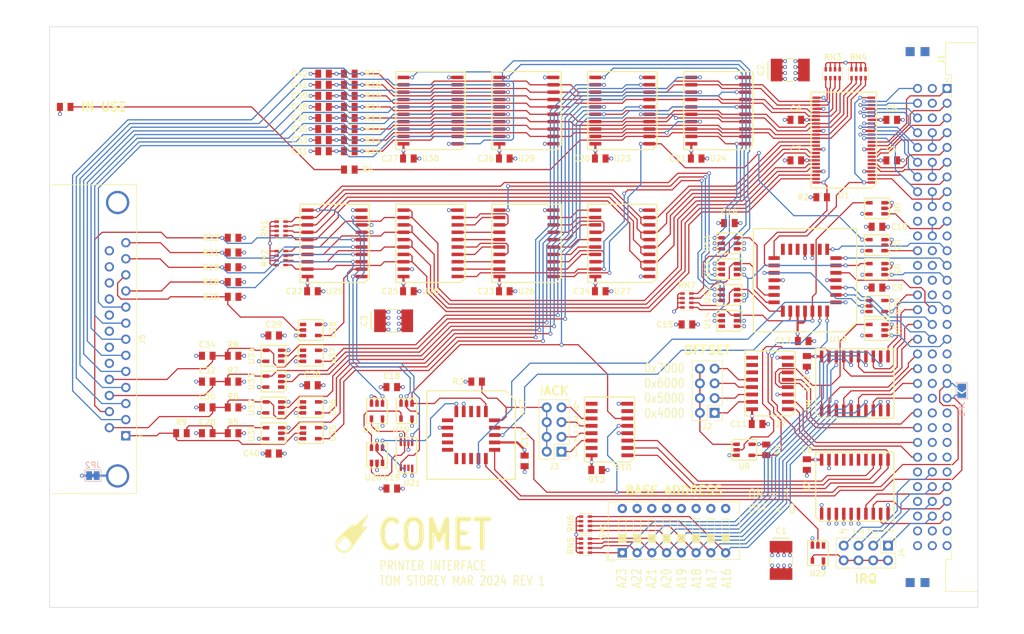
<source format=kicad_pcb>
(kicad_pcb (version 20240108) (generator "pcbnew") (generator_version "8.0")
  (title_block (title "PRINTER INTERFACE") (date "2024-03-04") (rev "1") (company "(C) TOM STOREY") (comment 1 "FREE FOR NON-COMMERCIAL USE"))
  (layers (0 "F.Cu" signal) (1 "In1.Cu" power) (2 "In2.Cu" power) (31 "B.Cu" signal) (34 "B.Paste" user) (35 "F.Paste" user) (36 "B.SilkS" user "B.Silkscreen") (37 "F.SilkS" user "F.Silkscreen") (38 "B.Mask" user) (39 "F.Mask" user) (44 "Edge.Cuts" user))
  (net 0 "")
  (net 1 "+5V")
  (net 2 "GND")
  (net 3 "Net-(D1-A)")
  (net 4 "Net-(J2-Pin_1)")
  (net 5 "Net-(J2-Pin_3)")
  (net 6 "Net-(J2-Pin_5)")
  (net 8 "DDIR")
  (net 9 "~{SEL}")
  (net 10 "~{RDSTAT}")
  (net 11 "~{DBEN}")
  (net 12 "Net-(J5-~{AUTOFD})")
  (net 13 "~{PRN_INIT}")
  (net 14 "Net-(U29A-Q0)")
  (net 15 "Net-(J5-~{SELIN})")
  (net 16 "Net-(U29A-Q1)")
  (net 17 "Net-(U29A-Q2)")
  (net 18 "SD7")
  (net 19 "SD6")
  (net 20 "SD5")
  (net 21 "SD4")
  (net 22 "SD3")
  (net 23 "SD2")
  (net 24 "SD1")
  (net 25 "SD0")
  (net 26 "SD15")
  (net 27 "SD14")
  (net 28 "SD13")
  (net 29 "SD12")
  (net 30 "SD11")
  (net 31 "SD10")
  (net 32 "SD9")
  (net 33 "SD8")
  (net 34 "D8")
  (net 35 "D9")
  (net 36 "D10")
  (net 37 "D11")
  (net 38 "D12")
  (net 39 "D13")
  (net 40 "D14")
  (net 41 "D15")
  (net 42 "D0")
  (net 43 "D1")
  (net 44 "D2")
  (net 45 "D3")
  (net 46 "D4")
  (net 47 "D5")
  (net 48 "D6")
  (net 49 "D7")
  (net 50 "SA3")
  (net 51 "SA2")
  (net 52 "SA1")
  (net 53 "A1")
  (net 54 "A2")
  (net 55 "A3")
  (net 56 "~{SYSRESET}")
  (net 57 "~{RESET}")
  (net 58 "SA12")
  (net 59 "SA13")
  (net 60 "~{AS}")
  (net 61 "SA19")
  (net 62 "SA18")
  (net 63 "SA17")
  (net 64 "SA16")
  (net 65 "SA23")
  (net 66 "SA22")
  (net 67 "SA21")
  (net 68 "SA20")
  (net 69 "FC2")
  (net 70 "FC1")
  (net 71 "FC0")
  (net 72 "~{WR}")
  (net 73 "~{LDS}")
  (net 74 "~{UDS}")
  (net 75 "~{WRCON}")
  (net 76 "~{DTACK}")
  (net 77 "~{AS`}")
  (net 78 "SA15")
  (net 79 "SA14")
  (net 88 "Net-(J1B-~{BG0IN})")
  (net 89 "Net-(J1B-~{BG1IN})")
  (net 90 "Net-(J1-Padb8)")
  (net 91 "Net-(J1-Padb10)")
  (net 112 "Net-(J2-Pin_2)")
  (net 113 "Net-(J2-Pin_7)")
  (net 114 "Net-(J3-Pin_1)")
  (net 115 "Net-(J3-Pin_3)")
  (net 116 "Net-(J3-Pin_5)")
  (net 117 "Net-(U29A-Q3)")
  (net 118 "Net-(U29A-Q4)")
  (net 119 "Net-(U29A-Q5)")
  (net 120 "Net-(U29A-Q6)")
  (net 121 "Net-(U29A-Q7)")
  (net 122 "SYSCLK`")
  (net 123 "~{WR`}")
  (net 124 "~{IACKIN}")
  (net 125 "~{IACKOUT}")
  (net 128 "~{IRQ4}")
  (net 129 "~{IRQ3}")
  (net 130 "~{IRQ2}")
  (net 131 "~{IRQ1}")
  (net 133 "Net-(J3-Pin_2)")
  (net 134 "Net-(RN6-R4.2)")
  (net 135 "Net-(RN6-R3.2)")
  (net 136 "Net-(RN6-R2.2)")
  (net 137 "Net-(RN6-R1.2)")
  (net 138 "Net-(J3-Pin_7)")
  (net 139 "Net-(J5-SHLD)")
  (net 140 "Net-(J5-~{STROBE})")
  (net 141 "/Printer port/PD0")
  (net 142 "/Printer port/PD1")
  (net 143 "/Printer port/PD2")
  (net 144 "/Printer port/PD3")
  (net 145 "/Printer port/PD4")
  (net 146 "/Printer port/PD5")
  (net 151 "Net-(U8A-P=Q)")
  (net 152 "/Printer port/PD6")
  (net 153 "/Printer port/PD7")
  (net 154 "~{PRN_ACK}")
  (net 155 "Net-(J5-BUSY)")
  (net 156 "PRN_PE")
  (net 157 "PRN_SEL")
  (net 158 "~{PRN_FAULT}")
  (net 159 "Net-(U23A-Q0)")
  (net 160 "Net-(RN5-R4.2)")
  (net 161 "Net-(RN5-R3.2)")
  (net 162 "Net-(RN5-R2.2)")
  (net 163 "Net-(RN5-R1.2)")
  (net 167 "SYSCLK")
  (net 168 "~{VECTOR}")
  (net 171 "Net-(U10A-~{DTACK_DRV})")
  (net 172 "~{RDDAT}")
  (net 173 "~{WRDAT}")
  (net 174 "~{RDVEC}")
  (net 175 "~{WRVEC}")
  (net 176 "~{RDCON}")
  (net 178 "IRQ_EN")
  (net 183 "Net-(U17A-IRQ)")
  (net 185 "Net-(U20A-CLK)")
  (net 186 "Net-(U20A-~{CLR})")
  (net 188 "IRQ_PEND")
  (net 189 "Net-(U23A-Q1)")
  (net 190 "SELIN_OUT")
  (net 191 "AUTOFD_OUT")
  (net 192 "STROBE_OUT")
  (net 193 "INIT_OUT")
  (net 194 "Net-(U23A-Q7)")
  (net 195 "SELIN_IN")
  (net 196 "AUTOFD_IN")
  (net 197 "STROBE_IN")
  (net 198 "~{BUSY_IN}")
  (net 199 "Net-(U26A-Q0)")
  (net 200 "Net-(U26A-D0)")
  (net 201 "Net-(U26A-D1)")
  (net 202 "Net-(U26A-Q1)")
  (net 203 "Net-(U26A-Q2)")
  (net 204 "Net-(U26A-D2)")
  (net 205 "Net-(U26A-D3)")
  (net 206 "Net-(U26A-Q3)")
  (net 207 "Net-(U26A-Q4)")
  (net 208 "Net-(U26A-D4)")
  (net 209 "Net-(U26A-D5)")
  (net 210 "Net-(U26A-Q5)")
  (net 211 "Net-(U26A-Q6)")
  (net 212 "Net-(U26A-D6)")
  (net 213 "Net-(U26A-D7)")
  (net 214 "Net-(U26A-Q7)")
  (net 215 "Net-(J4-Pin_2)")
  (net 216 "Net-(RN7-R2.2)")
  (net 217 "Net-(RN7-R4.2)")
  (net 218 "Net-(RN7-R1.2)")
  (net 219 "Net-(RN7-R3.2)")
  (net 220 "Net-(C28-Pad2)")
  (net 221 "Net-(U17A-~{VECTOR})")
  (footprint "COMET_footprints:Package_PLCC-20_SMD_socket" (layer "F.Cu") (at 136.525 118.11 -90)
    (property "Reference" "U17")
    (property "Value" "INTERRUPT_GAL")
  )
  (footprint "COMET_footprints:C_SMD0805" (layer "F.Cu") (at 91.1225 117.7925)
    (property "Reference" "C28")
    (property "Value" "2.2nF")
  )
  (footprint "COMET_footprints:Package_SOT23-5" (layer "F.Cu") (at 102.5525 108.9025 180)
    (property "Reference" "U33")
    (property "Value" "74LVC1G07")
  )
  (footprint "COMET_footprints:LED_SMD0805" (layer "F.Cu") (at 66.675 61.595)
    (property "Reference" "D1" (hide yes))
    (property "Value" "IN_USE")
  )
  (footprint "COMET_footprints:C_SMD0805" (layer "F.Cu") (at 109.22 93.345)
    (property "Reference" "C22")
    (property "Value" "100nF")
  )
  (footprint "COMET_footprints:C_SMD0805" (layer "F.Cu") (at 206.375 92.71)
    (property "Reference" "C9")
    (property "Value" "100nF")
  )
  (footprint "COMET_footprints:R_SMD0805" (layer "F.Cu") (at 187.325 120.65 -90)
    (property "Reference" "R1")
    (property "Value" "10K")
  )
  (footprint "COMET_footprints:Package_SOT23-5" (layer "F.Cu") (at 108.9025 117.7925)
    (property "Reference" "U35")
    (property "Value" "74LVC1G14")
  )
  (footprint "Button_Switch_THT:SW_DIP_SPSTx08_Slide_9.78x22.5mm_W7.62mm_P2.54mm" (layer "F.Cu") (at 162.55 138.3875 90)
    (property "Reference" "SW1")
    (property "Value" "BASE")
  )
  (footprint "COMET_footprints:C_SMD0805" (layer "F.Cu") (at 175.26 70.485)
    (property "Reference" "C21")
    (property "Value" "100nF")
  )
  (footprint "Resistor_SMD:R_Cat16-4" (layer "F.Cu") (at 156.21 133.35)
    (property "Reference" "RN6")
    (property "Value" "10K")
  )
  (footprint "COMET_footprints:C_SMD0805" (layer "F.Cu") (at 158.75 93.345)
    (property "Reference" "C24")
    (property "Value" "100nF")
  )
  (footprint "COMET_footprints:R_SMD0805" (layer "F.Cu") (at 95.5675 117.7925)
    (property "Reference" "R5")
    (property "Value" "1K5")
  )
  (footprint "COMET_footprints:COMET_Logo" (layer "F.Cu") (at 126.360864 135.037253)
    (property "Reference" "G***" (hide yes))
    (property "Value" "LOGO" (hide yes))
  )
  (footprint "COMET_footprints:C_SMD0805" (layer "F.Cu") (at 142.24 93.345)
    (property "Reference" "C23")
    (property "Value" "100nF")
  )
  (footprint "COMET_footprints:C_SMD0805" (layer "F.Cu") (at 185.7375 116.205)
    (property "Reference" "C11")
    (property "Value" "100nF")
  )
  (footprint "Connector_PinHeader_2.54mm:PinHeader_2x04_P2.54mm_Vertical" (layer "F.Cu") (at 178.44 114.29 180)
    (property "Reference" "J2")
    (property "Value" "OFFSET")
  )
  (footprint "COMET_footprints:Package_SOT23-5" (layer "F.Cu") (at 125.4125 113.9825 -90)
    (property "Reference" "U19")
    (property "Value" "74LVC1G08")
  )
  (footprint "COMET_footprints:Package_SOT23-5" (layer "F.Cu") (at 102.5525 117.7925 180)
    (property "Reference" "U31")
    (property "Value" "74LVC1G06")
  )
  (footprint "COMET_footprints:Package_PLCC-28_SMD_socket" (layer "F.Cu") (at 193.9925 91.44 180)
    (property "Reference" "U10")
    (property "Value" "PRINTER_GAL")
  )
  (footprint "COMET_footprints:C_SMD0805" (layer "F.Cu") (at 91.1225 104.4575)
    (property "Reference" "C34")
    (property "Value" "2.2nF")
  )
  (footprint "COMET_footprints:Package_SO20W" (layer "F.Cu") (at 146.05 85.09 180)
    (property "Reference" "U26")
    (property "Value" "74HCT273")
  )
  (footprint "COMET_footprints:R_SMD0805" (layer "F.Cu") (at 115.57 61.595)
    (property "Reference" "R14")
    (property "Value" "33R")
  )
  (footprint "COMET_footprints:R_SMD0805" (layer "F.Cu") (at 115.57 65.405)
    (property "Reference" "R12")
    (property "Value" "33R")
  )
  (footprint "Connector_PinHeader_2.54mm:PinHeader_2x04_P2.54mm_Vertical" (layer "F.Cu") (at 208.27 137.155 -90)
    (property "Reference" "J4")
    (property "Value" "IRQ")
  )
  (footprint "COMET_footprints:C_SMD0805" (layer "F.Cu") (at 111.125 65.405 180)
    (property "Reference" "C35")
    (property "Value" "2.2nF")
  )
  (footprint "COMET_footprints:C_SMD0805" (layer "F.Cu") (at 111.125 67.31 180)
    (property "Reference" "C33")
    (property "Value" "2.2nF")
  )
  (footprint "COMET_footprints:R_SMD0805" (layer "F.Cu") (at 196.85 77.1525)
    (property "Reference" "R2")
    (property "Value" "10K")
  )
  (footprint "COMET_footprints:Package_SOT23-6" (layer "F.Cu") (at 180.975 89.535 180)
    (property "Reference" "U11")
    (property "Value" "74LVC1G19")
  )
  (footprint "COMET_footprints:R_SMD0805" (layer "F.Cu") (at 95.5675 89.2175)
    (property "Reference" "R19")
    (property "Value" "10K")
  )
  (footprint "COMET_footprints:C_SMD0805" (layer "F.Cu") (at 208.915 70.8025)
    (property "Reference" "C4")
    (property "Value" "100nF")
  )
  (footprint "COMET_footprints:C_SMD0805" (layer "F.Cu") (at 206.375 82.2325)
    (property "Reference" "C10")
    (property "Value" "100nF")
  )
  (footprint "COMET_footprints:C_SMD0805" (layer "F.Cu") (at 194.31 123.19 -90)
    (property "Reference" "C8")
    (property "Value" "100nF")
  )
  (footprint "COMET_footprints:C_SMD0805" (layer "F.Cu") (at 122.8725 109.855)
    (property "Reference" "C18")
    (property "Value" "100nF")
  )
  (footprint "COMET_footprints:C_SMD0805" (layer "F.Cu") (at 125.73 70.485)
    (property "Reference" "C27")
    (property "Value" "100nF")
  )
  (footprint "COMET_footprints:C_SMD0805" (layer "F.Cu") (at 193.675 101.9175)
    (property "Reference" "C13")
    (property "Value" "100nF")
  )
  (footprint "COMET_footprints:R_SMD0805" (layer "F.Cu") (at 115.57 67.31)
    (property "Reference" "R11")
    (property "Value" "33R")
  )
  (footprint "COMET_footprints:Package_SOT23-5" (layer "F.Cu") (at 206.375 95.885)
    (property "Reference" "U15")
    (property "Value" "74LVC1G07")
  )
  (footprint "COMET_footprints:Package_SSOP48-1" (layer "F.Cu") (at 200.66 67.31 180)
    (property "Reference" "U1")
    (property "Value" "74FCT16245")
  )
  (footprint "COMET_footprints:C_SMD0805" (layer "F.Cu") (at 102.5525 100.965 180)
    (property "Reference" "C29")
    (property "Value" "100nF")
  )
  (footprint "COMET_footprints:Package_SOT23-5" (layer "F.Cu") (at 206.375 79.0575 180)
    (property "Reference" "U6")
    (property "Value" "74HCT1G32")
  )
  (footprint "COMET_footprints:Package_SO20W" (layer "F.Cu") (at 179.07 62.23 180)
    (property "Reference" "U24")
    (property "Value" "74HCT244")
  )
  (footprint "COMET_footprints:Package_SO20W" (layer "F.Cu") (at 162.56 85.09 180)
    (property "Reference" "U27")
    (property "Value" "74HCT240")
  )
  (footprint "COMET_footprints:R_SMD0805" (layer "F.Cu") (at 115.57 72.39)
    (property "Reference" "R4")
    (property "Value" "1K")
  )
  (footprint "COMET_footprints:R_SMD0805" (layer "F.Cu") (at 95.5675 84.1375)
    (property "Reference" "R22")
    (property "Value" "10K")
  )
  (footprint "COMET_footprints:Package_SO20W" (layer "F.Cu") (at 129.54 62.23 180)
    (property "Reference" "U30")
    (property "Value" "74HCT573")
  )
  (footprint "COMET_footprints:C_SMD0805" (layer "F.Cu") (at 111.125 69.215 180)
    (property "Reference" "C31")
    (property "Value" "2.2nF")
  )
  (footprint "COMET_footprints:C_SMD0805" (layer "F.Cu") (at 142.24 70.485)
    (property "Reference" "C26")
    (property "Value" "100nF")
  )
  (footprint "Resistor_SMD:R_Cat16-4" (layer "F.Cu") (at 173.6725 94.9325)
    (property "Reference" "RN7")
    (property "Value" "10K")
  )
  (footprint "COMET_footprints:C_SMD0805" (layer "F.Cu") (at 111.125 63.5 180)
    (property "Reference" "C37")
    (property "Value" "2.2nF")
  )
  (footprint "COMET_footprints:C_SMD0805" (layer "F.Cu") (at 173.6725 99.06)
    (property "Reference" "C15")
    (property "Value" "100nF")
  )
  (footprint "COMET_footprints:Package_SO20W" (layer "F.Cu") (at 162.56 62.23 180)
    (property "Reference" "U23")
    (property "Value" "74HCT273")
  )
  (footprint "COMET_footprints:Package_SOT23-5" (layer "F.Cu") (at 183.515 120.65)
    (property "Reference" "U9")
    (property "Value" "74HCT1G32")
  )
  (footprint "COMET_footprints:R_SMD0805" (layer "F.Cu") (at 86.6775 117.7925 180)
    (property "Reference" "R9")
    (property "Value" "33R")
  )
  (footprint "COMET_footprints:C_SMD0805" (layer "F.Cu") (at 125.73 93.345)
    (property "Reference" "C25")
    (property "Value" "100nF")
  )
  (footprint "Resistor_SMD:R_Cat16-4" (layer "F.Cu") (at 103.8225 82.55)
    (property "Reference" "RN1")
    (property "Value" "10K")
  )
  (footprint "COMET_footprints:Package_SOT23-5" (layer "F.Cu") (at 206.375 89.535 180)
    (property "Reference" "U5")
    (property "Value" "74HCT1G32")
  )
  (footprint "COMET_footprints:R_SMD0805" (layer "F.Cu") (at 137.4775 108.9025)
    (property "Reference" "R3")
    (property "Value" "10K")
  )
  (footprint "COMET_footprints:C_SMD0805" (layer "F.Cu") (at 208.915 63.8175)
    (property "Reference" "C5")
    (property "Value" "100nF")
  )
  (footprint "COMET_footprints:Package_SOT23-5" (layer "F.Cu") (at 120.3325 113.9825 -90)
    (property "Reference" "U18")
    (property "Value" "74HCT1G32")
  )
  (footprint "COMET_footprints:C_SMD0805" (layer "F.Cu") (at 91.1225 113.3475)
    (property "Reference" "C30")
    (property "Value" "2.2nF")
  )
  (footprint "COMET_footprints:Package_TSSOP-8_3x3mm_P0.65mm" (layer "F.Cu") (at 125.4125 121.6025 90)
    (property "Reference" "U21")
    (property "Value" "74LVC1G74")
  )
  (footprint "COMET_footprints:C_SMD_3.2MMx6.0MM" (layer "F.Cu") (at 189.865 139.7 -90)
    (property "Reference" "C1")
    (property "Value" "22uF")
  )
  (footprint "COMET_footprints:Package_SOT23-5" (layer "F.Cu") (at 108.9025 113.3475)
    (property "Reference" "U36")
    (property "Value" "74LVC1G14")
  )
  (footprint "Connector_Dsub:DSUB-25_Female_Horizontal_P2.77x2.84mm_EdgePinOffset9.90mm_Housed_MountingHolesOffset11.32mm" (layer "F.Cu") (at 77.110331 118.225 -90)
    (property "Reference" "J5")
    (property "Value" "DB25_Printer")
  )
  (footprint "COMET_footprints:Package_SOT23-6" (layer "F.Cu") (at 180.975 85.09 180)
    (property "Reference" "U13")
    (property "Value" "74LVC1G19")
  )
  (footprint "COMET_footprints:R_SMD0805" (layer "F.Cu") (at 95.5675 86.6775)
    (property "Reference" "R21")
    (property "Value" "10K")
  )
  (footprint "COMET_footprints:Package_SOT23-5" (layer "F.Cu") (at 206.375 85.4075 180)
    (property "Reference" "U3")
    (property "Value" "74HCT1G32")
  )
  (footprint "MountingHole:MountingHole_3.2mm_M3" (layer "F.Cu") (at 66.98 53.51)
    (property "Reference" "REF**" (hide yes))
    (property "Value" "MountingHole_3.2mm_M3" (hide yes))
  )
  (footprint "COMET_footprints:C_SMD_3.2MMx6.0MM" (layer "F.Cu") (at 191.4525 55.245)
    (property "Reference" "C2")
    (property "Value" "22uF")
  )
  (footprint "COMET_footprints:R_SMD0805" (layer "F.Cu") (at 115.57 63.5)
    (property "Reference" "R13")
    (property "Value" "33R")
  )
  (footprint "COMET_footprints:R_SMD0805" (layer "F.Cu") (at 95.5675 91.7575)
    (property "Reference" "R18")
    (property "Value" "10K")
  )
  (footprint "COMET_footprints:R_SMD0805" (layer "F.Cu") (at 115.57 55.88)
    (property "Reference" "R17")
    (property "Value" "33R")
  )
  (footprint "COMET_footprints:C_SMD0805" (layer "F.Cu") (at 102.5525 121.285 180)
    (property "Reference" "C40")
    (property "Value" "100nF")
  )
  (footprint "COMET_footprints:C_SMD0805" (layer "F.Cu") (at 158.75 70.485)
    (property "Reference" "C20")
    (property "Value" "100nF")
  )
  (footprint "COMET_footprints:C_SMD0805" (layer "F.Cu") (at 122.8725 127.3175)
    (property "Reference" "C19")
    (property "Value" "100nF")
  )
  (footprint "COMET_footprints:C_SMD0805" (layer "F.Cu") (at 192.405 70.8025 180)
    (property "Reference" "C7")
    (property "Value" "100nF")
  )
  (footprint "COMET_footprints:Package_SO20W" (layer "F.Cu") (at 129.54 85.09 180)
    (property "Reference" "U28")
    (property "Value" "74HCT244")
  )
  (footprint "COMET_footprints:C_SMD0805" (layer "F.Cu") (at 109.22 109.5375)
    (property "Reference" "C36")
    (property "Value" "100nF")
  )
  (footprint "COMET_footprints:Package_SOT23-5" (layer "F.Cu") (at 102.5525 113.3475 180)
    (property "Reference" "U32")
    (property "Value" "74LVC1G06")
  )
  (footprint "COMET_footprints:Package_SO16" (layer "F.Cu") (at 160.3375 117.1575 90)
    (property "Reference" "U16")
    (property "Value" "74HCT138")
  )
  (footprint "COMET_footprints:Package_SOT23-6" (layer "F.Cu") (at 180.975 93.98 180)
    (property "Reference" "U12")
    (property "Value" "74LVC1G19")
  )
  (footprint "COMET_footprints:R_SMD0805" (layer "F.Cu") (at 115.57 69.215)
    (property "Reference" "R10")
    (property "Value" "33R")
  )
  (footprint "MountingHole:MountingHole_3.2mm_M3" (layer "F.Cu") (at 66.98 142.07)
    (property "Reference" "REF**" (hide yes))
    (property "Value" "MountingHole_3.2mm_M3" (hide yes))
  )
  (footprint "COMET_footprints:C_SMD0805" (layer "F.Cu") (at 158.115 124.1425)
    (property "Reference" "C16")
    (property "Value" "100nF")
  )
  (footprint "COMET_footprints:Package_SOT23-5" (layer "F.Cu") (at 108.9025 104.4575)
    (property "Reference" "U37")
    (property "Value" "74LVC1G14")
  )
  (footprint "COMET_footprints:R_SMD0805" (layer "F.Cu") (at 95.5675 104.4575)
    (property "Reference" "R8")
    (property "Value" "1K5")
  )
  (footprint "Resistor_SMD:R_Cat16-4" (layer "F.Cu") (at 203.2 55.88 -90)
    (property "Reference" "RN4")
    (property "Value" "10K")
  )
  (footprint "COMET_footprints:R_SMD0805" (layer "F.Cu") (at 115.57 57.785)
    (property "Reference" "R16")
    (property "Value" "33R")
  )
  (footprint "COMET_footprints:DIN41612_C_3x32_Male_Horizontal_THT" (layer "F.Cu") (at 218.44 58.42 -90)
    (property "Reference" "J1")
    (property "Value" "DIN41612_03x32_ABC_COMETbus")
  )
  (footprint "COMET_footprints:C_SMD0805" (layer "F.Cu") (at 194.31 105.41 -90)
    (property "Reference" "C12")
    (property "Value" "100nF")
  )
  (footprint "Resistor_SMD:R_Cat16-4" (layer "F.Cu") (at 103.8225 87.63)
    (property "Reference" "RN2")
    (property "Value" "10K")
  )
  (footprint "COMET_footprints:Package_SO16" (layer "F.Cu") (at 187.96 109.22 90)
    (property "Reference" "U7")
    (property "Value" "74HCT138")
  )
  (footprint "COMET_footprints:C_SMD0805" (layer "F.Cu") (at 91.1225 108.9025)
    (property "Reference" "C32")
    (property "Value" "2.2nF")
  )
  (footprint "COMET_footprints:C_SMD0805" (layer "F.Cu") (at 192.405 63.8175 180)
    (property "Reference" "C6")
    (property "Value" "100nF")
  )
  (footprint "COMET_footprints:C_SMD_3.2MMx6.0MM" (layer "F.Cu") (at 123.19 98.425)
    (property "Reference" "C3")
    (property "Value" "22uF")
  )
  (footprint "Resistor_SMD:R_Cat16-4" (layer "F.Cu") (at 156.21 137.16)
    (property "Reference" "RN5")
    (property "Value" "10K")
  )
  (footprint "COMET_footprints:C_SMD0805" (layer "F.Cu") (at 111.125 55.88 180)
    (property "Reference" "C42")
    (property "Value" "2.2nF")
  )
  (footprint "COMET_footprints:Package_SO20W" (layer "F.Cu") (at 113.03 85.09 180)
    (property "Reference" "U25")
    (property "Value" "74HCT573")
  )
  (footprint "COMET_footprints:Package_SOT23-6" (layer "F.Cu") (at 180.975 98.425 180)
    (property "Reference" "U14")
    (property "Value" "74LVC1G19")
  )
  (footprint "COMET_footprints:C_SMD0805" (layer "F.Cu") (at 111.125 59.69 180)
    (property "Reference" "C39")
    (property "Value" "2.2nF")
  )
  (footprint "COMET_footprints:Package_SOT23-5" (layer "F.Cu") (at 196.215 138.43 -90)
    (property "Reference" "U22")
    (property "Value" "74LVC1G07")
  )
  (footprint "COMET_footprints:Package_SOT23-5" (layer "F.Cu") (at 102.5525 104.4575 180)
    (property "Reference" "U34")
    (property "Value" "74LVC1G06")
  )
  (footprint "COMET_footprints:Package_SOT23-5" (layer "F.Cu") (at 206.375 100.0125 180)
    (property "Reference" "U4")
    (property "Value" "74HCT1G32")
  )
  (footprint "COMET_footprints:R_SMD0805" (layer "F.Cu") (at 95.5675 108.9025)
    (property "Reference" "R7")
    (property "Value" "1K5")
  )
  (footprint "Connector_PinHeader_2.54mm:PinHeader_2x04_P2.54mm_Vertical" (layer "F.Cu") (at 152.0825 120.9675 180)
    (property "Reference" "J3")
    (property "Value" "IACK")
  )
  (footprint "COMET_footprints:C_SMD0805" (layer "F.Cu") (at 111.125 61.595 180)
    (property "Reference" "C38")
    (property "Value" "2.2nF")
  )
  (footprint "COMET_footprints:R_SMD0805" (layer "F.Cu") (at 95.5675 113.3475)
    (property "Reference" "R6")
    (property "Value" "1K5")
  )
  (footprint "COMET_footprints:Package_SO20W" (layer "F.Cu") (at 202.565 109.22 90)
    (property "Reference" "U8")
    (property "Value" "74HCT688")
  )
  (footprint "COMET_footprints:Package_SO20W" (layer "F.Cu") (at 202.565 127 90)
    (property "Reference" "U2")
    (property "Value" "74HCT245")
  )
  (footprint "COMET_footprints:C_SMD0805" (layer "F.Cu") (at 145.7325 122.555 -90)
    (property "Reference" "C17")
    (property "Value" "100nF")
  )
  (footprint "COMET_footprints:R_SMD0805" (layer "F.Cu") (at 95.5675 94.2975)
    (property "Reference" "R20")
    (property "Value" "10K")
  )
  (footprint "COMET_footprints:Package_SOT23-5" (layer "F.Cu") (at 108.9025 100.0125)
    (property "Reference" "U38")
    (property "Value" "74LVC1G14")
  )
  (footprint "COMET_footprints:C_SMD0805" (layer "F.Cu") (at 180.975 81.5975)
    (property "Reference" "C14")
    (property "Value" "100nF")
  )
  (footprint "COMET_footprints:C_SMD0805" (layer "F.Cu") (at 111.125 57.785 180)
    (property "Reference" "C41")
    (property "Value" "2.2nF")
  )
  (footprint "COMET_footprints:Package_SO20W" (layer "F.Cu") (at 146.05 62.23 180)
    (property "Reference" "U29")
    (property "Value" "74HCT574")
  )
  (footprint "COMET_footprints:R_SMD0805" (layer "F.Cu") (at 115.57 59.69)
    (property "Reference" "R15")
    (property "Value" "33R")
  )
  (footprint "Resistor_SMD:R_Cat16-4" (layer "F.Cu") (at 198.755 55.88 -90)
    (property "Reference" "RN3")
    (property "Value" "10K")
  )
  (footprint "COMET_footprints:Package_SOT23-6" (layer "F.Cu") (at 120.3325 121.6025 90)
    (property "Reference" "U20")
    (property "Value" "74LVC1G175")
  )
  (footprint "Jumper:SolderJumper-2_P1.3mm_Bridged_Pad1.0x1.5mm" (layer "B.Cu") (at 71.4375 125.095 180)
    (property "Reference" "JP2")
    (property "Value" "Jumper_2_Bridged")
  )
  (footprint "Jumper:SolderJumper-2_P1.3mm_Open_TrianglePad1.0x1.5mm" (layer "B.Cu") (at 220.98 110.49 -90)
    (property "Reference" "JP1")
    (property "Value" "Jumper_2_Open")
  )
  (gr_line (start 63.98 47.79) (end 63.98 147.79) (stroke (width 0.1)) (layer "Edge.Cuts"))
  (gr_line (start 223.74 47.79) (end 223.74 147.79) (stroke (width 0.1)) (layer "Edge.Cuts"))
  (gr_line (start 63.98 147.79) (end 223.74 147.79) (stroke (width 0.1)) (layer "Edge.Cuts"))
  (gr_line (start 223.74 47.79) (end 63.98 47.79) (stroke (width 0.1)) (layer "Edge.Cuts"))
  (gr_text "IRQ" (at 204.47 142.875 0) (layer "F.SilkS") (effects (font (size 1.5 1.5) (thickness 0.3))))
  (gr_text "IN USE" (at 69.215 61.595 0) (layer "F.SilkS") (effects (font (size 1.5 1.5) (thickness 0.3)) (justify left)))
  (gr_text "PRINTER INTERFACE\nTOM STOREY MAR 2024 REV 1" (at 120.65 139.7 0) (layer "F.SilkS") (effects (font (size 1.6 1.25)) (justify left top)))
  (gr_text "A23\nA22\nA21\nA20\nA19\nA18\nA17\nA16" (at 171.4405 140.97 90) (layer "F.SilkS") (effects (font (size 1.6 1.25)) (justify right)))
  (gr_text "IACK" (at 150.8125 110.49 0) (layer "F.SilkS") (effects (font (size 1.5 1.5) (thickness 0.3))))
  (gr_text "BASE ADDRESS" (at 171.45 127.635 0) (layer "F.SilkS") (effects (font (size 1.5 1.5) (thickness 0.3))))
  (gr_text "OFFSET" (at 177.17 103.495 0) (layer "F.SilkS") (effects (font (size 1.5 1.5) (thickness 0.3))))
  (gr_text "4\n3\n2\n1" (at 155.317737 117.097261 0) (layer "F.SilkS") (effects (font (size 1.6 1.25)) (justify right)))
  (gr_text "0x7000\n0x6000\n0x5000\n0x4000" (at 173.36 110.48 0) (layer "F.SilkS") (effects (font (size 1.6 1.25)) (justify right)))
  (gr_text "ON = 1\nOFF = 0" (at 184.15 129.54 0) (layer "F.SilkS") (effects (font (size 1.6 1.25)) (justify left)))
  (gr_text "1\n2\n3\n4" (at 204.409763 135.315237 -90) (layer "F.SilkS") (effects (font (size 1.6 1.25)) (justify right)))
  (segment (start 141.4 69.1025) (end 141.4 70.4125) (width 0.381) (layer "F.Cu") (net 1))
  (segment (start 174.42 69.1025) (end 174.42 67.945) (width 0.381) (layer "F.Cu") (net 1))
  (segment (start 110.2025 112.3975) (end 111.44 112.3975) (width 0.381) (layer "F.Cu") (net 1))
  (segment (start 195.785 104.57) (end 194.3825 104.57) (width 0.381) (layer "F.Cu") (net 1))
  (segment (start 205.4108 63.8175) (end 207.01 63.8175) (width 0.381) (layer "F.Cu") (net 1))
  (segment (start 110.2025 103.5075) (end 111.44 103.5075) (width 0.381) (layer "F.Cu") (net 1))
  (segment (start 192.7225 101.8775) (end 192.7625 101.9175) (width 0.381) (layer "F.Cu") (net 1))
  (segment (start 108.38 91.9625) (end 108.38 90.805) (width 0.381) (layer "F.Cu") (net 1))
  (segment (start 108.38 91.9625) (end 108.38 93.2725) (width 0.381) (layer "F.Cu") (net 1))
  (segment (start 188.341 138.811) (end 188.341 136.779) (width 0.381) (layer "F.Cu") (net 1))
  (segment (start 180.0625 81.5975) (end 179.07 81.5975) (width 0.381) (layer "F.Cu") (net 1))
  (segment (start 124.89 69.1025) (end 124.89 67.945) (width 0.381) (layer "F.Cu") (net 1))
  (segment (start 195.9092 70.8025) (end 194.31 70.8025) (width 0.381) (layer "F.Cu") (net 1))
  (segment (start 194.3825 122.35) (end 194.31 122.2775) (width 0.381) (layer "F.Cu") (net 1))
  (segment (start 110.2025 99.0625) (end 111.44 99.0625) (width 0.381) (layer "F.Cu") (net 1))
  (segment (start 120.19 98.6) (end 120.19 98.425) (width 0.381) (layer "F.Cu") (net 1))
  (segment (start 186.055 119.6975) (end 187.285 119.6975) (width 0.2032) (layer "F.Cu") (net 1))
  (segment (start 141.4 69.1025) (end 141.4 67.945) (width 0.381) (layer "F.Cu") (net 1))
  (segment (start 125.7375 120.6425) (end 125.7375 119.4525) (width 0.2032) (layer "F.Cu") (net 1))
  (segment (start 190.04 136.7) (end 189.865 136.7) (width 0.381) (layer "F.Cu") (net 1))
  (segment (start 157.91 69.1025) (end 157.91 67.945) (width 0.381) (layer "F.Cu") (net 1))
  (segment (start 205.075 100.9625) (end 203.8375 100.9625) (width 0.381) (layer "F.Cu") (net 1))
  (segment (start 124.89 69.1025) (end 124.89 70.4125) (width 0.381) (layer "F.Cu") (net 1))
  (segment (start 208.0025 70.8025) (end 207.01 70.8025) (width 0.381) (layer "F.Cu") (net 1))
  (segment (start 188.7855 54.737) (end 188.4525 55.07) (width 0.381) (layer "F.Cu") (net 1))
  (segment (start 197.165 140.9675) (end 197.1675 140.97) (width 0.381) (layer "F.Cu") (net 1))
  (segment (start 193.3175 70.8025) (end 194.31 70.8025) (width 0.381) (layer "F.Cu") (net 1))
  (segment (start 188.5315 56.769) (end 188.4525 56.69) (width 0.381) (layer "F.Cu") (net 1))
  (segment (start 96.48 89.2175) (end 97.4725 89.2175) (width 0.2032) (layer "F.Cu") (net 1))
  (segment (start 188.4525 55.07) (end 188.4525 55.245) (width 0.381) (layer "F.Cu") (net 1))
  (segment (start 120.269 99.949) (end 120.19 99.87) (width 0.381) (layer "F.Cu") (net 1))
  (segment (start 195.9375 77.1525) (end 194.945 77.1525) (width 0.2032) (layer "F.Cu") (net 1))
  (segment (start 124.89 70.4125) (end 124.8175 70.485) (width 0.381) (layer "F.Cu") (net 1))
  (segment (start 197.165 139.73) (end 197.165 140.9675) (width 0.381) (layer "F.Cu") (net 1))
  (segment (start 190.5635 54.737) (end 188.7855 54.737) (width 0.381) (layer "F.Cu") (net 1))
  (segment (start 179.675 89.535) (end 178.435 89.535) (width 0.381) (layer "F.Cu") (net 1))
  (segment (start 192.7225 98.7425) (end 192.7225 100.6475) (width 0.381) (layer "F.Cu") (net 1))
  (segment (start 172.086576 94.5325) (end 172.085 94.534076) (width 0.2032) (layer "F.Cu") (net 1))
  (segment (start 120.19 98.25) (end 120.19 98.425) (width 0.381) (layer "F.Cu") (net 1))
  (segment (start 101.2525 105.4075) (end 100.015 105.4075) (width 0.381) (layer "F.Cu") (net 1))
  (segment (start 111.44 112.3975) (end 111.4425 112.395) (width 0.381) (layer "F.Cu") (net 1))
  (segment (start 103.465 100.965) (end 104.4575 100.965) (width 0.381) (layer "F.Cu") (net 1))
  (segment (start 124.89 93.2725) (end 124.8175 93.345) (width 0.381) (layer "F.Cu") (net 1))
  (segment (start 207.66125 94.9325) (end 208.89875 94.9325) (width 0.381) (layer "F.Cu") (net 1))
  (segment (start 172.085 94.2975) (end 172.085 94.534076) (width 0.2032) (layer "F.Cu") (net 1))
  (segment (start 100.015 105.4075) (end 100.0125 105.41) (width 0.381) (layer "F.Cu") (net 1))
  (segment (start 195.785 122.35) (end 194.3825 122.35) (width 0.381) (layer "F.Cu") (net 1))
  (segment (start 120.3325 120.9675) (end 120.3325 120.3025) (width 0.2032) (layer "F.Cu") (net 1))
  (segment (start 126.3625 116.52) (end 126.365 116.5225) (width 0.381) (layer "F.Cu") (net 1))
  (segment (start 157.91 91.9625) (end 157.91 93.2725) (width 0.381) (layer "F.Cu") (net 1))
  (segment (start 204.47 92.71) (end 205.4625 92.71) (width 0.381) (layer "F.Cu") (net 1))
  (segment (start 189.357 137.033) (end 189.69 136.7) (width 0.381) (layer "F.Cu") (net 1))
  (segment (start 100.015 109.8525) (end 100.0125 109.855) (width 0.381) (layer "F.Cu") (net 1))
  (segment (start 190.5635 53.721) (end 188.5315 53.721) (width 0.381) (layer "F.Cu") (net 1))
  (segment (start 190.373 138.811) (end 190.373 137.033) (width 0.381) (layer "F.Cu") (net 1))
  (segment (start 121.2825 115.2825) (end 121.2825 116.52) (width 0.381) (layer "F.Cu") (net 1))
  (segment (start 120.3325 120.3025) (end 120.3325 119.0625) (width 0.381) (layer "F.Cu") (net 1))
  (segment (start 188.4525 55.42) (end 188.4525 55.245) (width 0.381) (layer "F.Cu") (net 1))
  (segment (start 135.255 114.0575) (end 135.255 112.7125) (width 0.2032) (layer "F.Cu") (net 1))
  (segment (start 124.89 91.9625) (end 124.89 90.805) (width 0.381) (layer "F.Cu") (net 1))
  (segment (start 184.8866 116.1434) (end 184.825 116.205) (width 0.381) (layer "F.Cu") (net 1))
  (segment (start 157.91 93.2725) (end 157.8375 93.345) (width 0.381) (layer "F.Cu") (net 1))
  (segment (start 191.31 136.7) (end 189.865 136.7) (width 0.381) (layer "F.Cu") (net 1))
  (segment (start 196.85 131.65) (end 196.85 130.175) (width 0.2032) (layer "F.Cu") (net 1))
  (segment (start 192.7225 100.6475) (end 192.7225 101.8775) (width 0.381) (layer "F.Cu") (net 1))
  (segment (start 121.2825 116.52) (end 121.285 116.5225) (width 0.381) (layer "F.Cu") (net 1))
  (segment (start 96.48 91.7575) (end 97.4725 91.7575) (width 0.2032) (layer "F.Cu") (net 1))
  (segment (start 172.085 96.2025) (end 171.45 96.8375) (width 0.2032) (layer "F.Cu") (net 1))
  (segment (start 190.5635 56.769) (end 188.5315 56.769) (width 0.381) (layer "F.Cu") (net 1))
  (segment (start 103.465 121.285) (end 104.4575 121.285) (width 0.381) (layer "F.Cu") (net 1))
  (segment (start 189.357 138.811) (end 189.357 137.033) (width 0.381) (layer "F.Cu") (net 1))
  (segment (start 172.155 96.1325) (end 172.085 96.2025) (width 0.2032) (layer "F.Cu") (net 1))
  (segment (start 157.2641 124.0809) (end 157.2025 124.1425) (width 0.381) (layer "F.Cu") (net 1))
  (segment (start 110.2025 116.8425) (end 111.44 116.8425) (width 0.381) (layer "F.Cu") (net 1))
  (segment (start 157.2641 122.7709) (end 157.2641 124.0809) (width 0.381) (layer "F.Cu") (net 1))
  (segment (start 184.8866 114.8334) (end 184.8866 116.1434) (width 0.381) (layer "F.Cu") (net 1))
  (segment (start 172.085 95.332485) (end 172.085 96.2025) (width 0.2032) (layer "F.Cu") (net 1))
  (segment (start 205.4108 70.8025) (end 207.01 70.8025) (width 0.381) (layer "F.Cu") (net 1))
  (segment (start 101.2525 114.2975) (end 100.015 114.2975) (width 0.381) (layer "F.Cu") (net 1))
  (segment (start 141.4 91.9625) (end 141.4 90.805) (width 0.381) (layer "F.Cu") (net 1))
  (segment (start 141.4 93.2725) (end 141.3275 93.345) (width 0.381) (layer "F.Cu") (net 1))
  (segment (start 189.69 136.7) (end 189.865 136.7) (width 0.381) (layer "F.Cu") (net 1))
  (segment (start 157.91 91.9625) (end 157.91 90.805) (width 0.381) (layer "F.Cu") (net 1))
  (segment (start 172.9125 94.5325) (end 172.086576 94.5325) (width 0.2032) (layer "F.Cu") (net 1))
  (segment (start 186.0525 119.7) (end 186.055 119.6975) (width 0.381) (layer "F.Cu") (net 1))
  (segment (start 195.785 104.57) (end 196.85 104.57) (width 0.381) (layer "F.Cu") (net 1))
  (segment (start 124.89 91.9625) (end 124.89 93.2725) (width 0.381) (layer "F.Cu") (net 1))
  (segment (start 120.19 96.98) (end 120.19 98.425) (width 0.381) (layer "F.Cu") (net 1))
  (segment (start 157.2641 122.7709) (end 157.2641 121.6025) (width 0.381) (layer "F.Cu") (net 1))
  (segment (start 122.301 97.917) (end 120.523 97.917) (width 0.381) (layer "F.Cu") (net 1))
  (segment (start 187.285 119.6975) (end 187.325 119.7375) (width 0.2032) (layer "F.Cu") (net 1))
  (segment (start 193.9925 98.425) (end 193.9925 96.7625) (width 0.381) (layer "F.Cu") (net 1))
  (segment (start 121.2825 121.9175) (end 120.3325 120.9675) (width 0.2032) (layer "F.Cu") (net 1))
  (segment (start 208.0025 63.8175) (end 207.01 63.8175) (width 0.381) (layer "F.Cu") (net 1))
  (segment (start 144.4625 119.38) (end 145.7325 120.65) (width 0.381) (layer "F.Cu") (net 1))
  (segment (start 125.73 120.65) (end 125.7375 120.6425) (width 0.2032) (layer "F.Cu") (net 1))
  (segment (start 124.4375 118.11) (end 124.4375 119.4525) (width 0.381) (layer "F.Cu") (net 1))
  (segment (start 100.015 114.2975) (end 100.0125 114.3) (width 0.381) (layer "F.Cu") (net 1))
  (segment (start 111.44 99.0625) (end 111.4425 99.06) (width 0.381) (layer "F.Cu") (net 1))
  (segment (start 179.675 98.425) (end 178.435 98.425) (width 0.381) (layer "F.Cu") (net 1))
  (segment (start 194.3825 104.57) (end 194.31 104.4975) (width 0.381) (layer "F.Cu") (net 1))
  (segment (start 172.085 93.98) (end 172.085 94.2975) (width 0.2032) (layer "F.Cu") (net 1))
  (segment (start 141.4 91.9625) (end 141.4 93.2725) (width 0.381) (layer "F.Cu") (net 1))
  (segment (start 193.675 98.7425) (end 193.9925 98.425) (width 0.381) (layer "F.Cu") (net 1))
  (segment (start 101.2525 109.8525) (end 100.015 109.8525) (width 0.381) (layer "F.Cu") (net 1))
  (segment (start 121.2825 122.9025) (end 121.2825 121.9175) (width 0.2032) (layer "F.Cu") (net 1))
  (segment (start 190.373 137.033) (end 190.04 136.7) (width 0.381) (layer "F.Cu") (net 1))
  (segment (start 192.7225 96.7625) (end 192.7225 98.7425) (width 0.381) (layer "F.Cu") (net 1))
  (segment (start 108.38 93.2725) (end 108.3075 93.345) (width 0.381) (layer "F.Cu") (net 1))
  (segment (start 108.3075 109.5375) (end 107.315 109.5375) (width 0.381) (layer "F.Cu") (net 1))
  (segment (start 122.301 99.949) (end 120.269 99.949) (width 0.381) (layer "F.Cu") (net 1))
  (segment (start 191.389 138.811) (end 191.389 136.779) (width 0.381) (layer "F.Cu") (net 1))
  (segment (start 188.4525 53.8) (end 188.4525 55.245) (width 0.381) (layer "F.Cu") (net 1))
  (segment (start 96.48 108.9025) (end 97.4725 108.9025) (width 0.2032) (layer "F.Cu") (net 1))
  (segment (start 120.19 99.87) (end 120.19 98.425) (width 0.381) (layer "F.Cu") (net 1))
  (segment (start 136.565 108.9025) (end 135.5725 108.9025) (width 0.2032) (layer "F.Cu") (net 1))
  (segment (start 188.4525 56.69) (end 188.4525 55.245) (width 0.381) (layer "F.Cu") (net 1))
  (segment (start 190.5635 55.753) (end 188.7855 55.753) (width 0.381) (layer "F.Cu") (net 1))
  (segment (start 179.675 85.09) (end 178.435 85.09) (width 0.381) (layer "F.Cu") (net 1))
  (segment (start 96.48 94.2975) (end 97.4725 94.2975) (width 0.2032) (layer "F.Cu") (net 1))
  (segment (start 204.47 82.2325) (end 205.4625 82.2325) (width 0.381) (layer "F.Cu") (net 1))
  (segment (start 188.42 136.7) (end 189.865 136.7) (width 0.381) (layer "F.Cu") (net 1))
  (segment (start 120.523 98.933) (end 120.19 98.6) (width 0.381) (layer "F.Cu") (net 1))
  (segment (start 140.5775 119.38) (end 144.4625 119.38) (width 0.381) (layer "F.Cu") (net 1))
  (segment (start 205.05875 80.01) (end 203.82125 80.01) (width 0.381) (layer "F.Cu") (net 1))
  (segment (start 121.96 109.855) (end 120.9675 109.855) (width 0.381) (layer "F.Cu") (net 1))
  (segment (start 100.015 118.7425) (end 100.0125 118.745) (width 0.381) (layer "F.Cu") (net 1))
  (segment (start 184.815 119.7) (end 186.0525 119.7) (width 0.381) (layer "F.Cu") (net 1))
  (segment (start 195.9092 63.8175) (end 194.31 63.8175) (width 0.381) (layer "F.Cu") (net 1))
  (segment (start 96.48 104.4575) (end 97.4725 104.4575) (width 0.2032) (layer "F.Cu") (net 1))
  (segment (start 174.42 69.1025) (end 174.42 70.4125) (width 0.381) (layer "F.Cu") (net 1))
  (segment (start 157.91 70.4125) (end 157.8375 70.485) (width 0.381) (layer "F.Cu") (net 1))
  (segment (start 192.7225 98.7425) (end 193.675 98.7425) (width 0.381) (layer "F.Cu") (net 1))
  (segment (start 188.7855 55.753) (end 188.4525 55.42) (width 0.381) (layer "F.Cu") (net 1))
  (segment (start 172.9125 95.3325) (end 172.085015 95.3325) (width 0.2032) (layer "F.Cu") (net 1))
  (segment (start 195.785 122.35) (end 196.85 122.35) (width 0.381) (layer "F.Cu") (net 1))
  (segment (start 157.91 69.1025) (end 157.91 70.4125) (width 0.381) (layer "F.Cu") (net 1))
  (segment (start 205.08875 90.4875) (end 203.85125 90.4875) (width 0.381) (layer "F.Cu") (net 1))
  (segment (start 179.675 93.98) (end 178.435 93.98) (width 0.381) (layer "F.Cu") (net 1))
  (segment (start 120.523 97.917) (end 120.19 98.25) (width 0.381) (layer "F.Cu") (net 1))
  (segment (start 96.48 117.7925) (end 97.4725 117.7925) (width 0.2032) (layer "F.Cu") (net 1))
  (segment (start 191.389 136.779) (end 191.31 136.7) (width 0.381) (layer "F.Cu") (net 1))
  (segment (start 172.76 99.06) (end 171.7675 99.06) (width 0.381) (layer "F.Cu") (net 1))
  (segment (start 193.3175 63.8175) (end 194.31 63.8175) (width 0.381) (layer "F.Cu") (net 1))
  (segment (start 111.44 103.5075) (end 111.4425 103.505) (width 0.381) (layer "F.Cu") (net 1))
  (segment (start 188.5315 53.721) (end 188.4525 53.8) (width 0.381) (layer "F.Cu") (net 1))
  (segment (start 172.085 94.534076) (end 172.085 95.332485) (width 0.2032) (layer "F.Cu") (net 1))
  (segment (start 96.48 113.3475) (end 97.4725 113.3475) (width 0.2032) (layer "F.Cu") (net 1))
  (segment (start 174.42 70.4125) (end 174.3475 70.485) (width 0.381) (layer "F.Cu") (net 1))
  (segment (start 188.341 136.779) (end 188.42 136.7) (width 0.381) (layer "F.Cu") (net 1))
  (segment (start 121.96 127.3175) (end 120.9675 127.3175) (width 0.381) (layer "F.Cu") (net 1))
  (segment (start 172.9125 93.7325) (end 172.3325 93.7325) (width 0.2032) (layer "F.Cu") (net 1))
  (segment (start 145.7325 121.6425) (end 145.7325 120.65) (width 0.381) (layer "F.Cu") (net 1))
  (segment (start 172.085015 95.3325) (end 172.085 95.332485) (width 0.2032) (layer "F.Cu") (net 1))
  (segment (start 172.3325 93.7325) (end 172.085 93.98) (width 0.2032) (layer "F.Cu") (net 1))
  (segment (start 203.8375 100.9625) (end 203.835 100.965) (width 0.381) (layer "F.Cu") (net 1))
  (segment (start 172.9125 96.1325) (end 172.155 96.1325) (width 0.2032) (layer "F.Cu") (net 1))
  (segment (start 122.301 96.901) (end 120.269 96.901) (width 0.381) (layer "F.Cu") (net 1))
  (segment (start 141.4 70.4125) (end 141.3275 70.485) (width 0.381) (layer "F.Cu") (net 1))
  (segment (start 101.2525 118.7425) (end 100.015 118.7425) (width 0.381) (layer "F.Cu") (net 1))
  (segment (start 126.3625 115.2825) (end 126.3625 116.52) (width 0.381) (layer "F.Cu") (net 1))
  (segment (start 111.44 116.8425) (end 111.4425 116.84) (width 0.381) (layer "F.Cu") (net 1))
  (segment (start 120.269 96.901) (end 120.19 96.98) (width 0.381) (layer "F.Cu") (net 1))
  (segment (start 184.8866 114.8334) (end 184.8866 113.665) (width 0.381) (layer "F.Cu") (net 1))
  (segment (start 122.301 98.933) (end 120.523 98.933) (width 0.381) (layer "F.Cu") (net 1))
  (segment (start 205.05875 86.36) (end 203.82125 86.36) (width 0.381) (layer "F.Cu") (net 1))
  (via (at 196.85 130.175) (size 0.66) (drill 0.4) (layers "F.Cu" "B.Cu") (net 1))
  (via (at 97.4725 89.2175) (size 0.66) (drill 0.4) (layers "F.Cu" "B.Cu") (net 1))
  (via (at 194.945 77.1525) (size 0.66) (drill 0.4) (layers "F.Cu" "B.Cu") (net 1))
  (via (at 100.0125 109.855) (size 0.66) (drill 0.4) (layers "F.Cu" "B.Cu") (net 1))
  (via (at 157.91 69.1025) (size 0.66) (drill 0.4) (layers "F.Cu" "B.Cu") (net 1))
  (via (at 189.357 138.811) (size 0.66) (drill 0.4) (layers "F.Cu" "B.Cu") (net 1))
  (via (at 104.4575 100.965) (size 0.66) (drill 0.4) (layers "F.Cu" "B.Cu") (net 1))
  (via (at 141.4 91.9625) (size 0.66) (drill 0.4) (layers "F.Cu" "B.Cu") (net 1))
  (via (at 120.9675 109.855) (size 0.66) (drill 0.4) (layers "F.Cu" "B.Cu") (net 1))
  (via (at 188.341 138.811) (size 0.66) (drill 0.4) (layers "F.Cu" "B.Cu") (net 1))
  (via (at 122.301 98.933) (size 0.66) (drill 0.4) (layers "F.Cu" "B.Cu") (net 1))
  (via (at 171.7675 99.06) (size 0.66) (drill 0.4) (layers "F.Cu" "B.Cu") (net 1))
  (via (at 145.7325 120.65) (size 0.66) (drill 0.4) (layers "F.Cu" "B.Cu") (net 1))
  (via (at 135.5725 108.9025) (size 0.66) (drill 0.4) (layers "F.Cu" "B.Cu") (net 1))
  (via (at 111.4425 99.06) (size 0.66) (drill 0.4) (layers "F.Cu" "B.Cu") (net 1))
  (via (at 157.91 91.9625) (size 0.66) (drill 0.4) (layers "F.Cu" "B.Cu") (net 1))
  (via (at 195.785 104.57) (size 0.66) (drill 0.4) (layers "F.Cu" "B.Cu") (net 1))
  (via (at 171.45 96.8375) (size 0.66) (drill 0.4) (layers "F.Cu" "B.Cu") (net 1))
  (via (at 178.435 93.98) (size 0.66) (drill 0.4) (layers "F.Cu" "B.Cu") (net 1))
  (via (at 203.835 100.965) (size 0.66) (drill 0.4) (layers "F.Cu" "B.Cu") (net 1))
  (via (at 97.4725 113.3475) (size 0.66) (drill 0.4) (layers "F.Cu" "B.Cu") (net 1))
  (via (at 111.4425 116.84) (size 0.66) (drill 0.4) (layers "F.Cu" "B.Cu") (net 1))
  (via (at 207.01 63.8175) (size 0.66) (drill 0.4) (layers "F.Cu" "B.Cu") (net 1))
  (via (at 111.4425 103.505) (size 0.66) (drill 0.4) (layers "F.Cu" "B.Cu") (net 1))
  (via (at 122.301 99.949) (size 0.66) (drill 0.4) (layers "F.Cu" "B.Cu") (net 1))
  (via (at 124.89 91.9625) (size 0.66) (drill 0.4) (layers "F.Cu" "B.Cu") (net 1))
  (via (at 124.89 69.1025) (size 0.66) (drill 0.4) (layers "F.Cu" "B.Cu") (net 1))
  (via (at 104.4575 121.285) (size 0.66) (drill 0.4) (layers "F.Cu" "B.Cu") (net 1))
  (via (at 97.4725 108.9025) (size 0.66) (drill 0.4) (layers "F.Cu" "B.Cu") (net 1))
  (via (at 124.4375 118.11) (size 0.66) (drill 0.4) (layers "F.Cu" "B.Cu") (net 1))
  (via (at 125.73 120.65) (size 0.66) (drill 0.4) (layers "F.Cu" "B.Cu") (net 1))
  (via (at 190.5635 53.721) (size 0.66) (drill 0.4) (layers "F.Cu" "B.Cu") (net 1))
  (via (at 122.301 96.901) (size 0.66) (drill 0.4) (layers "F.Cu" "B.Cu") (net 1))
  (via (at 121.285 116.5225) (size 0.66) (drill 0.4) (layers "F.Cu" "B.Cu") (net 1))
  (via (at 197.1675 140.97) (size 0.66) (drill 0.4) (layers "F.Cu" "B.Cu") (net 1))
  (via (at 186.055 119.6975) (size 0.66) (drill 0.4) (layers "F.Cu" "B.Cu") (net 1))
  (via (at 204.47 82.2325) (size 0.66) (drill 0.4) (layers "F.Cu" "B.Cu") (net 1))
  (via (at 135.255 112.7125) (size 0.66) (drill 0.4) (layers "F.Cu" "B.Cu") (net 1))
  (via (at 120.3325 119.0625) (size 0.66) (drill 0.4) (layers "F.Cu" "B.Cu") (net 1))
  (via (at 195.785 122.35) (size 0.66) (drill 0.4) (layers "F.Cu" "B.Cu") (net 1))
  (via (at 178.435 98.425) (size 0.66) (drill 0.4) (layers "F.Cu" "B.Cu") (net 1))
  (via (at 108.38 91.9625) (size 0.66) (drill 0.4) (layers "F.Cu" "B.Cu") (net 1))
  (via (at 190.5635 54.737) (size 0.66) (drill 0.4) (layers "F.Cu" "B.Cu") (net 1))
  (via (at 207.01 70.8025) (size 0.66) (drill 0.4) (layers "F.Cu" "B.Cu") (net 1))
  (via (at 192.7225 100.6475) (size 0.66) (drill 0.4) (layers "F.Cu" "B.Cu") (net 1))
  (via (at 194.31 63.8175) (size 0.66) (drill 0.4) (layers "F.Cu" "B.Cu") (net 1))
  (via (at 97.4725 94.2975) (size 0.66) (drill 0.4) (layers "F.Cu" "B.Cu") (net 1))
  (via (at 174.42 69.1025) (size 0.66) (drill 0.4) (layers "F.Cu" "B.Cu") (net 1))
  (via (at 179.07 81.5975) (size 0.66) (drill 0.4) (layers "F.Cu" "B.Cu") (net 1))
  (via (at 190.373 138.811) (size 0.66) (drill 0.4) (layers "F.Cu" "B.Cu") (net 1))
  (via (at 190.5635 56.769) (size 0.66) (drill 0.4) (layers "F.Cu" "B.Cu") (net 1))
  (via (at 208.915 94.9325) (size 0.66) (drill 0.4) (layers "F.Cu" "B.Cu") (net 1))
  (via (at 178.435 89.535) (size 0.66) (drill 0.4) (layers "F.Cu" "B.Cu") (net 1))
  (via (at 97.4725 117.7925) (size 0.66) (drill 0.4) (layers "F.Cu" "B.Cu") (net 1))
  (via (at 97.4725 91.7575) (size 0.66) (drill 0.4) (layers "F.Cu" "B.Cu") (net 1))
  (via (at 190.5635 55.753) (size 0.66) (drill 0.4) (layers "F.Cu" "B.Cu") (net 1))
  (via (at 194.31 70.8025) (size 0.66) (drill 0.4) (layers "F.Cu" "B.Cu") (net 1))
  (via (at 178.435 85.09) (size 0.66) (drill 0.4) (layers "F.Cu" "B.Cu") (net 1))
  (via (at 157.2641 122.7709) (size 0.66) (drill 0.4) (layers "F.Cu" "B.Cu") (net 1))
  (via (at 122.301 97.917) (size 0.66) (drill 0.4) (layers "F.Cu" "B.Cu") (net 1))
  (via (at 100.0125 118.745) (size 0.66) (drill 0.4) (layers "F.Cu" "B.Cu") (net 1))
  (via (at 203.835 80.01) (size 0.66) (drill 0.4) (layers "F.Cu" "B.Cu") (net 1))
  (via (at 100.0125 114.3) (size 0.66) (drill 0.4) (layers "F.Cu" "B.Cu") (net 1))
  (via (at 204.47 92.71) (size 0.66) (drill 0.4) (layers "F.Cu" "B.Cu") (net 1))
  (via (at 111.4425 112.395) (size 0.66) (drill 0.4) (layers "F.Cu" "B.Cu") (net 1))
  (via (at 100.0125 105.41) (size 0.66) (drill 0.4) (layers "F.Cu" "B.Cu") (net 1))
  (via (at 126.365 116.5225) (size 0.66) (drill 0.4) (layers "F.Cu" "B.Cu") (net 1))
  (via (at 107.315 109.5375) (size 0.66) (drill 0.4) (layers "F.Cu" "B.Cu") (net 1))
  (via (at 120.9675 127.3175) (size 0.66) (drill 0.4) (layers "F.Cu" "B.Cu") (net 1))
  (via (at 141.4 69.1025) (size 0.66) (drill 0.4) (layers "F.Cu" "B.Cu") (net 1))
  (via (at 203.865 90.4875) (size 0.66) (drill 0.4) (layers "F.Cu" "B.Cu") (net 1))
  (via (at 184.8866 114.8334) (size 0.66) (drill 0.4) (layers "F.Cu" "B.Cu") (net 1))
  (via (at 191.389 138.811) (size 0.66) (drill 0.4) (layers "F.Cu" "B.Cu") (net 1))
  (via (at 203.835 86.36) (size 0.66) (drill 0.4) (layers "F.Cu" "B.Cu") (net 1))
  (via (at 97.4725 104.4575) (size 0.66) (drill 0.4) (layers "F.Cu" "B.Cu") (net 1))
  (segment (start 103.0625 81.35) (end 102.165 81.35) (width 0.2032) (layer "F.Cu") (net 2))
  (segment (start 191.4925 70.8025) (end 190.5 70.8025) (width 0.381) (layer "F.Cu") (net 2))
  (segment (start 155.45 134.55) (end 154.644361 134.55) (width 0.2032) (layer "F.Cu") (net 2))
  (segment (start 103.8525 116.8425) (end 105.09 116.8425) (width 0.381) (layer "F.Cu") (net 2))
  (segment (start 195.265 137.13) (end 195.265 135.8925) (width 0.381) (layer "F.Cu") (net 2))
  (segment (start 103.0625 87.23) (end 101.920104 87.23) (width 0.2032) (layer "F.Cu") (net 2))
  (segment (start 110.2125 63.5) (end 108.9025 63.5) (width 0.2032) (layer "F.Cu") (net 2))
  (segment (start 191.31 142.7) (end 189.865 142.7) (width 0.381) (layer "F.Cu") (net 2))
  (segment (start 198.355 55.12) (end 198.355 53.975327) (width 0.2032) (layer "F.Cu") (net 2))
  (segment (start 124.89 89.535) (end 126.365 89.535) (width 0.2032) (layer "F.Cu") (net 2))
  (segment (start 194.3735 56.769) (end 194.4525 56.69) (width 0.381) (layer "F.Cu") (net 2))
  (segment (start 194.4525 56.69) (end 194.4525 55.245) (width 0.381) (layer "F.Cu") (net 2))
  (segment (start 105.09 116.8425) (end 105.0925 116.84) (width 0.381) (layer "F.Cu") (net 2))
  (segment (start 204.1525 53.975) (end 203.599665 53.975) (width 0.2032) (layer "F.Cu") (net 2))
  (segment (start 201.999444 53.975) (end 200.9775 53.975) (width 0.2032) (layer "F.Cu") (net 2))
  (segment (start 125.857 98.933) (end 126.19 98.6) (width 0.381) (layer "F.Cu") (net 2))
  (segment (start 154.6225 137.552751) (end 154.6225 136.757937) (width 0.2032) (layer "F.Cu") (net 2))
  (segment (start 198.12 131.65) (end 198.12 133.35) (width 0.2032) (layer "F.Cu") (net 2))
  (segment (start 126.6425 70.485) (end 127.635 70.485) (width 0.381) (layer "F.Cu") (net 2))
  (segment (start 199.154375 53.975) (end 199.954486 53.975) (width 0.2032) (layer "F.Cu") (net 2))
  (segment (start 208.58125 85.41) (end 208.89875 85.0925) (width 0.2032) (layer "F.Cu") (net 2))
  (segment (start 190.04 142.7) (end 189.865 142.7) (width 0.381) (layer "F.Cu") (net 2))
  (segment (start 209.8275 63.8175) (end 210.82 63.8175) (width 0.381) (layer "F.Cu") (net 2))
  (segment (start 110.1325 93.345) (end 111.125 93.345) (width 0.381) (layer "F.Cu") (net 2))
  (segment (start 182.275 93.98) (end 183.515 93.98) (width 0.381) (layer "F.Cu") (net 2))
  (segment (start 101.920104 87.23) (end 101.9175 87.227396) (width 0.2032) (layer "F.Cu") (net 2))
  (segment (start 126.111 96.901) (end 126.19 96.98) (width 0.381) (layer "F.Cu") (net 2))
  (segment (start 101.917654 82.15) (end 101.9175 82.149846) (width 0.2032) (layer "F.Cu") (net 2))
  (segment (start 106.365 118.7425) (end 106.3625 118.745) (width 0.381) (layer "F.Cu") (net 2))
  (segment (start 208.5975 89.535) (end 208.915 89.2175) (width 0.2032) (layer "F.Cu") (net 2))
  (segment (start 167.21 79.375) (end 165.735 79.375) (width 0.381) (layer "F.Cu") (net 2))
  (segment (start 103.8525 107.9525) (end 105.09 107.9525) (width 0.381) (layer "F.Cu") (net 2))
  (segment (start 174.585 99.06) (end 175.5775 99.06) (width 0.381) (layer "F.Cu") (net 2))
  (segment (start 195.9092 61.9125) (end 197.1675 61.9125) (width 0.381) (layer "F.Cu") (net 2))
  (segment (start 208.915 99.695) (end 208.915 99.06) (width 0.2032) (layer "F.Cu") (net 2))
  (segment (start 120.3325 112.6825) (end 120.3325 111.76) (width 0.2032) (layer "F.Cu") (net 2))
  (segment (start 110.2125 65.405) (end 108.9025 65.405) (width 0.2032) (layer "F.Cu") (net 2))
  (segment (start 90.21 117.7925) (end 89.2175 117.7925) (width 0.2032) (layer "F.Cu") (net 2))
  (segment (start 192.3415 56.769) (end 194.3735 56.769) (width 0.381) (layer "F.Cu") (net 2))
  (segment (start 181.8875 81.5975) (end 182.88 81.5975) (width 0.381) (layer "F.Cu") (net 2))
  (segment (start 107.6025 114.2975) (end 106.365 114.2975) (width 0.381) (layer "F.Cu") (net 2))
  (segment (start 123.785 127.3175) (end 124.7775 127.3175) (width 0.381) (layer "F.Cu") (net 2))
  (segment (start 205.4108 65.7225) (end 204.1525 65.7225) (width 0.381) (layer "F.Cu") (net 2))
  (segment (start 154.6225 132.948693) (end 154.6225 133.750202) (width 0.2032) (layer "F.Cu") (net 2))
  (segment (start 154.6225 136.757937) (end 154.6225 135.949324) (width 0.2032) (layer "F.Cu") (net 2))
  (segment (start 192.3415 54.737) (end 194.1195 54.737) (width 0.381) (layer "F.Cu") (net 2))
  (segment (start 90.21 113.3475) (end 89.2175 113.3475) (width 0.2032) (layer "F.Cu") (net 2))
  (segment (start 117.68 79.375) (end 116.205 79.375) (width 0.381) (layer "F.Cu") (net 2))
  (segment (start 155.45 138.36) (end 154.87 138.36) (width 0.2032) (layer "F.Cu") (net 2))
  (segment (start 198.355 53.975327) (end 198.355327 53.975) (width 0.2032) (layer "F.Cu") (net 2))
  (segment (start 203.2 131.65) (end 203.2 133.35) (width 0.2032) (layer "F.Cu") (net 2))
  (segment (start 117.68 83.185) (end 119.38 83.185) (width 0.2032) (layer "F.Cu") (net 2))
  (segment (start 167.21 56.515) (end 165.735 56.515) (width 0.381) (layer "F.Cu") (net 2))
  (segment (start 208.915 89.2175) (end 208.915 88.5825) (width 0.2032) (layer "F.Cu") (net 2))
  (segment (start 205.4108 72.7075) (end 204.1525 72.7075) (width 0.381) (layer "F.Cu") (net 2))
  (segment (start 154.87 132.15) (end 154.6225 132.3975) (width 0.2032) (layer "F.Cu") (net 2))
  (segment (start 101.9175 86.430214) (end 101.9175 85.09) (width 0.2032) (layer "F.Cu") (net 2))
  (segment (start 209.8275 70.8025) (end 210.82 70.8025) (width 0.381) (layer "F.Cu") (net 2))
  (segment (start 126.19 98.6) (end 126.19 98.425) (width 0.381) (layer "F.Cu") (net 2))
  (segment (start 195.2625 86.1175) (end 195.2625 87.63) (width 0.381) (layer "F.Cu") (net 2))
  (segment (start 205.4108 61.9125) (end 204.1525 61.9125) (width 0.381) (layer "F.Cu") (net 2))
  (segment (start 167.21 90.805) (end 165.735 90.805) (width 0.2032) (layer "F.Cu") (net 2))
  (segment (start 124.079 96.901) (end 126.111 96.901) (width 0.381) (layer "F.Cu") (net 2))
  (segment (start 134.19 79.375) (end 132.715 79.375) (width 0.381) (layer "F.Cu") (net 2))
  (segment (start 124.4625 111.445) (end 124.46 111.4425) (width 0.381) (layer "F.Cu") (net 2))
  (segment (start 194.4525 55.07) (end 194.4525 55.245) (width 0.381) (layer "F.Cu") (net 2))
  (segment (start 208.93375 78.72125) (end 208.93375 78.1) (width 0.2032) (layer "F.Cu") (net 2))
  (segment (start 154.644361 134.55) (end 154.6225 134.528139) (width 0.2032) (layer "F.Cu") (net 2))
  (segment (start 198.12 122.35) (end 198.12 123.825) (width 0.2032) (layer "F.Cu") (net 2))
  (segment (start 120.3325 111.76) (end 120.015 111.4425) (width 0.2032) (layer "F.Cu") (net 2))
  (segment (start 202.799554 53.975) (end 201.999444 53.975) (width 0.2032) (layer "F.Cu") (net 2))
  (segment (start 208.28 131.65) (end 208.28 130.175) (width 0.381) (layer "F.Cu") (net 2))
  (segment (start 106.365 114.2975) (end 106.3625 114.3) (width 0.381) (layer "F.Cu") (net 2))
  (segment (start 200.66 131.65) (end 200.66 133.35) (width 0.2032) (layer "F.Cu") (net 2))
  (segment (start 126.111 99.949) (end 126.19 99.87) (width 0.381) (layer "F.Cu") (net 2))
  (segment (start 182.275 98.425) (end 183.515 98.425) (width 0.381) (layer "F.Cu") (net 2))
  (segment (start 105.09 107.9525) (end 105.0925 107.95) (width 0.381) (layer "F.Cu") (net 2))
  (segment (start 159.6625 70.485) (end 160.655 70.485) (width 0.381) (layer "F.Cu") (net 2))
  (segment (start 205.4108 68.8975) (end 204.1525 68.8975) (width 0.381) (layer "F.Cu") (net 2))
  (segment (start 201.93 131.65) (end 201.93 133.35) (width 0.2032) (layer "F.Cu") (net 2))
  (segment (start 202.8 55.12) (end 202.8 53.975446) (width 0.2032) (layer "F.Cu") (net 2))
  (segment (start 182.275 85.09) (end 183.515 85.09) (width 0.381) (layer "F.Cu") (net 2))
  (segment (start 119.3825 111.445) (end 119.38 111.4425) (width 0.381) (layer "F.Cu") (net 2))
  (segment (start 188.42 142.7) (end 189.865 142.7) (width 0.381) (layer "F.Cu") (net 2))
  (segment (start 207.65875 85.41) (end 208.58125 85.41) (width 0.2032) (layer "F.Cu") (net 2))
  (segment (start 106.365 100.9625) (end 106.3625 100.965) (width 0.381) (layer "F.Cu") (net 2))
  (segment (start 110.2125 55.88) (end 108.9025 55.88) (width 0.2032) (layer "F.Cu") (net 2))
  (segment (start 194.3735 53.721) (end 194.4525 53.8) (width 0.381) (layer "F.Cu") (net 2))
  (segment (start 134.19 56.515) (end 132.715 56.515) (width 0.381) (layer "F.Cu") (net 2))
  (segment (start 154.633176 135.96) (end 154.6225 135.949324) (width 0.2032) (layer "F.Cu") (net 2))
  (segment (start 124.4625 112.6825) (end 124.4625 111.445) (width 0.381) (layer "F.Cu") (net 2))
  (segment (start 102.165 81.35) (end 101.9175 81.5975) (width 0.2032) (layer "F.Cu") (net 2))
  (segment (start 107.6025 118.7425) (end 106.365 118.7425) (width 0.381) (layer "F.Cu") (net 2))
  (segment (start 208.5975 79.0575) (end 208.93375 78.72125) (width 0.2032) (layer "F.Cu") (net 2))
  (segment (start 194.5875 101.9175) (end 195.58 101.9175) (width 0.381) (layer "F.Cu") (net 2))
  (segment (start 203.8375 96.835) (end 203.835 96.8375) (width 0.381) (layer "F.Cu") (net 2))
  (segment (start 143.1525 70.485) (end 144.145 70.485) (width 0.381) (layer "F.Cu") (net 2))
  (segment (start 101.64 121.285) (end 100.6475 121.285) (width 0.381) (layer "F.Cu") (net 2))
  (segment (start 207.6775 78.105) (end 208.915 78.105) (width 0.381) (layer "F.Cu") (net 2))
  (segment (start 207.675 100.0125) (end 208.5975 100.0125) (width 0.2032) (layer "F.Cu") (net 2))
  (segment (start 117.68 81.915) (end 119.38 81.915) (width 0.2032) (layer "F.Cu") (net 2))
  (segment (start 106.365 105.4075) (end 106.3625 105.41) (width 0.381) (layer "F.Cu") (net 2))
  (segment (start 119.3825 112.6825) (end 119.3825 111.445) (width 0.381) (layer "F.Cu") (net 2))
  (segment (start 208.28 113.87) (end 208.28 112.395) (width 0.381) (layer "F.Cu") (net 2))
  (segment (start 195.9092 68.8975) (end 197.1675 68.8975) (width 0.381) (layer "F.Cu") (net 2))
  (segment (start 190.373 142.367) (end 190.04 142.7) (width 0.381) (layer "F.Cu") (net 2))
  (segment (start 143.1525 93.345) (end 144.145 93.345) (width 0.381) (layer "F.Cu") (net 2))
  (segment (start 105.09 103.5075) (end 105.0925 103.505) (width 0.381) (layer "F.Cu") (net 2))
  (segment (start 150.7 67.945) (end 149.225 67.945) (width 0.2032) (layer "F.Cu") (net 2))
  (segment (start 154.622702 133.75) (end 154.6225 133.750202) (width 0.2032) (layer "F.Cu") (net 2))
  (segment (start 203.6 55.12) (end 203.6 53.975335) (width 0.2032) (layer "F.Cu") (net 2))
  (segment (start 186.65 116.205) (end 187.6425 116.205) (width 0.381) (layer "F.Cu") (net 2))
  (segment (start 155.45 133.75) (end 154.622702 133.75) (width 0.2032) (layer "F.Cu") (net 2))
  (segment (start 205.075 96.835) (end 203.8375 96.835) (width 0.381) (layer "F.Cu") (net 2))
  (segment (start 203.6 53.975335) (end 203.599665 53.975) (width 0.2032) (layer "F.Cu") (net 2))
  (segment (start 208.9125 99.0625) (end 208.915 99.06) (width 0.381) (layer "F.Cu") (net 2))
  (segment (start 110.2125 69.215) (end 108.9025 69.215) (width 0.2032) (layer "F.Cu") (net 2))
  (segment (start 207.65875 84.46) (end 208.89625 84.46) (width 0.381) (layer "F.Cu") (net 2))
  (segment (start 125.857 97.917) (end 126.19 98.25) (width 0.381) (layer "F.Cu") (net 2))
  (segment (start 126.3875 125.095) (end 126.3875 123.7525) (width 0.381) (layer "F.Cu") (net 2))
  (segment (start 101.920471 82.95) (end 101.9175 82.947029) (width 0.2032) (layer "F.Cu") (net 2))
  (segment (start 191.389 142.621) (end 191.31 142.7) (width 0.381) (layer "F.Cu") (net 2))
  (segment (start 194.1195 54.737) (end 194.4525 55.07) (width 0.381) (layer "F.Cu") (net 2))
  (segment (start 188.67 91.44) (end 190.1825 91.44) (width 0.381) (layer "F.Cu") (net 2))
  (segment (start 191.0334 111.125) (end 189.23 111.125) (width 0.2032) (layer "F.Cu") (net 2))
  (segment (start 90.21 104.4575) (end 89.2175 104.4575) (width 0.2032) (layer "F.Cu") (net 2))
  (segment (start 199.955 53.975514) (end 199.954486 53.975) (width 0.2032) (layer "F.Cu") (net 2))
  (segment (start 154.629749 137.56) (end 154.6225 137.552751) (width 0.2032) (layer "F.Cu") (net 2))
  (segment (start 155.45 136.76) (end 154.624563 136.76) (width 0.2032) (layer "F.Cu") (net 2))
  (segment (start 110.2125 67.31) (end 108.9025 67.31) (width 0.2032) (layer "F.Cu") (net 2))
  (segment (start 101.9175 82.149846) (end 101.9175 82.947029) (width 0.2032) (layer "F.Cu") (net 2))
  (segment (start 110.2125 61.595) (end 108.9025 61.595) (width 0.2032) (layer "F.Cu") (net 2))
  (segment (start 208.89875 85.0925) (end 208.89875 84.4575) (width 0.2032) (layer "F.Cu") (net 2))
  (segment (start 103.0625 82.95) (end 101.920471 82.95) (width 0.2032) (layer "F.Cu") (net 2))
  (segment (start 182.215 121.6) (end 180.9775 121.6) (width 0.381) (layer "F.Cu") (net 2))
  (segment (start 204.4 54.2225) (end 204.1525 53.975) (width 0.2032) (layer "F.Cu") (net 2))
  (segment (start 191.4925 63.8175) (end 190.5 63.8175) (width 0.381) (layer "F.Cu") (net 2))
  (segment (start 154.6225 138.1125) (end 154.6225 137.552751) (width 0.2032) (layer "F.Cu") (net 2))
  (segment (start 192.3415 55.753) (end 194.1195 55.753) (width 0.381) (layer "F.Cu") (net 2))
  (segment (start 101.9175 87.227396) (end 101.9175 86.430214) (width 0.2032) (layer "F.Cu") (net 2))
  (segment (start 194.31 124.1025) (end 194.31 125.095) (width 0.381) (layer "F.Cu") (net 2))
  (segment (start 124.079 97.917) (end 125.857 97.917) (width 0.381) (layer "F.Cu") (net 2))
  (segment (start 199.155 55.12) (end 199.155 53.975625) (width 0.2032) (layer "F.Cu") (net 2))
  (segment (start 195.9092 72.7075) (end 197.1675 72.7075) (width 0.381) (layer "F.Cu") (net 2))
  (segment (start 199.39 131.65) (end 199.39 133.35) (width 0.2032) (layer "F.Cu") (net 2))
  (segment (start 183.72 56.515) (end 182.245 56.515) (width 0.381) (layer "F.Cu") (net 2))
  (segment (start 203.599665 53.975) (end 202.799554 53.975) (width 0.2032) (layer "F.Cu") (net 2))
  (segment (start 126.19 96.98) (end 126.19 98.425) (width 0.381) (layer "F.Cu") (net 2))
  (segment (start 126.19 99.87) (end 126.19 98.425) (width 0.381) (layer "F.Cu") (net 2))
  (segment (start 155.45 132.15) (end 154.87 132.15) (width 0.2032) (layer "F.Cu") (net 2))
  (segment (start 103.8525 103.5075) (end 105.09 103.5075) (width 0.381) (layer "F.Cu") (net 2))
  (segment (start 204.4 55.12) (end 204.4 54.2225) (width 0.2032) (layer "F.Cu") (net 2))
  (segment (start 102.165 88.83) (end 101.9175 88.5825) (width 0.2032) (layer "F.Cu") (net 2))
  (segment (start 123.785 109.855) (end 124.7775 109.855) (width 0.381) (layer "F.Cu") (net 2))
  (segment (start 199.155 53.975625) (end 199.154375 53.975) (width 0.2032) (layer "F.Cu") (net 2))
  (segment (start 154.6225 134.528139) (end 154.6225 135.255) (width 0.2032) (layer "F.Cu") (net 2))
  (segment (start 101.9175 88.02817) (end 101.9175 87.227396) (width 0.2032) (layer "F.Cu") (net 2))
  (segment (start 190.373 140.589) (end 190.373 142.367) (width 0.381) (layer "F.Cu") (net 2))
  (segment (start 103.0625 88.03) (end 101.91933 88.03) (width 0.2032) (layer "F.Cu") (net 2))
  (segment (start 191.0334 104.775) (end 189.23 104.775) (width 0.381) (layer "F.Cu") (net 2))
  (segment (start 132.4725 116.84) (end 131.1275 116.84) (width 0.381) (layer "F.Cu") (net 2))
  (segment (start 197.555 55.12) (end 197.555 54.2225) (width 0.2032) (layer "F.Cu") (net 2))
  (segment (start 150.7 56.515) (end 149.225 56.515) (width 0.381) (layer "F.Cu") (net 2))
  (segment (start 103.0625 86.43) (end 101.917714 86.43) (width 0.2032) (layer "F.Cu") (net 2))
  (segment (start 202 55.12) (end 202 53.975556) (width 0.2032) (layer "F.Cu") (net 2))
  (segment (start 207.675 99.0625) (end 208.9125 99.0625) (width 0.381) (layer "F.Cu") (net 2))
  (segment (start 195.9092 65.7225) (end 197.1675 65.7225) (width 0.381) (layer "F.Cu") (net 2))
  (segment (start 101.64 100.965) (end 100.6475 100.965) (width 0.381) (layer "F.Cu") (net 2))
  (segment (start 101.9175 82.947029) (end 101.9175 83.754984) (width 0.2032) (layer "F.Cu") (net 2))
  (segment (start 126.6425 93.345) (end 127.635 93.345) (width 0.381) (layer "F.Cu") (net 2))
  (segment (start 208.28 82.2325) (end 207.2875 82.2325) (width 0.381) (layer "F.Cu") (net 2))
  (segment (start 194.4525 53.8) (end 194.4525 55.245) (width 0.381) (layer "F.Cu") (net 2))
  (segment (start 110.1325 109.5375) (end 111.125 109.5375) (width 0.381) (layer "F.Cu") (net 2))
  (segment (start 154.6225 135.949324) (end 154.6225 135.255) (width 0.2032) (layer "F.Cu") (net 2))
  (segment (start 194.1195 55.753) (end 194.4525 55.42) (width 0.381) (layer "F.Cu") (net 2))
  (segment (start 159.6625 93.345) (end 160.655 93.345) (width 0.381) (layer "F.Cu") (net 2))
  (segment (start 188.341 140.589) (end 188.341 142.621) (width 0.381) (layer "F.Cu") (net 2))
  (segment (start 105.09 112.3975) (end 105.0925 112.395) (width 0.381) (layer "F.Cu") (net 2))
  (segment (start 96.48 86.6775) (end 97.4725 86.6775) (width 0.2032) (layer "F.Cu") (net 2))
  (segment (start 195.265 135.8925) (end 195.2625 135.89) (width 0.381) (layer "F.Cu") (net 2))
  (segment (start 90.21 108.9025) (end 89.2175 108.9025) (width 0.2032) (layer "F.Cu") (net 2))
  (segment (start 189.357 140.589) (end 189.357 142.367) (width 0.381) (layer "F.Cu") (net 2))
  (segment (start 103.0625 88.83) (end 102.165 88.83) (width 0.2032) (layer "F.Cu") (net 2))
  (segment (start 197.8025 53.975) (end 198.355327 53.975) (width 0.2032) (layer "F.Cu") (net 2))
  (segment (start 101.91933 88.03) (end 101.9175 88.02817) (width 0.2032) (layer "F.Cu") (net 2))
  (segment (start 198.355327 53.975) (end 199.154375 53.975) (width 0.2032) (layer "F.Cu") (net 2))
  (segment (start 176.1725 70.485) (end 177.165 70.485) (width 0.381) (layer "F.Cu") (net 2))
  (segment (start 101.917714 86.43) (end 101.9175 86.430214) (width 0.2032) (layer "F.Cu") (net 2))
  (segment (start 103.8525 112.3975) (end 105.09 112.3975) (width 0.381) (layer "F.Cu") (net 2))
  (segment (start 155.45 132.95) (end 154.623807 132.95) (width 0.2032) (layer "F.Cu") (net 2))
  (segment (start 154.6225 132.3975) (end 154.6225 132.948693) (width 0.2032) (layer "F.Cu") (net 2))
  (segment (start 163.4109 112.7125) (end 161.925 112.7125) (width 0.381) (layer "F.Cu") (net 2))
  (segment (start 103.0625 82.15) (end 101.917654 82.15) (width 0.2032) (layer "F.Cu") (net 2))
  (segment (start 207.675 79.0575) (end 208.5975 79.0575) (width 0.2032) (layer "F.Cu") (net 2))
  (segment (start 207.675 89.535) (end 208.5975 89.535) (width 0.2032) (layer "F.Cu") (net 2))
  (segment (start 120.015 111.4425) (end 119.38 111.4425) (width 0.2032) (layer "F.Cu") (net 2))
  (segment (start 107.6025 100.9625) (end 106.365 100.9625) (width 0.381) (layer "F.Cu") (net 2))
  (segment (start 107.6025 105.4075) (end 106.365 105.4075) (width 0.381) (layer "F.Cu") (net 2))
  (segment (start 103.0625 83.75) (end 101.922484 83.75) (width 0.2032) (layer "F.Cu") (net 2))
  (segment (start 101.9175 88.5825) (end 101.9175 88.02817) (width 0.2032) (layer "F.Cu") (net 2))
  (segment (start 197.555 54.2225) (end 197.8025 53.975) (width 0.2032) (layer "F.Cu") (net 2))
  (segment (start 208.5975 100.0125) (end 208.915 99.695) (width 0.2032) (layer "F.Cu") (net 2))
  (segment (start 101.922484 83.75) (end 101.9175 83.754984) (width 0.2032) (layer "F.Cu") (net 2))
  (segment (start 193.9925 86.1175) (end 193.9925 87.63) (width 0.381) (layer "F.Cu") (net 2))
  (segment (start 120.3325 122.9025) (end 120.3325 124.1425) (width 0.381) (layer "F.Cu") (net 2))
  (segment (start 199.315 91.44) (end 197.8025 91.44) (width 0.381) (layer "F.Cu") (net 2))
  (segment (start 101.9175 83.754984) (end 101.9175 85.09) (width 0.2032) (layer "F.Cu") (net 2))
  (segment (start 208.28 92.71) (end 207.2875 92.71) (width 0.381) (layer "F.Cu") (net 2))
  (segment (start 124.079 98.933) (end 125.857 98.933) (width 0.381) (layer "F.Cu") (net 2))
  (segment (start 189.69 142.7) (end 189.865 142.7) (width 0.381) (layer "F.Cu") (net 2))
  (segment (start 126.19 98.25) (end 126.19 98.425) (width 0.381) (layer "F.Cu") (net 2))
  (segment (start 163.4109 117.7925) (end 161.925 117.7925) (width 0.2032) (layer "F.Cu") (net 2))
  (segment (start 202 53.975556) (end 201.999444 53.975) (width 0.2032) (layer "F.Cu") (net 2))
  (segment (start 194.4525 55.42) (end 194.4525 55.245) (width 0.381) (layer "F.Cu") (net 2))
  (segment (start 199.954486 53.975) (end 200.9775 53.975) (width 0.2032) (layer "F.Cu") (net 2))
  (segment (start 124.079 99.949) (end 126.111 99.949) (width 0.381) (layer "F.Cu") (net 2))
  (segment (start 189.357 142.367) (end 189.69 142.7) (width 0.381) (layer "F.Cu") (net 2))
  (segment (start 145.7325 123.4675) (end 145.7325 124.46) (width 0.381) (layer "F.Cu") (net 2))
  (segment (start 154.6225 133.750202) (end 154.6225 134.528139) (width 0.2032) (layer "F.Cu") (net 2))
  (segment (start 207.6775 88.5825) (end 208.915 88.5825) (width 0.381) (layer "F.Cu") (net 2))
  (segment (start 192.3415 53.721) (end 194.3735 53.721) (width 0.381) (layer "F.Cu") (net 2))
  (segment (start 155.45 137.56) (end 154.629749 137.56) (width 0.2032) (layer "F.Cu") (net 2))
  (segment (start 150.7 79.375) (end 149.225 79.375) (width 0.381) (layer "F.Cu") (net 2))
  (segment (start 202.8 53.975446) (end 202.799554 53.975) (width 0.2032) (layer "F.Cu") (net 2))
  (segment (start 182.275 89.535) (end 183.515 89.535) (width 0.381) (layer "F.Cu") (net 2))
  (segment (start 65.7625 62.825) (end 65.7625 61.595) (width 0.2032) (layer "F.Cu") (net 2))
  (segment (start 159.0275 124.1425) (end 160.02 124.1425) (width 0.381) (layer "F.Cu") (net 2))
  (segment (start 110.2125 57.785) (end 108.9025 57.785) (width 0.2032) (layer "F.Cu") (net 2))
  (segment (start 110.2125 59.69) (end 108.9025 59.69) (width 0.2032) (layer "F.Cu") (net 2))
  (segment (start 194.31 106.3225) (end 194.31 107.315) (width 0.381) (layer "F.Cu") (net 2))
  (segment (start 155.45 135.96) (end 154.633176 135.96) (width 0.2032) (layer "F.Cu") (net 2))
  (segment (start 101.9175 81.5975) (end 101.9175 82.149846) (width 0.2032) (layer "F.Cu") (net 2))
  (segment (start 154.624563 136.76) (end 154.6225 136.757937) (width 0.2032) (layer "F.Cu") (net 2))
  (segment (start 191.389 140.589) (end 191.389 142.621) (width 0.381) (layer "F.Cu") (net 2))
  (segment (start 154.87 138.36) (end 154.6225 138.1125) (width 0.2032) (layer "F.Cu") (net 2))
  (segment (start 154.623807 132.95) (end 154.6225 132.948693) (width 0.2032) (layer "F.Cu") (net 2))
  (segment (start 96.48 84.1375) (end 97.4725 84.1375) (width 0.2032) (layer "F.Cu") (net 2))
  (segment (start 199.955 55.12) (end 199.955 53.975514) (width 0.2032) (layer "F.Cu") (net 2))
  (segment (start 188.341 142.621) (end 188.42 142.7) (width 0.381) (layer "F.Cu") (net 2))
  (segment (start 180.9775 121.6) (end 180.975 121.6025) (width 0.381) (layer "F.Cu") (net 2))
  (via (at 190.373 140.589) (size 0.66) (drill 0.4) (layers "F.Cu" "B.Cu") (net 2))
  (via (at 119.38 83.185) (size 0.66) (drill 0.4) (layers "F.Cu" "B.Cu") (net 2))
  (via (at 192.3415 55.753) (size 0.66) (drill 0.4) (layers "F.Cu" "B.Cu") (net 2))
  (via (at 106.3625 114.3) (size 0.66) (drill 0.4) (layers "F.Cu" "B.Cu") (net 2))
  (via (at 183.515 89.535) (size 0.66) (drill 0.4) (layers "F.Cu" "B.Cu") (net 2))
  (via (at 161.925 117.7925) (size 0.66) (drill 0.4) (layers "F.Cu" "B.Cu") (net 2))
  (via (at 116.205 79.375) (size 0.66) (drill 0.4) (layers "F.Cu" "B.Cu") (net 2))
  (via (at 198.12 133.35) (size 0.66) (drill 0.4) (layers "F.Cu" "B.Cu") (net 2))
  (via (at 119.38 111.4425) (size 0.66) (drill 0.4) (layers "F.Cu" "B.Cu") (net 2))
  (via (at 124.079 97.917) (size 0.66) (drill 0.4) (layers "F.Cu" "B.Cu") (net 2))
  (via (at 208.93375 88.5775) (size 0.66) (drill 0.4) (layers "F.Cu" "B.Cu") (net 2))
  (via (at 89.2175 113.3475) (size 0.66) (drill 0.4) (layers "F.Cu" "B.Cu") (net 2))
  (via (at 124.079 96.901) (size 0.66) (drill 0.4) (layers "F.Cu" "B.Cu") (net 2))
  (via (at 65.7625 62.825) (size 0.66) (drill 0.4) (layers "F.Cu" "B.Cu") (net 2))
  (via (at 165.735 56.515) (size 0.66) (drill 0.4) (layers "F.Cu" "B.Cu") (net 2))
  (via (at 105.0925 107.95) (size 0.66) (drill 0.4) (layers "F.Cu" "B.Cu") (net 2))
  (via (at 89.2175 108.9025) (size 0.66) (drill 0.4) (layers "F.Cu" "B.Cu") (net 2))
  (via (at 100.6475 121.285) (size 0.66) (drill 0.4) (layers "F.Cu" "B.Cu") (net 2))
  (via (at 208.93375 78.1) (size 0.66) (drill 0.4) (layers "F.Cu" "B.Cu") (net 2))
  (via (at 108.9025 63.5) (size 0.66) (drill 0.4) (layers "F.Cu" "B.Cu") (net 2))
  (via (at 193.9925 87.63) (size 0.66) (drill 0.4) (layers "F.Cu" "B.Cu") (net 2))
  (via (at 124.079 99.949) (size 0.66) (drill 0.4) (layers "F.Cu" "B.Cu") (net 2))
  (via (at 190.1825 91.44) (size 0.66) (drill 0.4) (layers "F.Cu" "B.Cu") (net 2))
  (via (at 182.245 56.515) (size 0.66) (drill 0.4) (layers "F.Cu" "B.Cu") (net 2))
  (via (at 203.2 133.35) (size 0.66) (drill 0.4) (layers "F.Cu" "B.Cu") (net 2))
  (via (at 208.28 130.175) (size 0.66) (drill 0.4) (layers "F.Cu" "B.Cu") (net 2))
  (via (at 200.9775 53.975) (size 0.66) (drill 0.4) (layers "F.Cu" "B.Cu") (net 2))
  (via (at 111.125 109.5375) (size 0.66) (drill 0.4) (layers "F.Cu" "B.Cu") (net 2))
  (via (at 108.9025 55.88) (size 0.66) (drill 0.4) (layers "F.Cu" "B.Cu") (net 2))
  (via (at 187.6425 116.205) (size 0.66) (drill 0.4) (layers "F.Cu" "B.Cu") (net 2))
  (via (at 132.715 56.515) (size 0.66) (drill 0.4) (layers "F.Cu" "B.Cu") (net 2))
  (via (at 189.357 140.589) (size 0.66) (drill 0.4) (layers "F.Cu" "B.Cu") (net 2))
  (via (at 127.635 93.345) (size 0.66) (drill 0.4) (layers "F.Cu" "B.Cu") (net 2))
  (via (at 89.2175 104.4575) (size 0.66) (drill 0.4) (layers "F.Cu" "B.Cu") (net 2))
  (via (at 203.835 96.8375) (size 0.66) (drill 0.4) (layers "F.Cu" "B.Cu") (net 2))
  (via (at 144.145 70.485) (size 0.66) (drill 0.4) (layers "F.Cu" "B.Cu") (net 2))
  (via (at 199.39 133.35) (size 0.66) (drill 0.4) (layers "F.Cu" "B.Cu") (net 2))
  (via (at 192.3415 53.721) (size 0.66) (drill 0.4) (layers "F.Cu" "B.Cu") (net 2))
  (via (at 120.3325 124.1425) (size 0.66) (drill 0.4) (layers "F.Cu" "B.Cu") (net 2))
  (via (at 189.23 104.775) (size 0.66) (drill 0.4) (layers "F.Cu" "B.Cu") (net 2))
  (via (at 149.225 56.515) (size 0.66) (drill 0.4) (layers "F.Cu" "B.Cu") (net 2))
  (via (at 195.2625 135.89) (size 0.66) (drill 0.4) (layers "F.Cu" "B.Cu") (net 2))
  (via (at 131.1275 116.84) (size 0.66) (drill 0.4) (layers "F.Cu" "B.Cu") (net 2))
  (via (at 190.5 63.8175) (size 0.66) (drill 0.4) (layers "F.Cu" "B.Cu") (net 2))
  (via (at 100.6475 100.965) (size 0.66) (drill 0.4) (layers "F.Cu" "B.Cu") (net 2))
  (via (at 208.915 99.06) (size 0.66) (drill 0.4) (layers "F.Cu" "B.Cu") (net 2))
  (via (at 194.31 125.095) (size 0.66) (drill 0.4) (layers "F.Cu" "B.Cu") (net 2))
  (via (at 124.079 98.933) (size 0.66) (drill 0.4) (layers "F.Cu" "B.Cu") (net 2))
  (via (at 183.515 93.98) (size 0.66) (drill 0.4) (layers "F.Cu" "B.Cu") (net 2))
  (via (at 119.38 81.915) (size 0.66) (drill 0.4) (layers "F.Cu" "B.Cu") (net 2))
  (via (at 195.58 101.9175) (size 0.66) (drill 0.4) (layers "F.Cu" "B.Cu") (net 2))
  (via (at 132.715 79.375) (size 0.66) (drill 0.4) (layers "F.Cu" "B.Cu") (net 2))
  (via (at 204.1525 72.7075) (size 0.66) (drill 0.4) (layers "F.Cu" "B.Cu") (net 2))
  (via (at 183.515 98.425) (size 0.66) (drill 0.4) (layers "F.Cu" "B.Cu") (net 2))
  (via (at 177.165 70.485) (size 0.66) (drill 0.4) (layers "F.Cu" "B.Cu") (net 2))
  (via (at 127.635 70.485) (size 0.66) (drill 0.4) (layers "F.Cu" "B.Cu") (net 2))
  (via (at 192.3415 56.769) (size 0.66) (drill 0.4) (layers "F.Cu" "B.Cu") (net 2))
  (via (at 195.2625 87.63) (size 0.66) (drill 0.4) (layers "F.Cu" "B.Cu") (net 2))
  (via (at 188.341 140.589) (size 0.66) (drill 0.4) (layers "F.Cu" "B.Cu") (net 2))
  (via (at 208.28 82.2325) (size 0.66) (drill 0.4) (layers "F.Cu" "B.Cu") (net 2))
  (via (at 108.9025 65.405) (size 0.66) (drill 0.4) (layers "F.Cu" "B.Cu") (net 2))
  (via (at 204.1525 61.9125) (size 0.66) (drill 0.4) (layers "F.Cu" "B.Cu") (net 2))
  (via (at 154.6225 135.255) (size 0.66) (drill 0.4) (layers "F.Cu" "B.Cu") (net 2))
  (via (at 144.145 93.345) (size 0.66) (drill 0.4) (layers "F.Cu" "B.Cu") (net 2))
  (via (at 204.1525 65.7225) (size 0.66) (drill 0.4) (layers "F.Cu" "B.Cu") (net 2))
  (via (at 190.5 70.8025) (size 0.66) (drill 0.4) (layers "F.Cu" "B.Cu") (net 2))
  (via (at 124.46 111.4425) (size 0.66) (drill 0.4) (layers "F.Cu" "B.Cu") (net 2))
  (via (at 197.1675 65.7225) (size 0.66) (drill 0.4) (layers "F.Cu" "B.Cu") (net 2))
  (via (at 124.7775 127.3175) (size 0.66) (drill 0.4) (layers "F.Cu" "B.Cu") (net 2))
  (via (at 182.88 81.5975) (size 0.66) (drill 0.4) (layers "F.Cu" "B.Cu") (net 2))
  (via (at 108.9025 61.595) (size 0.66) (drill 0.4) (layers "F.Cu" "B.Cu") (net 2))
  (via (at 160.655 70.485) (size 0.66) (drill 0.4) (layers "F.Cu" "B.Cu") (net 2))
  (via (at 69.5325 125.095) (size 0.66) (drill 0.4) (layers "F.Cu" "B.Cu") (net 2))
  (via (at 200.66 133.35) (size 0.66) (drill 0.4) (layers "F.Cu" "B.Cu") (net 2))
  (via (at 106.3625 105.41) (size 0.66) (drill 0.4) (layers "F.Cu" "B.Cu") (net 2))
  (via (at 108.9025 69.215) (size 0.66) (drill 0.4) (layers "F.Cu" "B.Cu") (net 2))
  (via (at 111.125 93.345) (size 0.66) (drill 0.4) (layers "F.Cu" "B.Cu") (net 2))
  (via (at 145.7325 124.46) (size 0.66) (drill 0.4) (layers "F.Cu" "B.Cu") (net 2))
  (via (at 208.28 112.395) (size 0.66) (drill 0.4) (layers "F.Cu" "B.Cu") (net 2))
  (via (at 105.0925 116.84) (size 0.66) (drill 0.4) (layers "F.Cu" "B.Cu") (net 2))
  (via (at 89.2175 117.7925) (size 0.66) (drill 0.4) (layers "F.Cu" "B.Cu") (net 2))
  (via (at 105.0925 112.395) (size 0.66) (drill 0.4) (layers "F.Cu" "B.Cu") (net 2))
  (via (at 124.7775 109.855) (size 0.66) (drill 0.4) (layers "F.Cu" "B.Cu") (net 2))
  (via (at 165.735 79.375) (size 0.66) (drill 0.4) (layers "F.Cu" "B.Cu") (net 2))
  (via (at 183.515 85.09) (size 0.66) (drill 0.4) (layers "F.Cu" "B.Cu") (net 2))
  (via (at 108.9025 67.31) (size 0.66) (drill 0.4) (layers "F.Cu" "B.Cu") (net 2))
  (via (at 180.975 121.6025) (size 0.66) (drill 0.4) (layers "F.Cu" "B.Cu") (net 2))
  (via (at 97.4725 86.6775) (size 0.66) (drill 0.4) (layers "F.Cu" "B.Cu") (net 2))
  (via (at 149.225 79.375) (size 0.66) (drill 0.4) (layers "F.Cu" "B.Cu") (net 2))
  (via (at 197.1675 61.9125) (size 0.66) (drill 0.4) (layers "F.Cu" "B.Cu") (net 2))
  (via (at 126.365 89.535) (size 0.66) (drill 0.4) (layers "F.Cu" "B.Cu") (net 2))
  (via (at 105.0925 103.505) (size 0.66) (drill 0.4) (layers "F.Cu" "B.Cu") (net 2))
  (via (at 208.28 92.71) (size 0.66) (drill 0.4) (layers "F.Cu" "B.Cu") (net 2))
  (via (at 189.23 111.125) (size 0.66) (drill 0.4) (layers "F.Cu" "B.Cu") (net 2))
  (via (at 126.3875 125.095) (size 0.66) (drill 0.4) (layers "F.Cu" "B.Cu") (net 2))
  (via (at 204.1525 68.8975) (size 0.66) (drill 0.4) (layers "F.Cu" "B.Cu") (net 2))
  (via (at 149.225 67.945) (size 0.66) (drill 0.4) (layers "F.Cu" "B.Cu") (net 2))
  (via (at 198.12 123.825) (size 0.66) (drill 0.4) (layers "F.Cu" "B.Cu") (net 2))
  (via (at 192.3415 54.737) (size 0.66) (drill 0.4) (layers "F.Cu" "B.Cu") (net 2))
  (via (at 160.02 124.1425) (size 0.66) (drill 0.4) (layers "F.Cu" "B.Cu") (net 2))
  (via (at 201.93 133.35) (size 0.66) (drill 0.4) (layers "F.Cu" "B.Cu") (net 2))
  (via (at 197.1675 72.7075) (size 0.66) (drill 0.4) (layers "F.Cu" "B.Cu") (net 2))
  (via (at 161.925 112.7125) (size 0.66) (drill 0.4) (layers "F.Cu" "B.Cu") (net 2))
  (via (at 175.5775 99.06) (size 0.66) (drill 0.4) (layers "F.Cu" "B.Cu") (net 2))
  (via (at 191.389 140.589) (size 0.66) (drill 0.4) (layers "F.Cu" "B.Cu") (net 2))
  (via (at 208.915 84.455) (size 0.66) (drill 0.4) (layers "F.Cu" "B.Cu") (net 2))
  (via (at 197.1675 68.8975) (size 0.66) (drill 0.4) (layers "F.Cu" "B.Cu") (net 2))
  (via (at 97.4725 84.1375) (size 0.66) (drill 0.4) (layers "F.Cu" "B.Cu") (net 2))
  (via (at 106.3625 118.745) (size 0.66) (drill 0.4) (layers "F.Cu" "B.Cu") (net 2))
  (via (at 165.735 90.805) (size 0.66) (drill 0.4) (layers "F.Cu" "B.Cu") (net 2))
  (via (at 197.8025 91.44) (size 0.66) (drill 0.4) (layers "F.Cu" "B.Cu") (net 2))
  (via (at 210.82 70.8025) (size 0.66) (drill 0.4) (layers "F.Cu" "B.Cu") (net 2))
  (via (at 108.9025 57.785) (size 0.66) (drill 0.4) (layers "F.Cu" "B.Cu") (net 2))
  (via (at 108.9025 59.69) (size 0.66) (drill 0.4) (layers "F.Cu" "B.Cu") (net 2))
  (via (at 210.82 63.8175) (size 0.66) (drill 0.4) (layers "F.Cu" "B.Cu") (net 2))
  (via (at 101.9175 85.09) (size 0.66) (drill 0.4) (layers "F.Cu" "B.Cu") (net 2))
  (via (at 106.3625 100.965) (size 0.66) (drill 0.4) (layers "F.Cu" "B.Cu") (net 2))
  (via (at 160.655 93.345) (size 0.66) (drill 0.4) (layers "F.Cu" "B.Cu") (net 2))
  (via (at 194.31 107.315) (size 0.66) (drill 0.4) (layers "F.Cu" "B.Cu") (net 2))
  (segment (start 70.7875 125.095) (end 69.5325 125.095) (width 0.381) (layer "B.Cu") (net 2))
  (segment (start 114.6575 72.39) (end 109.5375 72.39) (width 0.2032) (layer "F.Cu") (net 3))
  (segment (start 98.7425 61.595) (end 67.5875 61.595) (width 0.2032) (layer "F.Cu") (net 3))
  (segment (start 109.5375 72.39) (end 98.7425 61.595) (width 0.2032) (layer "F.Cu") (net 3))
  (segment (start 182.5625 112.395) (end 184.8866 112.395) (width 0.2032) (layer "F.Cu") (net 4))
  (segment (start 178.44 114.29) (end 180.6675 114.29) (width 0.2032) (layer "F.Cu") (net 4))
  (segment (start 180.6675 114.29) (end 182.5625 112.395) (width 0.2032) (layer "F.Cu") (net 4))
  (segment (start 178.44 111.75) (end 181.9375 111.75) (width 0.2032) (layer "F.Cu") (net 5))
  (segment (start 182.5625 111.125) (end 184.8866 111.125) (width 0.2032) (layer "F.Cu") (net 5))
  (segment (start 181.9375 111.75) (end 182.5625 111.125) (width 0.2032) (layer "F.Cu") (net 5))
  (segment (start 182.5625 109.855) (end 184.8866 109.855) (width 0.2032) (layer "F.Cu") (net 6))
  (segment (start 178.44 109.21) (end 181.9175 109.21) (width 0.2032) (layer "F.Cu") (net 6))
  (segment (start 181.9175 109.21) (end 182.5625 109.855) (width 0.2032) (layer "F.Cu") (net 6))
  (segment (start 194.31 83.82) (end 199.39 78.74) (width 0.2032) (layer "F.Cu") (net 8))
  (segment (start 203.5175 60.0075) (end 205.4108 60.0075) (width 0.2032) (layer "F.Cu") (net 8))
  (segment (start 201.6125 74.6125) (end 204.1525 74.6125) (width 0.2032) (layer "F.Cu") (net 8))
  (segment (start 205.4108 74.6125) (end 204.1525 74.6125) (width 0.2032) (layer "F.Cu") (net 8))
  (segment (start 188.67 87.63) (end 188.67 84.6975) (width 0.2032) (layer "F.Cu") (net 8))
  (segment (start 199.39 76.835) (end 201.6125 74.6125) (width 0.2032) (layer "F.Cu") (net 8))
  (segment (start 199.39 78.74) (end 199.39 76.835) (width 0.2032) (layer "F.Cu") (net 8))
  (segment (start 189.5475 83.82) (end 194.31 83.82) (width 0.2032) (layer "F.Cu") (net 8))
  (segment (start 188.67 84.6975) (end 189.5475 83.82) (width 0.2032) (layer "F.Cu") (net 8))
  (via (at 203.5175 60.0075) (size 0.66) (drill 0.4) (layers "F.Cu" "B.Cu") (net 8))
  (via (at 204.1525 74.6125) (size 0.66) (drill 0.4) (layers "F.Cu" "B.Cu") (net 8))
  (segment (start 204.1525 74.6125) (end 202.565 73.025) (width 0.2032) (layer "B.Cu") (net 8))
  (segment (start 202.565 73.025) (end 202.565 72.7075) (width 0.2032) (layer "B.Cu") (net 8))
  (segment (start 202.565 60.96) (end 203.5175 60.0075) (width 0.2032) (layer "B.Cu") (net 8))
  (segment (start 202.565 72.7075) (end 202.565 60.96) (width 0.2032) (layer "B.Cu") (net 8))
  (segment (start 189.27 121.5625) (end 189.865 120.9675) (width 0.2032) (layer "F.Cu") (net 9))
  (segment (start 188.595 113.3475) (end 187.6425 112.395) (width 0.2032) (layer "F.Cu") (net 9))
  (segment (start 189.865 120.9675) (end 189.865 115.57) (width 0.2032) (layer "F.Cu") (net 9))
  (segment (start 187.2875 121.6) (end 187.325 121.5625) (width 0.2032) (layer "F.Cu") (net 9))
  (segment (start 196.5325 96.7625) (end 196.5325 98.425) (width 0.2032) (layer "F.Cu") (net 9))
  (segment (start 184.815 121.6) (end 187.2875 121.6) (width 0.2032) (layer "F.Cu") (net 9))
  (segment (start 187.325 121.5625) (end 189.27 121.5625) (width 0.2032) (layer "F.Cu") (net 9))
  (segment (start 189.865 115.57) (end 188.595 114.3) (width 0.2032) (layer "F.Cu") (net 9))
  (segment (start 188.595 114.3) (end 188.595 113.3475) (width 0.2032) (layer "F.Cu") (net 9))
  (segment (start 187.6425 112.395) (end 187.6425 103.8225) (width 0.2032) (layer "F.Cu") (net 9))
  (via (at 187.6425 103.8225) (size 0.66) (drill 0.4) (layers "F.Cu" "B.Cu") (net 9))
  (via (at 196.5325 98.425) (size 0.66) (drill 0.4) (layers "F.Cu" "B.Cu") (net 9))
  (segment (start 193.3575 102.235) (end 196.5325 99.06) (width 0.2032) (layer "B.Cu") (net 9))
  (segment (start 187.6425 103.8225) (end 189.23 102.235) (width 0.2032) (layer "B.Cu") (net 9))
  (segment (start 196.5325 99.06) (end 196.5325 98.425) (width 0.2032) (layer "B.Cu") (net 9))
  (segment (start 189.23 102.235) (end 193.3575 102.235) (width 0.2032) (layer "B.Cu") (net 9))
  (segment (start 170.4975 74.6125) (end 142.24 74.6125) (width 0.2032) (layer "F.Cu") (net 10))
  (segment (start 124.4375 123.7525) (end 124.4375 122.895) (width 0.2032) (layer "F.Cu") (net 10))
  (segment (start 179.675 97.475) (end 178.4375 97.475) (width 0.2032) (layer "F.Cu") (net 10))
  (segment (start 141.605 75.2475) (end 114.3 75.2475) (width 0.2032) (layer "F.Cu") (net 10))
  (segment (start 125.73 121.6025) (end 126.6825 121.6025) (width 0.2032) (layer "F.Cu") (net 10))
  (segment (start 124.4375 122.895) (end 125.73 121.6025) (width 0.2032) (layer "F.Cu") (net 10))
  (segment (start 142.24 74.6125) (end 141.605 75.2475) (width 0.2032) (layer "F.Cu") (net 10))
  (segment (start 126.0475 113.9825) (end 125.4125 113.3475) (width 0.2032) (layer "F.Cu") (net 10))
  (segment (start 127.635 114.6175) (end 127 113.9825) (width 0.2032) (layer "F.Cu") (net 10))
  (segment (start 125.4125 113.3475) (end 125.4125 112.6825) (width 0.2032) (layer "F.Cu") (net 10))
  (segment (start 178.4375 97.475) (end 178.435 97.4725) (width 0.2032) (layer "F.Cu") (net 10))
  (segment (start 126.6825 121.6025) (end 127.635 120.65) (width 0.2032) (layer "F.Cu") (net 10))
  (segment (start 172.085 73.025) (end 170.4975 74.6125) (width 0.2032) (layer "F.Cu") (net 10))
  (segment (start 177.4825 73.025) (end 172.085 73.025) (width 0.2032) (layer "F.Cu") (net 10))
  (segment (start 114.3 75.2475) (end 110.1725 79.375) (width 0.2032) (layer "F.Cu") (net 10))
  (segment (start 108.38 79.375) (end 110.1725 79.375) (width 0.2032) (layer "F.Cu") (net 10))
  (segment (start 127 113.9825) (end 126.0475 113.9825) (width 0.2032) (layer "F.Cu") (net 10))
  (segment (start 127.635 120.65) (end 127.635 114.6175) (width 0.2032) (layer "F.Cu") (net 10))
  (segment (start 116.205 90.805) (end 117.68 90.805) (width 0.2032) (layer "F.Cu") (net 10))
  (segment (start 125.4125 112.6825) (end 125.4125 111.4425) (width 0.2032) (layer "F.Cu") (net 10))
  (via (at 116.205 90.805) (size 0.66) (drill 0.4) (layers "F.Cu" "B.Cu") (net 10))
  (via (at 177.4825 73.025) (size 0.66) (drill 0.4) (layers "F.Cu" "B.Cu") (net 10))
  (via (at 125.4125 111.4425) (size 0.66) (drill 0.4) (layers "F.Cu" "B.Cu") (net 10))
  (via (at 178.435 97.4725) (size 0.66) (drill 0.4) (layers "F.Cu" "B.Cu") (net 10))
  (via (at 110.1725 79.375) (size 0.66) (drill 0.4) (layers "F.Cu" "B.Cu") (net 10))
  (segment (start 117.475 89.535) (end 116.205 90.805) (width 0.2032) (layer "B.Cu") (net 10))
  (segment (start 176.8475 90.4875) (end 176.8475 87.3125) (width 0.2032) (layer "B.Cu") (net 10))
  (segment (start 117.475 83.82) (end 117.475 89.535) (width 0.2032) (layer "B.Cu") (net 10))
  (segment (start 116.205 105.41) (end 116.205 90.805) (width 0.2032) (layer "B.Cu") (net 10))
  (segment (start 126.0475 110.8075) (end 126.0475 108.2675) (width 0.2032) (layer "B.Cu") (net 10))
  (segment (start 177.4825 85.09) (end 177.4825 74.295) (width 0.2032) (layer "B.Cu") (net 10))
  (segment (start 179.07 91.44) (end 178.1175 91.44) (width 0.2032) (layer "B.Cu") (net 10))
  (segment (start 126.0475 108.2675) (end 124.1425 106.3625) (width 0.2032) (layer "B.Cu") (net 10))
  (segment (start 125.4125 111.4425) (end 126.0475 110.8075) (width 0.2032) (layer "B.Cu") (net 10))
  (segment (start 180.0225 92.075) (end 179.3875 91.44) (width 0.2032) (layer "B.Cu") (net 10))
  (segment (start 113.03 79.375) (end 117.475 83.82) (width 0.2032) (layer "B.Cu") (net 10))
  (segment (start 177.8 91.44) (end 176.8475 90.4875) (width 0.2032) (layer "B.Cu") (net 10))
  (segment (start 178.435 97.4725) (end 180.0225 95.885) (width 0.2032) (layer "B.Cu") (net 10))
  (segment (start 124.1425 106.3625) (end 117.1575 106.3625) (width 0.2032) (layer "B.Cu") (net 10))
  (segment (start 110.1725 79.375) (end 113.03 79.375) (width 0.2032) (layer "B.Cu") (net 10))
  (segment (start 178.1175 91.44) (end 177.8 91.44) (width 0.2032) (layer "B.Cu") (net 10))
  (segment (start 176.8475 87.3125) (end 177.4825 86.6775) (width 0.2032) (layer "B.Cu") (net 10))
  (segment (start 180.0225 94.2975) (end 180.0225 92.075) (width 0.2032) (layer "B.Cu") (net 10))
  (segment (start 117.1575 106.3625) (end 116.205 105.41) (width 0.2032) (layer "B.Cu") (net 10))
  (segment (start 177.4825 74.295) (end 177.4825 73.025) (width 0.2032) (layer "B.Cu") (net 10))
  (segment (start 180.0225 95.885) (end 180.0225 94.2975) (width 0.2032) (layer "B.Cu") (net 10))
  (segment (start 179.3875 91.44) (end 179.07 91.44) (width 0.2032) (layer "B.Cu") (net 10))
  (segment (start 177.4825 86.6775) (end 177.4825 85.09) (width 0.2032) (layer "B.Cu") (net 10))
  (segment (start 197.1675 60.0075) (end 195.9092 60.0075) (width 0.2032) (layer "F.Cu") (net 11))
  (segment (start 197.7625 77.1525) (end 197.7625 75.2075) (width 0.2032) (layer "F.Cu") (net 11))
  (segment (start 197.7625 79.415) (end 197.7625 77.1525) (width 0.2032) (layer "F.Cu") (net 11))
  (segment (start 195.9092 74.6125) (end 197.1675 74.6125) (width 0.2032) (layer "F.Cu") (net 11))
  (segment (start 187.325 88.9) (end 187.0075 88.5825) (width 0.2032) (layer "F.Cu") (net 11))
  (segment (start 193.9925 83.185) (end 197.7625 79.415) (width 0.2032) (layer "F.Cu") (net 11))
  (segment (start 187.0075 88.5825) (end 187.0075 85.4075) (width 0.2032) (layer "F.Cu") (net 11))
  (segment (start 187.0075 85.4075) (end 189.23 83.185) (width 0.2032) (layer "F.Cu") (net 11))
  (segment (start 197.7625 75.2075) (end 197.1675 74.6125) (width 0.2032) (layer "F.Cu") (net 11))
  (segment (start 189.23 83.185) (end 193.9925 83.185) (width 0.2032) (layer "F.Cu") (net 11))
  (segment (start 188.67 88.9) (end 187.325 88.9) (width 0.2032) (layer "F.Cu") (net 11))
  (via (at 197.1675 74.6125) (size 0.66) (drill 0.4) (layers "F.Cu" "B.Cu") (net 11))
  (via (at 197.1675 60.0075) (size 0.66) (drill 0.4) (layers "F.Cu" "B.Cu") (net 11))
  (segment (start 198.12 60.96) (end 197.1675 60.0075) (width 0.2032) (layer "B.Cu") (net 11))
  (segment (start 197.1675 74.6125) (end 198.12 73.66) (width 0.2032) (layer "B.Cu") (net 11))
  (segment (start 198.12 73.66) (end 198.12 72.7075) (width 0.2032) (layer "B.Cu") (net 11))
  (segment (start 198.12 72.7075) (end 198.12 60.96) (width 0.2032) (layer "B.Cu") (net 11))
  (segment (start 94.655 112.355) (end 94.9325 112.0775) (width 0.2032) (layer "F.Cu") (net 12))
  (segment (start 94.9325 112.0775) (end 99.06 112.0775) (width 0.2032) (layer "F.Cu") (net 12))
  (segment (start 101.2525 112.3975) (end 101.92 112.3975) (width 0.2032) (layer "F.Cu") (net 12))
  (segment (start 103.1875 115.2525) (end 104.516782 115.2525) (width 0.2032) (layer "F.Cu") (net 12))
  (segment (start 99.38 112.3975) (end 101.2525 112.3975) (width 0.2032) (layer "F.Cu") (net 12))
  (segment (start 99.06 112.0775) (end 99.38 112.3975) (width 0.2032) (layer "F.Cu") (net 12))
  (segment (start 82.8675 114.935) (end 91.44 114.935) (width 0.2032) (layer "F.Cu") (net 12))
  (segment (start 92.035 113.3475) (end 94.655 113.3475) (width 0.2032) (layer "F.Cu") (net 12))
  (segment (start 92.035 114.34) (end 92.035 113.3475) (width 0.2032) (layer "F.Cu") (net 12))
  (segment (start 106.421782 113.3475) (end 107.6025 113.3475) (width 0.2032) (layer "F.Cu") (net 12))
  (segment (start 94.655 113.3475) (end 94.655 112.355) (width 0.2032) (layer "F.Cu") (net 12))
  (segment (start 102.5525 114.6175) (end 103.1875 115.2525) (width 0.2032) (layer "F.Cu") (net 12))
  (segment (start 91.44 114.935) (end 92.035 114.34) (width 0.2032) (layer "F.Cu") (net 12))
  (segment (start 74.270331 116.84) (end 80.9625 116.84) (width 0.2032) (layer "F.Cu") (net 12))
  (segment (start 80.9625 116.84) (end 82.8675 114.935) (width 0.2032) (layer "F.Cu") (net 12))
  (segment (start 102.5525 113.03) (end 102.5525 114.6175) (width 0.2032) (layer "F.Cu") (net 12))
  (segment (start 101.92 112.3975) (end 102.5525 113.03) (width 0.2032) (layer "F.Cu") (net 12))
  (segment (start 104.516782 115.2525) (end 106.421782 113.3475) (width 0.2032) (layer "F.Cu") (net 12))
  (segment (start 99.38 107.9525) (end 101.2525 107.9525) (width 0.2032) (layer "F.Cu") (net 13))
  (segment (start 149.5425 98.7425) (end 132.715 98.7425) (width 0.2032) (layer "F.Cu") (net 13))
  (segment (start 103.1875 106.9975) (end 102.2325 107.9525) (width 0.2032) (layer "F.Cu") (net 13))
  (segment (start 102.2325 107.9525) (end 101.2525 107.9525) (width 0.2032) (layer "F.Cu") (net 13))
  (segment (start 94.655 108.9025) (end 94.655 107.91) (width 0.2032) (layer "F.Cu") (net 13))
  (segment (start 174.42 59.055) (end 175.895 59.055) (width 0.2032) (layer "F.Cu") (net 13))
  (segment (start 94.655 107.91) (end 94.9325 107.6325) (width 0.2032) (layer "F.Cu") (net 13))
  (segment (start 74.270331 111.3) (end 90.63 111.3) (width 0.2032) (layer "F.Cu") (net 13))
  (segment (start 99.06 107.6325) (end 99.38 107.9525) (width 0.2032) (layer "F.Cu") (net 13))
  (segment (start 90.63 111.3) (end 92.035 109.895) (width 0.2032) (layer "F.Cu") (net 13))
  (segment (start 132.715 98.7425) (end 127.635 103.8225) (width 0.2032) (layer "F.Cu") (net 13))
  (segment (start 92.035 108.9025) (end 94.655 108.9025) (width 0.2032) (layer "F.Cu") (net 13))
  (segment (start 114.935 103.8225) (end 111.76 106.9975) (width 0.2032) (layer "F.Cu") (net 13))
  (segment (start 92.035 109.895) (end 92.035 108.9025) (width 0.2032) (layer "F.Cu") (net 13))
  (segment (start 111.76 106.9975) (end 103.1875 106.9975) (width 0.2032) (layer "F.Cu") (net 13))
  (segment (start 94.9325 107.6325) (end 99.06 107.6325) (width 0.2032) (layer "F.Cu") (net 13))
  (segment (start 127.635 103.8225) (end 114.935 103.8225) (width 0.2032) (layer "F.Cu") (net 13))
  (via (at 175.895 59.055) (size 0.66) (drill 0.4) (layers "F.Cu" "B.Cu") (net 13))
  (via (at 149.5425 98.7425) (size 0.66) (drill 0.4) (layers "F.Cu" "B.Cu") (net 13))
  (segment (start 163.195 59.055) (end 162.56 59.69) (width 0.2032) (layer "B.Cu") (net 13))
  (segment (start 152.0825 82.8675) (end 149.5425 85.4075) (width 0.2032) (layer "B.Cu") (net 13))
  (segment (start 149.5425 85.4075) (end 149.5425 85.725) (width 0.2032) (layer "B.Cu") (net 13))
  (segment (start 155.575 59.69) (end 154.94 60.325) (width 0.2032) (layer "B.Cu") (net 13))
  (segment (start 152.0825 63.1825) (end 152.0825 63.8175) (width 0.2032) (layer "B.Cu") (net 13))
  (segment (start 156.5275 59.69) (end 155.575 59.69) (width 0.2032) (layer "B.Cu") (net 13))
  (segment (start 154.94 60.325) (end 152.0825 63.1825) (width 0.2032) (layer "B.Cu") (net 13))
  (segment (start 149.5425 85.725) (end 149.5425 98.7425) (width 0.2032) (layer "B.Cu") (net 13))
  (segment (start 152.0825 63.8175) (end 152.0825 82.8675) (width 0.2032) (layer "B.Cu") (net 13))
  (segment (start 175.895 59.055) (end 163.195 59.055) (width 0.2032) (layer "B.Cu") (net 13))
  (segment (start 162.56 59.69) (end 156.5275 59.69) (width 0.2032) (layer "B.Cu") (net 13))
  (segment (start 141.4 66.675) (end 142.875 66.675) (width 0.2032) (layer "F.Cu") (net 14))
  (segment (start 112.0375 69.215) (end 113.3475 69.215) (width 0.2032) (layer "F.Cu") (net 14))
  (segment (start 114.6575 69.215) (end 113.3475 69.215) (width 0.2032) (layer "F.Cu") (net 14))
  (via (at 142.875 66.675) (size 0.66) (drill 0.4) (layers "F.Cu" "B.Cu") (net 14))
  (via (at 113.3475 69.215) (size 0.66) (drill 0.4) (layers "F.Cu" "B.Cu") (net 14))
  (segment (start 114.6175 69.215) (end 113.3475 69.215) (width 0.2032) (layer "B.Cu") (net 14))
  (segment (start 142.875 66.675) (end 123.19 66.675) (width 0.2032) (layer "B.Cu") (net 14))
  (segment (start 115.57 70.1675) (end 114.6175 69.215) (width 0.2032) (layer "B.Cu") (net 14))
  (segment (start 119.6975 70.1675) (end 115.57 70.1675) (width 0.2032) (layer "B.Cu") (net 14))
  (segment (start 123.19 66.675) (end 119.6975 70.1675) (width 0.2032) (layer "B.Cu") (net 14))
  (segment (start 94.9325 103.1875) (end 99.06 103.1875) (width 0.2032) (layer "F.Cu") (net 15))
  (segment (start 92.035 104.4575) (end 94.655 104.4575) (width 0.2032) (layer "F.Cu") (net 15))
  (segment (start 94.655 103.465) (end 94.9325 103.1875) (width 0.2032) (layer "F.Cu") (net 15))
  (segment (start 99.06 103.1875) (end 99.38 103.5075) (width 0.2032) (layer "F.Cu") (net 15))
  (segment (start 99.38 103.5075) (end 101.2525 103.5075) (width 0.2032) (layer "F.Cu") (net 15))
  (segment (start 103.1875 106.3625) (end 104.4575 106.3625) (width 0.2032) (layer "F.Cu") (net 15))
  (segment (start 104.4575 106.3625) (end 106.3625 104.4575) (width 0.2032) (layer "F.Cu") (net 15))
  (segment (start 92.035 105.45) (end 92.035 104.4575) (width 0.2032) (layer "F.Cu") (net 15))
  (segment (start 102.5525 104.14) (end 102.5525 105.7275) (width 0.2032) (layer "F.Cu") (net 15))
  (segment (start 90.805 106.68) (end 92.035 105.45) (width 0.2032) (layer "F.Cu") (net 15))
  (segment (start 106.3625 104.4575) (end 107.6025 104.4575) (width 0.2032) (layer "F.Cu") (net 15))
  (segment (start 101.2525 103.5075) (end 101.92 103.5075) (width 0.2032) (layer "F.Cu") (net 15))
  (segment (start 74.270331 108.53) (end 84.1925 108.53) (width 0.2032) (layer "F.Cu") (net 15))
  (segment (start 101.92 103.5075) (end 102.5525 104.14) (width 0.2032) (layer "F.Cu") (net 15))
  (segment (start 94.655 104.4575) (end 94.655 103.465) (width 0.2032) (layer "F.Cu") (net 15))
  (segment (start 84.1925 108.53) (end 86.0425 106.68) (width 0.2032) (layer "F.Cu") (net 15))
  (segment (start 102.5525 105.7275) (end 103.1875 106.3625) (width 0.2032) (layer "F.Cu") (net 15))
  (segment (start 86.0425 106.68) (end 90.805 106.68) (width 0.2032) (layer "F.Cu") (net 15))
  (segment (start 141.4 65.405) (end 142.875 65.405) (width 0.2032) (layer "F.Cu") (net 16))
  (segment (start 114.6575 67.31) (end 113.3475 67.31) (width 0.2032) (layer "F.Cu") (net 16))
  (segment (start 112.0375 67.31) (end 113.3475 67.31) (width 0.2032) (layer "F.Cu") (net 16))
  (via (at 113.3475 67.31) (size 0.66) (drill 0.4) (layers "F.Cu" "B.Cu") (net 16))
  (via (at 142.875 65.405) (size 0.66) (drill 0.4) (layers "F.Cu" "B.Cu") (net 16))
  (segment (start 120.3325 68.2625) (end 115.57 68.2625) (width 0.2032) (layer "B.Cu") (net 16))
  (segment (start 123.19 65.405) (end 120.3325 68.2625) (width 0.2032) (layer "B.Cu") (net 16))
  (segment (start 142.875 65.405) (end 123.19 65.405) (width 0.2032) (layer "B.Cu") (net 16))
  (segment (start 114.6175 67.31) (end 113.3475 67.31) (width 0.2032) (layer "B.Cu") (net 16))
  (segment (start 115.57 68.2625) (end 114.6175 67.31) (width 0.2032) (layer "B.Cu") (net 16))
  (segment (start 112.0375 65.405) (end 113.3475 65.405) (width 0.2032) (layer "F.Cu") (net 17))
  (segment (start 114.6575 65.405) (end 113.3475 65.405) (width 0.2032) (layer "F.Cu") (net 17))
  (segment (start 141.4 64.135) (end 142.875 64.135) (width 0.2032) (layer "F.Cu") (net 17))
  (via (at 113.3475 65.405) (size 0.66) (drill 0.4) (layers "F.Cu" "B.Cu") (net 17))
  (via (at 142.875 64.135) (size 0.66) (drill 0.4) (layers "F.Cu" "B.Cu") (net 17))
  (segment (start 114.6175 65.405) (end 113.3475 65.405) (width 0.2032) (layer "B.Cu") (net 17))
  (segment (start 123.19 64.135) (end 120.9675 66.3575) (width 0.2032) (layer "B.Cu") (net 17))
  (segment (start 120.9675 66.3575) (end 115.57 66.3575) (width 0.2032) (layer "B.Cu") (net 17))
  (segment (start 115.57 66.3575) (end 114.6175 65.405) (width 0.2032) (layer "B.Cu") (net 17))
  (segment (start 142.875 64.135) (end 123.19 64.135) (width 0.2032) (layer "B.Cu") (net 17))
  (segment (start 212.4075 77.47) (end 217.17 77.47) (width 0.2032) (layer "F.Cu") (net 18))
  (segment (start 217.17 77.47) (end 218.44 76.2) (width 0.2032) (layer "F.Cu") (net 18))
  (segment (start 208.915 73.9775) (end 212.4075 77.47) (width 0.2032) (layer "F.Cu") (net 18))
  (segment (start 205.4108 73.9775) (end 208.915 73.9775) (width 0.2032) (layer "F.Cu") (net 18))
  (segment (start 212.09 74.93) (end 217.17 74.93) (width 0.2032) (layer "F.Cu") (net 19))
  (segment (start 210.5025 73.3425) (end 212.09 74.93) (width 0.2032) (layer "F.Cu") (net 19))
  (segment (start 205.4108 73.3425) (end 210.5025 73.3425) (width 0.2032) (layer "F.Cu") (net 19))
  (segment (start 217.17 74.93) (end 218.44 73.66) (width 0.2032) (layer "F.Cu") (net 19))
  (segment (start 211.1375 72.39) (end 217.17 72.39) (width 0.2032) (layer "F.Cu") (net 20))
  (segment (start 205.4108 72.0725) (end 206.375 72.0725) (width 0.2032) (layer "F.Cu") (net 20))
  (segment (start 210.82 72.7075) (end 211.1375 72.39) (width 0.2032) (layer "F.Cu") (net 20))
  (segment (start 206.375 72.0725) (end 207.01 72.7075) (width 0.2032) (layer "F.Cu") (net 20))
  (segment (start 207.01 72.7075) (end 210.82 72.7075) (width 0.2032) (layer "F.Cu") (net 20))
  (segment (start 217.17 72.39) (end 218.44 71.12) (width 0.2032) (layer "F.Cu") (net 20))
  (segment (start 210.82 72.0725) (end 211.455 71.4375) (width 0.2032) (layer "F.Cu") (net 21))
  (segment (start 212.09 69.85) (end 217.17 69.85) (width 0.2032) (layer "F.Cu") (net 21))
  (segment (start 207.01 72.0725) (end 210.82 72.0725) (width 0.2032) (layer "F.Cu") (net 21))
  (segment (start 205.4108 71.4375) (end 206.375 71.4375) (width 0.2032) (layer "F.Cu") (net 21))
  (segment (start 217.17 69.85) (end 218.44 68.58) (width 0.2032) (layer "F.Cu") (net 21))
  (segment (start 211.455 70.485) (end 212.09 69.85) (width 0.2032) (layer "F.Cu") (net 21))
  (segment (start 206.375 71.4375) (end 207.01 72.0725) (width 0.2032) (layer "F.Cu") (net 21))
  (segment (start 211.455 71.4375) (end 211.455 70.485) (width 0.2032) (layer "F.Cu") (net 21))
  (segment (start 206.375 70.1675) (end 207.01 69.5325) (width 0.2032) (layer "F.Cu") (net 22))
  (segment (start 208.28 69.5325) (end 210.5025 67.31) (width 0.2032) (layer "F.Cu") (net 22))
  (segment (start 210.5025 67.31) (end 217.17 67.31) (width 0.2032) (layer "F.Cu") (net 22))
  (segment (start 207.01 69.5325) (end 208.28 69.5325) (width 0.2032) (layer "F.Cu") (net 22))
  (segment (start 217.17 67.31) (end 218.44 66.04) (width 0.2032) (layer "F.Cu") (net 22))
  (segment (start 205.4108 70.1675) (end 206.375 70.1675) (width 0.2032) (layer "F.Cu") (net 22))
  (segment (start 212.4075 64.77) (end 217.17 64.77) (width 0.2032) (layer "F.Cu") (net 23))
  (segment (start 208.28 68.8975) (end 212.4075 64.77) (width 0.2032) (layer "F.Cu") (net 23))
  (segment (start 206.375 69.5325) (end 207.01 68.8975) (width 0.2032) (layer "F.Cu") (net 23))
  (segment (start 205.4108 69.5325) (end 206.375 69.5325) (width 0.2032) (layer "F.Cu") (net 23))
  (segment (start 207.01 68.8975) (end 208.28 68.8975) (width 0.2032) (layer "F.Cu") (net 23))
  (segment (start 217.17 64.77) (end 218.44 63.5) (width 0.2032) (layer "F.Cu") (net 23))
  (segment (start 212.725 62.23) (end 217.17 62.23) (width 0.2032) (layer "F.Cu") (net 24))
  (segment (start 212.09 64.4525) (end 212.09 62.865) (width 0.2032) (layer "F.Cu") (net 24))
  (segment (start 217.17 62.23) (end 218.44 60.96) (width 0.2032) (layer "F.Cu") (net 24))
  (segment (start 205.4108 68.2625) (end 208.28 68.2625) (width 0.2032) (layer "F.Cu") (net 24))
  (segment (start 212.09 62.865) (end 212.725 62.23) (width 0.2032) (layer "F.Cu") (net 24))
  (segment (start 208.28 68.2625) (end 212.09 64.4525) (width 0.2032) (layer "F.Cu") (net 24))
  (segment (start 211.455 64.4525) (end 211.455 60.325) (width 0.2032) (layer "F.Cu") (net 25))
  (segment (start 217.17 59.69) (end 218.44 58.42) (width 0.2032) (layer "F.Cu") (net 25))
  (segment (start 211.455 60.325) (end 212.09 59.69) (width 0.2032) (layer "F.Cu") (net 25))
  (segment (start 212.09 59.69) (end 217.17 59.69) (width 0.2032) (layer "F.Cu") (net 25))
  (segment (start 208.28 67.6275) (end 211.455 64.4525) (width 0.2032) (layer "F.Cu") (net 25))
  (segment (start 205.4108 67.6275) (end 208.28 67.6275) (width 0.2032) (layer "F.Cu") (net 25))
  (segment (start 205.4108 66.9925) (end 204.1525 66.9925) (width 0.2032) (layer "F.Cu") (net 26))
  (via (at 204.1525 66.9925) (size 0.66) (drill 0.4) (layers "F.Cu" "B.Cu") (net 26))
  (segment (start 209.55 68.58) (end 209.55 72.39) (width 0.2032) (layer "B.Cu") (net 26))
  (segment (start 204.1525 66.9925) (end 207.9625 66.9925) (width 0.2032) (layer "B.Cu") (net 26))
  (segment (start 207.9625 66.9925) (end 209.55 68.58) (width 0.2032) (layer "B.Cu") (net 26))
  (segment (start 209.55 72.39) (end 213.36 76.2) (width 0.2032) (layer "B.Cu") (net 26))
  (segment (start 205.4108 66.3575) (end 203.5175 66.3575) (width 0.2032) (layer "F.Cu") (net 27))
  (via (at 203.5175 66.3575) (size 0.66) (drill 0.4) (layers "F.Cu" "B.Cu") (net 27))
  (segment (start 209.8675 66.3575) (end 211.1375 67.6275) (width 0.2032) (layer "B.Cu") (net 27))
  (segment (start 211.7725 72.0725) (end 213.36 73.66) (width 0.2032) (layer "B.Cu") (net 27))
  (segment (start 211.7725 70.1675) (end 211.7725 72.0725) (width 0.2032) (layer "B.Cu") (net 27))
  (segment (start 211.1375 69.5325) (end 211.7725 70.1675) (width 0.2032) (layer "B.Cu") (net 27))
  (segment (start 211.1375 67.6275) (end 211.1375 69.5325) (width 0.2032) (layer "B.Cu") (net 27))
  (segment (start 203.5175 66.3575) (end 209.8675 66.3575) (width 0.2032) (layer "B.Cu") (net 27))
  (segment (start 205.4108 65.0875) (end 203.5175 65.0875) (width 0.2032) (layer "F.Cu") (net 28))
  (via (at 203.5175 65.0875) (size 0.66) (drill 0.4) (layers "F.Cu" "B.Cu") (net 28))
  (segment (start 211.7725 67.6275) (end 211.7725 69.5325) (width 0.2032) (layer "B.Cu") (net 28))
  (segment (start 206.375 65.7225) (end 209.8675 65.7225) (width 0.2032) (layer "B.Cu") (net 28))
  (segment (start 205.74 65.0875) (end 206.375 65.7225) (width 0.2032) (layer "B.Cu") (net 28))
  (segment (start 211.7725 69.5325) (end 213.36 71.12) (width 0.2032) (layer "B.Cu") (net 28))
  (segment (start 209.8675 65.7225) (end 211.7725 67.6275) (width 0.2032) (layer "B.Cu") (net 28))
  (segment (start 203.5175 65.0875) (end 205.74 65.0875) (width 0.2032) (layer "B.Cu") (net 28))
  (segment (start 205.4108 64.4525) (end 204.1525 64.4525) (width 0.2032) (layer "F.Cu") (net 29))
  (via (at 204.1525 64.4525) (size 0.66) (drill 0.4) (layers "F.Cu" "B.Cu") (net 29))
  (segment (start 205.74 64.4525) (end 206.375 65.0875) (width 0.2032) (layer "B.Cu") (net 29))
  (segment (start 206.375 65.0875) (end 209.8675 65.0875) (width 0.2032) (layer "B.Cu") (net 29))
  (segment (start 204.1525 64.4525) (end 205.74 64.4525) (width 0.2032) (layer "B.Cu") (net 29))
  (segment (start 209.8675 65.0875) (end 213.36 68.58) (width 0.2032) (layer "B.Cu") (net 29))
  (segment (start 205.4108 63.1825) (end 204.1525 63.1825) (width 0.2032) (layer "F.Cu") (net 30))
  (via (at 204.1525 63.1825) (size 0.66) (drill 0.4) (layers "F.Cu" "B.Cu") (net 30))
  (segment (start 205.74 63.1825) (end 206.375 62.5475) (width 0.2032) (layer "B.Cu") (net 30))
  (segment (start 211.7725 64.4525) (end 213.36 66.04) (width 0.2032) (layer "B.Cu") (net 30))
  (segment (start 211.1375 62.5475) (end 211.7725 63.1825) (width 0.2032) (layer "B.Cu") (net 30))
  (segment (start 211.7725 63.1825) (end 211.7725 64.4525) (width 0.2032) (layer "B.Cu") (net 30))
  (segment (start 206.375 62.5475) (end 211.1375 62.5475) (width 0.2032) (layer "B.Cu") (net 30))
  (segment (start 204.1525 63.1825) (end 205.74 63.1825) (width 0.2032) (layer "B.Cu") (net 30))
  (segment (start 205.4108 62.5475) (end 203.5175 62.5475) (width 0.2032) (layer "F.Cu") (net 31))
  (via (at 203.5175 62.5475) (size 0.66) (drill 0.4) (layers "F.Cu" "B.Cu") (net 31))
  (segment (start 211.7725 61.9125) (end 213.36 63.5) (width 0.2032) (layer "B.Cu") (net 31))
  (segment (start 203.5175 62.5475) (end 205.74 62.5475) (width 0.2032) (layer "B.Cu") (net 31))
  (segment (start 206.375 61.9125) (end 211.7725 61.9125) (width 0.2032) (layer "B.Cu") (net 31))
  (segment (start 205.74 62.5475) (end 206.375 61.9125) (width 0.2032) (layer "B.Cu") (net 31))
  (segment (start 205.4108 61.2775) (end 203.5175 61.2775) (width 0.2032) (layer "F.Cu") (net 32))
  (via (at 203.5175 61.2775) (size 0.66) (drill 0.4) (layers "F.Cu" "B.Cu") (net 32))
  (segment (start 208.28 60.96) (end 213.36 60.96) (width 0.2032) (layer "B.Cu") (net 32))
  (segment (start 207.9625 61.2775) (end 208.28 60.96) (width 0.2032) (layer "B.Cu") (net 32))
  (segment (start 203.5175 61.2775) (end 207.9625 61.2775) (width 0.2032) (layer "B.Cu") (net 32))
  (segment (start 205.4108 60.6425) (end 204.1525 60.6425) (width 0.2032) (layer "F.Cu") (net 33))
  (via (at 204.1525 60.6425) (size 0.66) (drill 0.4) (layers "F.Cu" "B.Cu") (net 33))
  (segment (start 204.1525 60.6425) (end 207.9625 60.6425) (width 0.2032) (layer "B.Cu") (net 33))
  (segment (start 207.9625 60.6425) (end 210.185 58.42) (width 0.2032) (layer "B.Cu") (net 33))
  (segment (start 210.185 58.42) (end 213.36 58.42) (width 0.2032) (layer "B.Cu") (net 33))
  (segment (start 130.175 57.15) (end 129.54 57.785) (width 0.2032) (layer "F.Cu") (net 34))
  (segment (start 154.94 59.055) (end 157.91 59.055) (width 0.2032) (layer "F.Cu") (net 34))
  (segment (start 146.05 57.15) (end 130.175 57.15) (width 0.2032) (layer "F.Cu") (net 34))
  (segment (start 197.485 60.6425) (end 197.8025 60.325) (width 0.2032) (layer "F.Cu") (net 34))
  (segment (start 195.9092 60.6425) (end 189.5475 60.6425) (width 0.2032) (layer "F.Cu") (net 34))
  (segment (start 162.56 59.055) (end 163.195 58.42) (width 0.2032) (layer "F.Cu") (net 34))
  (segment (start 179.705 57.785) (end 183.72 57.785) (width 0.2032) (layer "F.Cu") (net 34))
  (segment (start 179.07 57.15) (end 179.705 57.785) (width 0.2032) (layer "F.Cu") (net 34))
  (segment (start 189.5475 60.6425) (end 186.69 57.785) (width 0.2032) (layer "F.Cu") (net 34))
  (segment (start 197.8025 60.325) (end 197.8025 58.42) (width 0.2032) (layer "F.Cu") (net 34))
  (segment (start 150.7 57.785) (end 146.685 57.785) (width 0.2032) (layer "F.Cu") (net 34))
  (segment (start 195.9092 60.6425) (end 197.485 60.6425) (width 0.2032) (layer "F.Cu") (net 34))
  (segment (start 153.67 57.785) (end 154.94 59.055) (width 0.2032) (layer "F.Cu") (net 34))
  (segment (start 150.7 57.785) (end 153.67 57.785) (width 0.2032) (layer "F.Cu") (net 34))
  (segment (start 186.69 57.785) (end 183.72 57.785) (width 0.2032) (layer "F.Cu") (net 34))
  (segment (start 163.195 58.42) (end 170.18 58.42) (width 0.2032) (layer "F.Cu") (net 34))
  (segment (start 157.91 59.055) (end 162.56 59.055) (width 0.2032) (layer "F.Cu") (net 34))
  (segment (start 170.18 58.42) (end 171.45 57.15) (width 0.2032) (layer "F.Cu") (net 34))
  (segment (start 129.54 57.785) (end 124.89 57.785) (width 0.2032) (layer "F.Cu") (net 34))
  (segment (start 197.8025 58.42) (end 197.555 58.1725) (width 0.2032) (layer "F.Cu") (net 34))
  (segment (start 171.45 57.15) (end 179.07 57.15) (width 0.2032) (layer "F.Cu") (net 34))
  (segment (start 197.555 58.1725) (end 197.555 56.64) (width 0.2032) (layer "F.Cu") (net 34))
  (segment (start 146.685 57.785) (end 146.05 57.15) (width 0.2032) (layer "F.Cu") (net 34))
  (segment (start 129.54 59.055) (end 124.89 59.055) (width 0.2032) (layer "F.Cu") (net 35))
  (segment (start 189.23 61.2775) (end 186.3725 58.42) (width 0.2032) (layer "F.Cu") (net 35))
  (segment (start 150.7 59.055) (end 146.685 59.055) (width 0.2032) (layer "F.Cu") (net 35))
  (segment (start 154.305 59.69) (end 162.56 59.69) (width 0.2032) (layer "F.Cu") (net 35))
  (segment (start 146.685 59.055) (end 146.05 58.42) (width 0.2032) (layer "F.Cu") (net 35))
  (segment (start 179.705 58.42) (end 179.07 57.785) (width 0.2032) (layer "F.Cu") (net 35))
  (segment (start 163.195 59.055) (end 167.21 59.055) (width 0.2032) (layer "F.Cu") (net 35))
  (segment (start 162.56 59.69) (end 163.195 59.055) (width 0.2032) (layer "F.Cu") (net 35))
  (segment (start 153.67 59.055) (end 154.305 59.69) (width 0.2032) (layer "F.Cu") (net 35))
  (segment (start 146.05 58.42) (end 130.175 58.42) (width 0.2032) (layer "F.Cu") (net 35))
  (segment (start 195.9092 61.2775) (end 189.23 61.2775) (width 0.2032) (layer "F.Cu") (net 35))
  (segment (start 171.45 57.785) (end 174.42 57.785) (width 0.2032) (layer "F.Cu") (net 35))
  (segment (start 198.355 58.2707) (end 198.355 56.64) (width 0.2032) (layer "F.Cu") (net 35))
  (segment (start 167.21 59.055) (end 170.18 59.055) (width 0.2032) (layer "F.Cu") (net 35))
  (segment (start 130.175 58.42) (end 129.54 59.055) (width 0.2032) (layer "F.Cu") (net 35))
  (segment (start 198.2057 60.8743) (end 198.2057 58.42) (width 0.2032) (layer "F.Cu") (net 35))
  (segment (start 150.7 59.055) (end 153.67 59.055) (width 0.2032) (layer "F.Cu") (net 35))
  (segment (start 198.2057 58.42) (end 198.355 58.2707) (width 0.2032) (layer "F.Cu") (net 35))
  (segment (start 170.18 59.055) (end 171.45 57.785) (width 0.2032) (layer "F.Cu") (net 35))
  (segment (start 186.3725 58.42) (end 179.705 58.42) (width 0.2032) (layer "F.Cu") (net 35))
  (segment (start 197.8025 61.2775) (end 198.2057 60.8743) (width 0.2032) (layer "F.Cu") (net 35))
  (segment (start 195.9092 61.2775) (end 197.8025 61.2775) (width 0.2032) (layer "F.Cu") (net 35))
  (segment (start 179.07 57.785) (end 174.42 57.785) (width 0.2032) (layer "F.Cu") (net 35))
  (segment (start 198.755 58.7375) (end 199.155 58.3375) (width 0.2032) (layer "F.Cu") (net 36))
  (segment (start 146.05 59.69) (end 130.175 59.69) (width 0.2032) (layer "F.Cu") (net 36))
  (segment (start 199.155 58.3375) (end 199.155 56.64) (width 0.2032) (layer "F.Cu") (net 36))
  (segment (start 195.9092 62.5475) (end 194.945 62.5475) (width 0.2032) (layer "F.Cu") (net 36))
  (segment (start 194.945 62.5475) (end 194.31 61.9125) (width 0.2032) (layer "F.Cu") (net 36))
  (segment (start 162.56 60.325) (end 163.195 59.69) (width 0.2032) (layer "F.Cu") (net 36))
  (segment (start 179.705 60.325) (end 183.72 60.325) (width 0.2032) (layer "F.Cu") (net 36))
  (segment (start 157.91 60.325) (end 162.56 60.325) (width 0.2032) (layer "F.Cu") (net 36))
  (segment (start 194.31 61.9125) (end 188.595 61.9125) (width 0.2032) (layer "F.Cu") (net 36))
  (segment (start 163.195 59.69) (end 179.07 59.69) (width 0.2032) (layer "F.Cu") (net 36))
  (segment (start 146.685 60.325) (end 146.05 59.69) (width 0.2032) (layer "F.Cu") (net 36))
  (segment (start 179.07 59.69) (end 179.705 60.325) (width 0.2032) (layer "F.Cu") (net 36))
  (segment (start 198.755 61.9125) (end 198.755 58.7375) (width 0.2032) (layer "F.Cu") (net 36))
  (segment (start 130.175 59.69) (end 129.54 60.325) (width 0.2032) (layer "F.Cu") (net 36))
  (segment (start 150.7 60.325) (end 157.91 60.325) (width 0.2032) (layer "F.Cu") (net 36))
  (segment (start 129.54 60.325) (end 124.89 60.325) (width 0.2032) (layer "F.Cu") (net 36))
  (segment (start 198.12 62.5475) (end 198.755 61.9125) (width 0.2032) (layer "F.Cu") (net 36))
  (segment (start 187.0075 60.325) (end 183.72 60.325) (width 0.2032) (layer "F.Cu") (net 36))
  (segment (start 150.7 60.325) (end 146.685 60.325) (width 0.2032) (layer "F.Cu") (net 36))
  (segment (start 188.595 61.9125) (end 187.0075 60.325) (width 0.2032) (layer "F.Cu") (net 36))
  (segment (start 195.9092 62.5475) (end 198.12 62.5475) (width 0.2032) (layer "F.Cu") (net 36))
  (segment (start 193.9925 62.5475) (end 188.2775 62.5475) (width 0.2032) (layer "F.Cu") (net 37))
  (segment (start 198.4375 63.1825) (end 199.39 62.23) (width 0.2032) (layer "F.Cu") (net 37))
  (segment (start 195.9092 63.1825) (end 194.6275 63.1825) (width 0.2032) (layer "F.Cu") (net 37))
  (segment (start 150.7 61.595) (end 146.685 61.595) (width 0.2032) (layer "F.Cu") (net 37))
  (segment (start 167.21 60.325) (end 174.42 60.325) (width 0.2032) (layer "F.Cu") (net 37))
  (segment (start 199.39 59.055) (end 199.955 58.49) (width 0.2032) (layer "F.Cu") (net 37))
  (segment (start 129.54 61.595) (end 124.89 61.595) (width 0.2032) (layer "F.Cu") (net 37))
  (segment (start 146.05 60.96) (end 130.175 60.96) (width 0.2032) (layer "F.Cu") (net 37))
  (segment (start 130.175 60.96) (end 129.54 61.595) (width 0.2032) (layer "F.Cu") (net 37))
  (segment (start 146.685 61.595) (end 146.05 60.96) (width 0.2032) (layer "F.Cu") (net 37))
  (segment (start 179.705 60.96) (end 179.07 60.325) (width 0.2032) (layer "F.Cu") (net 37))
  (segment (start 194.6275 63.1825) (end 193.9925 62.5475) (width 0.2032) (layer "F.Cu") (net 37))
  (segment (start 186.69 60.96) (end 179.705 60.96) (width 0.2032) (layer "F.Cu") (net 37))
  (segment (start 199.955 58.49) (end 199.955 56.64) (width 0.2032) (layer "F.Cu") (net 37))
  (segment (start 179.07 60.325) (end 174.42 60.325) (width 0.2032) (layer "F.Cu") (net 37))
  (segment (start 150.7 61.595) (end 153.67 61.595) (width 0.2032) (layer "F.Cu") (net 37))
  (segment (start 153.67 61.595) (end 154.305 60.96) (width 0.2032) (layer "F.Cu") (net 37))
  (segment (start 162.56 60.96) (end 163.195 60.325) (width 0.2032) (layer "F.Cu") (net 37))
  (segment (start 195.9092 63.1825) (end 198.4375 63.1825) (width 0.2032) (layer "F.Cu") (net 37))
  (segment (start 154.305 60.96) (end 162.56 60.96) (width 0.2032) (layer "F.Cu") (net 37))
  (segment (start 163.195 60.325) (end 167.21 60.325) (width 0.2032) (layer "F.Cu") (net 37))
  (segment (start 188.2775 62.5475) (end 186.69 60.96) (width 0.2032) (layer "F.Cu") (net 37))
  (segment (start 199.39 62.23) (end 199.39 59.055) (width 0.2032) (layer "F.Cu") (net 37))
  (segment (start 150.7 62.865) (end 146.685 62.865) (width 0.2032) (layer "F.Cu") (net 38))
  (segment (start 202 57.3975) (end 202 56.64) (width 0.2032) (layer "F.Cu") (net 38))
  (segment (start 170.18 63.5) (end 171.45 62.23) (width 0.2032) (layer "F.Cu") (net 38))
  (segment (start 200.025 62.5475) (end 200.025 59.3725) (width 0.2032) (layer "F.Cu") (net 38))
  (segment (start 154.94 64.135) (end 157.91 64.135) (width 0.2032) (layer "F.Cu") (net 38))
  (segment (start 146.685 62.865) (end 146.05 62.23) (width 0.2032) (layer "F.Cu") (net 38))
  (segment (start 153.67 62.865) (end 154.94 64.135) (width 0.2032) (layer "F.Cu") (net 38))
  (segment (start 179.705 62.865) (end 183.72 62.865) (width 0.2032) (layer "F.Cu") (net 38))
  (segment (start 171.45 62.23) (end 179.07 62.23) (width 0.2032) (layer "F.Cu") (net 38))
  (segment (start 162.56 64.135) (end 163.195 63.5) (width 0.2032) (layer "F.Cu") (net 38))
  (segment (start 146.05 62.23) (end 130.175 62.23) (width 0.2032) (layer "F.Cu") (net 38))
  (segment (start 189.5475 65.0875) (end 187.325 62.865) (width 0.2032) (layer "F.Cu") (net 38))
  (segment (start 195.9092 64.4525) (end 194.6275 64.4525) (width 0.2032) (layer "F.Cu") (net 38))
  (segment (start 198.12 64.4525) (end 200.025 62.5475) (width 0.2032) (layer "F.Cu") (net 38))
  (segment (start 157.91 64.135) (end 162.56 64.135) (width 0.2032) (layer "F.Cu") (net 38))
  (segment (start 150.7 62.865) (end 153.67 62.865) (width 0.2032) (layer "F.Cu") (net 38))
  (segment (start 195.9092 64.4525) (end 198.12 64.4525) (width 0.2032) (layer "F.Cu") (net 38))
  (segment (start 130.175 62.23) (end 129.54 62.865) (width 0.2032) (layer "F.Cu") (net 38))
  (segment (start 187.325 62.865) (end 183.72 62.865) (width 0.2032) (layer "F.Cu") (net 38))
  (segment (start 194.6275 64.4525) (end 193.9925 65.0875) (width 0.2032) (layer "F.Cu") (net 38))
  (segment (start 200.025 59.3725) (end 202 57.3975) (width 0.2032) (layer "F.Cu") (net 38))
  (segment (start 179.07 62.23) (end 179.705 62.865) (width 0.2032) (layer "F.Cu") (net 38))
  (segment (start 129.54 62.865) (end 124.89 62.865) (width 0.2032) (layer "F.Cu") (net 38))
  (segment (start 163.195 63.5) (end 170.18 63.5) (width 0.2032) (layer "F.Cu") (net 38))
  (segment (start 193.9925 65.0875) (end 189.5475 65.0875) (width 0.2032) (layer "F.Cu") (net 38))
  (segment (start 154.305 64.77) (end 162.56 64.77) (width 0.2032) (layer "F.Cu") (net 39))
  (segment (start 194.945 65.0875) (end 194.31 65.7225) (width 0.2032) (layer "F.Cu") (net 39))
  (segment (start 163.195 64.135) (end 167.21 64.135) (width 0.2032) (layer "F.Cu") (net 39))
  (segment (start 179.705 63.5) (end 179.07 62.865) (width 0.2032) (layer "F.Cu") (net 39))
  (segment (start 198.4375 65.0875) (end 200.66 62.865) (width 0.2032) (layer "F.Cu") (net 39))
  (segment (start 150.7 64.135) (end 146.685 64.135) (width 0.2032) (layer "F.Cu") (net 39))
  (segment (start 202.8 57.55) (end 202.8 56.64) (width 0.2032) (layer "F.Cu") (net 39))
  (segment (start 129.54 64.135) (end 124.89 64.135) (width 0.2032) (layer "F.Cu") (net 39))
  (segment (start 162.56 64.77) (end 163.195 64.135) (width 0.2032) (layer "F.Cu") (net 39))
  (segment (start 200.66 59.69) (end 202.8 57.55) (width 0.2032) (layer "F.Cu") (net 39))
  (segment (start 170.18 64.135) (end 171.45 62.865) (width 0.2032) (layer "F.Cu") (net 39))
  (segment (start 171.45 62.865) (end 174.42 62.865) (width 0.2032) (layer "F.Cu") (net 39))
  (segment (start 179.07 62.865) (end 174.42 62.865) (width 0.2032) (layer "F.Cu") (net 39))
  (segment (start 194.31 65.7225) (end 189.23 65.7225) (width 0.2032) (layer "F.Cu") (net 39))
  (segment (start 195.9092 65.0875) (end 194.945 65.0875) (width 0.2032) (layer "F.Cu") (net 39))
  (segment (start 195.9092 65.0875) (end 198.4375 65.0875) (width 0.2032) (layer "F.Cu") (net 39))
  (segment (start 150.7 64.135) (end 153.67 64.135) (width 0.2032) (layer "F.Cu") (net 39))
  (segment (start 189.23 65.7225) (end 187.0075 63.5) (width 0.2032) (layer "F.Cu") (net 39))
  (segment (start 187.0075 63.5) (end 179.705 63.5) (width 0.2032) (layer "F.Cu") (net 39))
  (segment (start 167.21 64.135) (end 170.18 64.135) (width 0.2032) (layer "F.Cu") (net 39))
  (segment (start 153.67 64.135) (end 154.305 64.77) (width 0.2032) (layer "F.Cu") (net 39))
  (segment (start 200.66 62.865) (end 200.66 59.69) (width 0.2032) (layer "F.Cu") (net 39))
  (segment (start 130.175 63.5) (end 129.54 64.135) (width 0.2032) (layer "F.Cu") (net 39))
  (segment (start 146.05 63.5) (end 130.175 63.5) (width 0.2032) (layer "F.Cu") (net 39))
  (segment (start 146.685 64.135) (end 146.05 63.5) (width 0.2032) (layer "F.Cu") (net 39))
  (segment (start 188.9125 66.3575) (end 187.96 65.405) (width 0.2032) (layer "F.Cu") (net 40))
  (segment (start 179.07 64.77) (end 179.705 65.405) (width 0.2032) (layer "F.Cu") (net 40))
  (segment (start 195.9092 66.3575) (end 198.12 66.3575) (width 0.2032) (layer "F.Cu") (net 40))
  (segment (start 150.7 65.405) (end 157.91 65.405) (width 0.2032) (layer "F.Cu") (net 40))
  (segment (start 146.05 64.77) (end 130.175 64.77) (width 0.2032) (layer "F.Cu") (net 40))
  (segment (start 187.96 65.405) (end 183.72 65.405) (width 0.2032) (layer "F.Cu") (net 40))
  (segment (start 129.54 65.405) (end 124.89 65.405) (width 0.2032) (layer "F.Cu") (net 40))
  (segment (start 150.7 65.405) (end 146.685 65.405) (width 0.2032) (layer "F.Cu") (net 40))
  (segment (start 179.705 65.405) (end 183.72 65.405) (width 0.2032) (layer "F.Cu") (net 40))
  (segment (start 198.12 66.3575) (end 201.295 63.1825) (width 0.2032) (layer "F.Cu") (net 40))
  (segment (start 157.91 65.405) (end 162.56 65.405) (width 0.2032) (layer "F.Cu") (net 40))
  (segment (start 163.195 64.77) (end 179.07 64.77) (width 0.2032) (layer "F.Cu") (net 40))
  (segment (start 195.9092 66.3575) (end 188.9125 66.3575) (width 0.2032) (layer "F.Cu") (net 40))
  (segment (start 130.175 64.77) (end 129.54 65.405) (width 0.2032) (layer "F.Cu") (net 40))
  (segment (start 201.295 63.1825) (end 201.295 60.0075) (width 0.2032) (layer "F.Cu") (net 40))
  (segment (start 162.56 65.405) (end 163.195 64.77) (width 0.2032) (layer "F.Cu") (net 40))
  (segment (start 201.295 60.0075) (end 203.6 57.7025) (width 0.2032) (layer "F.Cu") (net 40))
  (segment (start 146.685 65.405) (end 146.05 64.77) (width 0.2032) (layer "F.Cu") (net 40))
  (segment (start 203.6 57.7025) (end 203.6 56.64) (width 0.2032) (layer "F.Cu") (net 40))
  (segment (start 188.595 66.9925) (end 187.6425 66.04) (width 0.2032) (layer "F.Cu") (net 41))
  (segment (start 195.9092 66.9925) (end 188.595 66.9925) (width 0.2032) (layer "F.Cu") (net 41))
  (segment (start 154.305 66.04) (end 162.56 66.04) (width 0.2032) (layer "F.Cu") (net 41))
  (segment (start 195.9092 66.9925) (end 198.4375 66.9925) (width 0.2032) (layer "F.Cu") (net 41))
  (segment (start 129.54 66.675) (end 124.89 66.675) (width 0.2032) (layer "F.Cu") (net 41))
  (segment (start 198.4375 66.9925) (end 201.93 63.5) (width 0.2032) (layer "F.Cu") (net 41))
  (segment (start 201.93 63.5) (end 201.93 60.325) (width 0.2032) (layer "F.Cu") (net 41))
  (segment (start 150.7 66.675) (end 153.67 66.675) (width 0.2032) (layer "F.Cu") (net 41))
  (segment (start 201.93 60.325) (end 204.4 57.855) (width 0.2032) (layer "F.Cu") (net 41))
  (segment (start 204.4 57.855) (end 204.4 56.64) (width 0.2032) (layer "F.Cu") (net 41))
  (segment (start 187.6425 66.04) (end 179.705 66.04) (width 0.2032) (layer "F.Cu") (net 41))
  (segment (start 179.07 65.405) (end 174.42 65.405) (width 0.2032) (layer "F.Cu") (net 41))
  (segment (start 146.685 66.675) (end 146.05 66.04) (width 0.2032) (layer "F.Cu") (net 41))
  (segment (start 163.195 65.405) (end 167.21 65.405) (width 0.2032) (layer "F.Cu") (net 41))
  (segment (start 146.05 66.04) (end 130.175 66.04) (width 0.2032) (layer "F.Cu") (net 41))
  (segment (start 162.56 66.04) (end 163.195 65.405) (width 0.2032) (layer "F.Cu") (net 41))
  (segment (start 153.67 66.675) (end 154.305 66.04) (width 0.2032) (layer "F.Cu") (net 41))
  (segment (start 150.7 66.675) (end 146.685 66.675) (width 0.2032) (layer "F.Cu") (net 41))
  (segment (start 130.175 66.04) (end 129.54 66.675) (width 0.2032) (layer "F.Cu") (net 41))
  (segment (start 179.705 66.04) (end 179.07 65.405) (width 0.2032) (layer "F.Cu") (net 41))
  (segment (start 167.21 65.405) (end 174.42 65.405) (width 0.2032) (layer "F.Cu") (net 41))
  (segment (start 160.9725 75.8825) (end 165.735 80.645) (width 0.2032) (layer "F.Cu") (net 42))
  (segment (start 108.38 80.645) (end 109.855 80.645) (width 0.2032) (layer "F.Cu") (net 42))
  (segment (start 168.5925 80.645) (end 173.99 75.2475) (width 0.2032) (layer "F.Cu") (net 42))
  (segment (start 114.6175 75.8825) (end 160.9725 75.8825) (width 0.2032) (layer "F.Cu") (net 42))
  (segment (start 165.735 81.5975) (end 165.735 80.645) (width 0.2032) (layer "F.Cu") (net 42))
  (segment (start 105.6575 81.35) (end 106.3625 80.645) (width 0.2032) (layer "F.Cu") (net 42))
  (segment (start 173.99 75.2475) (end 181.9275 75.2475) (width 0.2032) (layer "F.Cu") (net 42))
  (segment (start 189.5475 67.6275) (end 195.9092 67.6275) (width 0.2032) (layer "F.Cu") (net 42))
  (segment (start 167.21 80.645) (end 168.5925 80.645) (width 0.2032) (layer "F.Cu") (net 42))
  (segment (start 109.855 80.645) (end 114.6175 75.8825) (width 0.2032) (layer "F.Cu") (net 42))
  (segment (start 106.3625 80.645) (end 108.38 80.645) (width 0.2032) (layer "F.Cu") (net 42))
  (segment (start 181.9275 75.2475) (end 189.5475 67.6275) (width 0.2032) (layer "F.Cu") (net 42))
  (segment (start 166.0525 81.915) (end 165.735 81.5975) (width 0.2032) (layer "F.Cu") (net 42))
  (segment (start 167.21 81.915) (end 166.0525 81.915) (width 0.2032) (layer "F.Cu") (net 42))
  (segment (start 165.735 80.645) (end 167.21 80.645) (width 0.2032) (layer "F.Cu") (net 42))
  (segment (start 104.5825 81.35) (end 105.6575 81.35) (width 0.2032) (layer "F.Cu") (net 42))
  (segment (start 109.855 81.915) (end 112.395 79.375) (width 0.2032) (layer "F.Cu") (net 43))
  (segment (start 174.3075 75.8825) (end 182.245 75.8825) (width 0.2032) (layer "F.Cu") (net 43))
  (segment (start 165.1 80.9625) (end 165.1 82.55) (width 0.2032) (layer "F.Cu") (net 43))
  (segment (start 170.18 81.5975) (end 170.18 80.01) (width 0.2032) (layer "F.Cu") (net 43))
  (segment (start 168.5925 83.185) (end 170.18 81.5975) (width 0.2032) (layer "F.Cu") (net 43))
  (segment (start 112.395 79.0575) (end 114.935 76.5175) (width 0.2032) (layer "F.Cu") (net 43))
  (segment (start 160.655 76.5175) (end 165.1 80.9625) (width 0.2032) (layer "F.Cu") (net 43))
  (segment (start 104.5825 82.15) (end 105.81 82.15) (width 0.2032) (layer "F.Cu") (net 43))
  (segment (start 182.245 75.8825) (end 189.865 68.2625) (width 0.2032) (layer "F.Cu") (net 43))
  (segment (start 108.38 81.915) (end 109.855 81.915) (width 0.2032) (layer "F.Cu") (net 43))
  (segment (start 112.395 79.375) (end 112.395 79.0575) (width 0.2032) (layer "F.Cu") (net 43))
  (segment (start 166.0525 84.455) (end 165.735 84.1375) (width 0.2032) (layer "F.Cu") (net 43))
  (segment (start 167.21 83.185) (end 168.5925 83.185) (width 0.2032) (layer "F.Cu") (net 43))
  (segment (start 165.1 82.55) (end 165.735 83.185) (width 0.2032) (layer "F.Cu") (net 43))
  (segment (start 106.045 81.915) (end 108.38 81.915) (width 0.2032) (layer "F.Cu") (net 43))
  (segment (start 189.865 68.2625) (end 195.9092 68.2625) (width 0.2032) (layer "F.Cu") (net 43))
  (segment (start 170.18 80.01) (end 174.3075 75.8825) (width 0.2032) (layer "F.Cu") (net 43))
  (segment (start 105.81 82.15) (end 106.045 81.915) (width 0.2032) (layer "F.Cu") (net 43))
  (segment (start 167.21 84.455) (end 166.0525 84.455) (width 0.2032) (layer "F.Cu") (net 43))
  (segment (start 165.735 84.1375) (end 165.735 83.185) (width 0.2032) (layer "F.Cu") (net 43))
  (segment (start 114.935 76.5175) (end 160.655 76.5175) (width 0.2032) (layer "F.Cu") (net 43))
  (segment (start 165.735 83.185) (end 167.21 83.185) (width 0.2032) (layer "F.Cu") (net 43))
  (segment (start 166.0525 86.995) (end 165.735 86.6775) (width 0.2032) (layer "F.Cu") (net 44))
  (segment (start 190.1825 68.8975) (end 194.31 68.8975) (width 0.2032) (layer "F.Cu") (net 44))
  (segment (start 113.03 79.375) (end 115.2525 77.1525) (width 0.2032) (layer "F.Cu") (net 44))
  (segment (start 113.03 80.01) (end 113.03 79.375) (width 0.2032) (layer "F.Cu") (net 44))
  (segment (start 109.855 83.185) (end 113.03 80.01) (width 0.2032) (layer "F.Cu") (net 44))
  (segment (start 164.465 84.455) (end 165.735 85.725) (width 0.2032) (layer "F.Cu") (net 44))
  (segment (start 105.81 82.95) (end 106.045 83.185) (width 0.2032) (layer "F.Cu") (net 44))
  (segment (start 182.5625 76.5175) (end 190.1825 68.8975) (width 0.2032) (layer "F.Cu") (net 44))
  (segment (start 115.2525 77.1525) (end 160.3375 77.1525) (width 0.2032) (layer "F.Cu") (net 44))
  (segment (start 170.815 80.3275) (end 174.625 76.5175) (width 0.2032) (layer "F.Cu") (net 44))
  (segment (start 167.21 85.725) (end 168.5925 85.725) (width 0.2032) (layer "F.Cu") (net 44))
  (segment (start 174.625 76.5175) (end 182.5625 76.5175) (width 0.2032) (layer "F.Cu") (net 44))
  (segment (start 165.735 85.725) (end 167.21 85.725) (width 0.2032) (layer "F.Cu") (net 44))
  (segment (start 160.3375 77.1525) (end 164.465 81.28) (width 0.2032) (layer "F.Cu") (net 44))
  (segment (start 165.735 86.6775) (end 165.735 85.725) (width 0.2032) (layer "F.Cu") (net 44))
  (segment (start 164.465 81.28) (end 164.465 84.455) (width 0.2032) (layer "F.Cu") (net 44))
  (segment (start 108.38 83.185) (end 109.855 83.185) (width 0.2032) (layer "F.Cu") (net 44))
  (segment (start 104.5825 82.95) (end 105.81 82.95) (width 0.2032) (layer "F.Cu") (net 44))
  (segment (start 194.31 68.8975) (end 194.945 69.5325) (width 0.2032) (layer "F.Cu") (net 44))
  (segment (start 106.045 83.185) (end 108.38 83.185) (width 0.2032) (layer "F.Cu") (net 44))
  (segment (start 167.21 86.995) (end 166.0525 86.995) (width 0.2032) (layer "F.Cu") (net 44))
  (segment (start 194.945 69.5325) (end 195.9092 69.5325) (width 0.2032) (layer "F.Cu") (net 44))
  (segment (start 168.5925 85.725) (end 170.815 83.5025) (width 0.2032) (layer "F.Cu") (net 44))
  (segment (start 170.815 83.5025) (end 170.815 80.3275) (width 0.2032) (layer "F.Cu") (net 44))
  (segment (start 165.735 89.2175) (end 165.735 88.265) (width 0.2032) (layer "F.Cu") (net 45))
  (segment (start 190.5 69.5325) (end 193.9925 69.5325) (width 0.2032) (layer "F.Cu") (net 45))
  (segment (start 108.38 84.455) (end 109.855 84.455) (width 0.2032) (layer "F.Cu") (net 45))
  (segment (start 167.21 89.535) (end 166.0525 89.535) (width 0.2032) (layer "F.Cu") (net 45))
  (segment (start 160.02 77.7875) (end 163.83 81.5975) (width 0.2032) (layer "F.Cu") (net 45))
  (segment (start 115.57 77.7875) (end 160.02 77.7875) (width 0.2032) (layer "F.Cu") (net 45))
  (segment (start 109.855 84.455) (end 113.665 80.645) (width 0.2032) (layer "F.Cu") (net 45))
  (segment (start 171.45 85.4075) (end 171.45 80.645) (width 0.2032) (layer "F.Cu") (net 45))
  (segment (start 182.88 77.1525) (end 190.5 69.5325) (width 0.2032) (layer "F.Cu") (net 45))
  (segment (start 167.21 88.265) (end 168.5925 88.265) (width 0.2032) (layer "F.Cu") (net 45))
  (segment (start 194.6275 70.1675) (end 195.9092 70.1675) (width 0.2032) (layer "F.Cu") (net 45))
  (segment (start 174.9425 77.1525) (end 182.88 77.1525) (width 0.2032) (layer "F.Cu") (net 45))
  (segment (start 165.735 88.265) (end 167.21 88.265) (width 0.2032) (layer "F.Cu") (net 45))
  (segment (start 113.665 79.6925) (end 115.57 77.7875) (width 0.2032) (layer "F.Cu") (net 45))
  (segment (start 163.83 81.5975) (end 163.83 86.36) (width 0.2032) (layer "F.Cu") (net 45))
  (segment (start 113.665 80.645) (end 113.665 79.6925) (width 0.2032) (layer "F.Cu") (net 45))
  (segment (start 104.5825 83.75) (end 105.6575 83.75) (width 0.2032) (layer "F.Cu") (net 45))
  (segment (start 168.5925 88.265) (end 171.45 85.4075) (width 0.2032) (layer "F.Cu") (net 45))
  (segment (start 105.6575 83.75) (end 106.3625 84.455) (width 0.2032) (layer "F.Cu") (net 45))
  (segment (start 171.45 80.645) (end 174.9425 77.1525) (width 0.2032) (layer "F.Cu") (net 45))
  (segment (start 163.83 86.36) (end 165.735 88.265) (width 0.2032) (layer "F.Cu") (net 45))
  (segment (start 193.9925 69.5325) (end 194.6275 70.1675) (width 0.2032) (layer "F.Cu") (net 45))
  (segment (start 166.0525 89.535) (end 165.735 89.2175) (width 0.2032) (layer "F.Cu") (net 45))
  (segment (start 106.3625 84.455) (end 108.38 84.455) (width 0.2032) (layer "F.Cu") (net 45))
  (segment (start 172.085 80.9625) (end 175.26 77.7875) (width 0.2032) (layer "F.Cu") (net 46))
  (segment (start 110.49 85.725) (end 114.935 81.28) (width 0.2032) (layer "F.Cu") (net 46))
  (segment (start 183.1975 77.7875) (end 188.9125 72.0725) (width 0.2032) (layer "F.Cu") (net 46))
  (segment (start 172.085 89.2175) (end 172.085 80.9625) (width 0.2032) (layer "F.Cu") (net 46))
  (segment (start 120.9675 81.28) (end 121.6025 80.645) (width 0.2032) (layer "F.Cu") (net 46))
  (segment (start 126.365 80.645) (end 130.81 85.09) (width 0.2032) (layer "F.Cu") (net 46))
  (segment (start 106.3625 85.725) (end 108.38 85.725) (width 0.2032) (layer "F.Cu") (net 46))
  (segment (start 188.9125 72.0725) (end 193.9925 72.0725) (width 0.2032) (layer "F.Cu") (net 46))
  (segment (start 194.6275 71.4375) (end 195.9092 71.4375) (width 0.2032) (layer "F.Cu") (net 46))
  (segment (start 104.5825 86.43) (end 105.6575 86.43) (width 0.2032) (layer "F.Cu") (net 46))
  (segment (start 114.935 81.28) (end 120.9675 81.28) (width 0.2032) (layer "F.Cu") (net 46))
  (segment (start 121.6025 80.645) (end 123.19 80.645) (width 0.2032) (layer "F.Cu") (net 46))
  (segment (start 133.0325 94.9325) (end 166.37 94.9325) (width 0.2032) (layer "F.Cu") (net 46))
  (segment (start 193.9925 72.0725) (end 194.6275 71.4375) (width 0.2032) (layer "F.Cu") (net 46))
  (segment (start 123.19 80.645) (end 124.89 80.645) (width 0.2032) (layer "F.Cu") (net 46))
  (segment (start 124.89 79.375) (end 126.0475 79.375) (width 0.2032) (layer "F.Cu") (net 46))
  (segment (start 126.365 79.6925) (end 126.365 80.645) (width 0.2032) (layer "F.Cu") (net 46))
  (segment (start 124.89 80.645) (end 126.365 80.645) (width 0.2032) (layer "F.Cu") (net 46))
  (segment (start 105.6575 86.43) (end 106.3625 85.725) (width 0.2032) (layer "F.Cu") (net 46))
  (segment (start 126.0475 79.375) (end 126.365 79.6925) (width 0.2032) (layer "F.Cu") (net 46))
  (segment (start 175.26 77.7875) (end 183.1975 77.7875) (width 0.2032) (layer "F.Cu") (net 46))
  (segment (start 166.37 94.9325) (end 172.085 89.2175) (width 0.2032) (layer "F.Cu") (net 46))
  (segment (start 108.38 85.725) (end 110.49 85.725) (width 0.2032) (layer "F.Cu") (net 46))
  (segment (start 130.81 85.09) (end 130.81 92.71) (width 0.2032) (layer "F.Cu") (net 46))
  (segment (start 130.81 92.71) (end 133.0325 94.9325) (width 0.2032) (layer "F.Cu") (net 46))
  (segment (start 124.89 81.915) (end 126.0475 81.915) (width 0.2032) (layer "F.Cu") (net 47))
  (segment (start 106.045 86.995) (end 108.38 86.995) (width 0.2032) (layer "F.Cu") (net 47))
  (segment (start 130.175 93.0275) (end 132.715 95.5675) (width 0.2032) (layer "F.Cu") (net 47))
  (segment (start 123.19 83.185) (end 124.89 83.185) (width 0.2032) (layer "F.Cu") (net 47))
  (segment (start 172.72 81.28) (end 175.5775 78.4225) (width 0.2032) (layer "F.Cu") (net 47))
  (segment (start 108.38 86.995) (end 111.125 86.995) (width 0.2032) (layer "F.Cu") (net 47))
  (segment (start 166.6875 95.5675) (end 172.72 89.535) (width 0.2032) (layer "F.Cu") (net 47))
  (segment (start 126.365 83.185) (end 130.175 86.995) (width 0.2032) (layer "F.Cu") (net 47))
  (segment (start 172.72 89.535) (end 172.72 81.28) (width 0.2032) (layer "F.Cu") (net 47))
  (segment (start 183.515 78.4225) (end 189.23 72.7075) (width 0.2032) (layer "F.Cu") (net 47))
  (segment (start 120.9675 83.82) (end 121.6025 83.185) (width 0.2032) (layer "F.Cu") (net 47))
  (segment (start 104.5825 87.23) (end 105.81 87.23) (width 0.2032) (layer "F.Cu") (net 47))
  (segment (start 189.23 72.7075) (end 194.31 72.7075) (width 0.2032) (layer "F.Cu") (net 47))
  (segment (start 130.175 86.995) (end 130.175 93.0275) (width 0.2032) (layer "F.Cu") (net 47))
  (segment (start 175.5775 78.4225) (end 183.515 78.4225) (width 0.2032) (layer "F.Cu") (net 47))
  (segment (start 126.365 82.2325) (end 126.365 83.185) (width 0.2032) (layer "F.Cu") (net 47))
  (segment (start 194.31 72.7075) (end 194.945 72.0725) (width 0.2032) (layer "F.Cu") (net 47))
  (segment (start 132.715 95.5675) (end 166.6875 95.5675) (width 0.2032) (layer "F.Cu") (net 47))
  (segment (start 111.125 86.995) (end 114.3 83.82) (width 0.2032) (layer "F.Cu") (net 47))
  (segment (start 121.6025 83.185) (end 123.19 83.185) (width 0.2032) (layer "F.Cu") (net 47))
  (segment (start 194.945 72.0725) (end 195.9092 72.0725) (width 0.2032) (layer "F.Cu") (net 47))
  (segment (start 126.0475 81.915) (end 126.365 82.2325) (width 0.2032) (layer "F.Cu") (net 47))
  (segment (start 105.81 87.23) (end 106.045 86.995) (width 0.2032) (layer "F.Cu") (net 47))
  (segment (start 114.3 83.82) (end 120.9675 83.82) (width 0.2032) (layer "F.Cu") (net 47))
  (segment (start 124.89 83.185) (end 126.365 83.185) (width 0.2032) (layer "F.Cu") (net 47))
  (segment (start 108.38 88.265) (end 111.76 88.265) (width 0.2032) (layer "F.Cu") (net 48))
  (segment (start 175.895 79.0575) (end 183.8325 79.0575) (width 0.2032) (layer "F.Cu") (net 48))
  (segment (start 124.89 85.725) (end 126.365 85.725) (width 0.2032) (layer "F.Cu") (net 48))
  (segment (start 124.89 84.455) (end 126.0475 84.455) (width 0.2032) (layer "F.Cu") (net 48))
  (segment (start 126.365 85.725) (end 129.54 88.9) (width 0.2032) (layer "F.Cu") (net 48))
  (segment (start 120.9675 86.36) (end 121.6025 85.725) (width 0.2032) (layer "F.Cu") (net 48))
  (segment (start 111.76 88.265) (end 113.665 86.36) (width 0.2032) (layer "F.Cu") (net 48))
  (segment (start 121.6025 85.725) (end 123.19 85.725) (width 0.2032) (layer "F.Cu") (net 48))
  (segment (start 173.355 89.8525) (end 173.355 81.5975) (width 0.2032) (layer "F.Cu") (net 48))
  (segment (start 126.0475 84.455) (end 126.365 84.7725) (width 0.2032) (layer "F.Cu") (net 48))
  (segment (start 167.005 96.2025) (end 173.355 89.8525) (width 0.2032) (layer "F.Cu") (net 48))
  (segment (start 104.5825 88.03) (end 105.81 88.03) (width 0.2032) (layer "F.Cu") (net 48))
  (segment (start 105.81 88.03) (end 106.045 88.265) (width 0.2032) (layer "F.Cu") (net 48))
  (segment (start 129.54 88.9) (end 129.54 93.345) (width 0.2032) (layer "F.Cu") (net 48))
  (segment (start 183.8325 79.0575) (end 189.5475 73.3425) (width 0.2032) (layer "F.Cu") (net 48))
  (segment (start 132.3975 96.2025) (end 167.005 96.2025) (width 0.2032) (layer "F.Cu") (net 48))
  (segment (start 189.5475 73.3425) (end 195.9092 73.3425) (width 0.2032) (layer "F.Cu") (net 48))
  (segment (start 113.665 86.36) (end 120.9675 86.36) (width 0.2032) (layer "F.Cu") (net 48))
  (segment (start 106.045 88.265) (end 108.38 88.265) (width 0.2032) (layer "F.Cu") (net 48))
  (segment (start 173.355 81.5975) (end 175.895 79.0575) (width 0.2032) (layer "F.Cu") (net 48))
  (segment (start 123.19 85.725) (end 124.89 85.725) (width 0.2032) (layer "F.Cu") (net 48))
  (segment (start 126.365 84.7725) (end 126.365 85.725) (width 0.2032) (layer "F.Cu") (net 48))
  (segment (start 129.54 93.345) (end 132.3975 96.2025) (width 0.2032) (layer "F.Cu") (net 48))
  (segment (start 176.2125 79.6925) (end 184.15 79.6925) (width 0.2032) (layer "F.Cu") (net 49))
  (segment (start 113.3475 88.9) (end 120.9675 88.9) (width 0.2032) (layer "F.Cu") (net 49))
  (segment (start 126.365 87.3125) (end 126.365 88.265) (width 0.2032) (layer "F.Cu") (net 49))
  (segment (start 121.6025 88.265) (end 123.19 88.265) (width 0.2032) (layer "F.Cu") (net 49))
  (segment (start 189.865 73.9775) (end 195.9092 73.9775) (width 0.2032) (layer "F.Cu") (net 49))
  (segment (start 173.99 90.17) (end 173.99 81.915) (width 0.2032) (layer "F.Cu") (net 49))
  (segment (start 184.15 79.6925) (end 189.865 73.9775) (width 0.2032) (layer "F.Cu") (net 49))
  (segment (start 104.5825 88.83) (end 105.6575 88.83) (width 0.2032) (layer "F.Cu") (net 49))
  (segment (start 123.19 88.265) (end 124.89 88.265) (width 0.2032) (layer "F.Cu") (net 49))
  (segment (start 128.905 90.805) (end 128.905 93.50375) (width 0.2032) (layer "F.Cu") (net 49))
  (segment (start 105.6575 88.83) (end 106.3625 89.535) (width 0.2032) (layer "F.Cu") (net 49))
  (segment (start 124.89 88.265) (end 126.365 88.265) (width 0.2032) (layer "F.Cu") (net 49))
  (segment (start 106.3625 89.535) (end 108.38 89.535) (width 0.2032) (layer "F.Cu") (net 49))
  (segment (start 132.23875 96.8375) (end 167.3225 96.8375) (width 0.2032) (layer "F.Cu") (net 49))
  (segment (start 126.365 88.265) (end 128.905 90.805) (width 0.2032) (layer "F.Cu") (net 49))
  (segment (start 126.0475 86.995) (end 126.365 87.3125) (width 0.2032) (layer "F.Cu") (net 49))
  (segment (start 128.905 93.50375) (end 132.23875 96.8375) (width 0.2032) (layer "F.Cu") (net 49))
  (segment (start 112.7125 89.535) (end 113.3475 88.9) (width 0.2032) (layer "F.Cu") (net 49))
  (segment (start 124.89 86.995) (end 126.0475 86.995) (width 0.2032) (layer "F.Cu") (net 49))
  (segment (start 108.38 89.535) (end 112.7125 89.535) (width 0.2032) (layer "F.Cu") (net 49))
  (segment (start 120.9675 88.9) (end 121.6025 88.265) (width 0.2032) (layer "F.Cu") (net 49))
  (segment (start 173.99 81.915) (end 176.2125 79.6925) (width 0.2032) (layer "F.Cu") (net 49))
  (segment (start 167.3225 96.8375) (end 173.99 90.17) (width 0.2032) (layer "F.Cu") (net 49))
  (segment (start 204.47 130.175) (end 204.47 131.65) (width 0.2032) (layer "F.Cu") (net 50))
  (segment (start 218.44 127) (end 217.17 128.27) (width 0.2032) (layer "F.Cu") (net 50))
  (segment (start 217.17 128.27) (end 206.375 128.27) (width 0.2032) (layer "F.Cu") (net 50))
  (segment (start 206.375 128.27) (end 204.47 130.175) (width 0.2032) (layer "F.Cu") (net 50))
  (segment (start 210.5025 130.81) (end 217.17 130.81) (width 0.2032) (layer "F.Cu") (net 51))
  (segment (start 209.2325 129.54) (end 210.5025 130.81) (width 0.2032) (layer "F.Cu") (net 51))
  (segment (start 206.375 129.54) (end 209.2325 129.54) (width 0.2032) (layer "F.Cu") (net 51))
  (segment (start 205.74 131.65) (end 205.74 130.175) (width 0.2032) (layer "F.Cu") (net 51))
  (segment (start 217.17 130.81) (end 218.44 129.54) (width 0.2032) (layer "F.Cu") (net 51))
  (segment (start 205.74 130.175) (end 206.375 129.54) (width 0.2032) (layer "F.Cu") (net 51))
  (segment (start 217.17 133.35) (end 218.44 132.08) (width 0.2032) (layer "F.Cu") (net 52))
  (segment (start 207.3275 133.35) (end 217.17 133.35) (width 0.2032) (layer "F.Cu") (net 52))
  (segment (start 207.01 131.65) (end 207.01 133.0325) (width 0.2032) (layer "F.Cu") (net 52))
  (segment (start 207.01 133.0325) (end 207.3275 133.35) (width 0.2032) (layer "F.Cu") (net 52))
  (segment (start 189.23 113.03) (end 189.23 113.9825) (width 0.2032) (layer "F.Cu") (net 53))
  (segment (start 168.5925 121.6025) (end 163.4109 121.6025) (width 0.2032) (layer "F.Cu") (net 53))
  (segment (start 188.2775 104.4575) (end 188.2775 112.0775) (width 0.2032) (layer "F.Cu") (net 53))
  (segment (start 205.74 126.365) (end 198.4375 126.365) (width 0.2032) (layer "F.Cu") (net 53))
  (segment (start 208.28 122.35) (end 208.28 123.825) (width 0.2032) (layer "F.Cu") (net 53))
  (segment (start 192.24625 116.99875) (end 192.24625 117.63375) (width 0.2032) (layer "F.Cu") (net 53))
  (segment (start 197.8025 96.7625) (end 197.8025 98.425) (width 0.2032) (layer "F.Cu") (net 53))
  (segment (start 189.23 113.9825) (end 192.24625 116.99875) (width 0.2032) (layer "F.Cu") (net 53))
  (segment (start 207.9625 120.65) (end 208.28 120.9675) (width 0.2032) (layer "F.Cu") (net 53))
  (segment (start 197.485 127.3175) (end 174.3075 127.3175) (width 0.2032) (layer "F.Cu") (net 53))
  (segment (start 188.2775 112.0775) (end 189.23 113.03) (width 0.2032) (layer "F.Cu") (net 53))
  (segment (start 195.2625 120.65) (end 207.9625 120.65) (width 0.2032) (layer "F.Cu") (net 53))
  (segment (start 198.4375 126.365) (end 197.485 127.3175) (width 0.2032) (layer "F.Cu") (net 53))
  (segment (start 208.28 120.9675) (end 208.28 122.35) (width 0.2032) (layer "F.Cu") (net 53))
  (segment (start 174.3075 127.3175) (end 168.5925 121.6025) (width 0.2032) (layer "F.Cu") (net 53))
  (segment (start 192.24625 117.63375) (end 195.2625 120.65) (width 0.2032) (layer "F.Cu") (net 53))
  (segment (start 208.28 123.825) (end 205.74 126.365) (width 0.2032) (layer "F.Cu") (net 53))
  (via (at 197.8025 98.425) (size 0.66) (drill 0.4) (layers "F.Cu" "B.Cu") (net 53))
  (via (at 188.2775 104.4575) (size 0.66) (drill 0.4) (layers "F.Cu" "B.Cu") (net 53))
  (segment (start 188.2775 104.4575) (end 189.5475 103.1875) (width 0.2032) (layer "B.Cu") (net 53))
  (segment (start 196.5325 103.1875) (end 197.8025 101.9175) (width 0.2032) (layer "B.Cu") (net 53))
  (segment (start 197.8025 101.9175) (end 197.8025 98.425) (width 0.2032) (layer "B.Cu") (net 53))
  (segment (start 189.5475 103.1875) (end 196.5325 103.1875) (width 0.2032) (layer "B.Cu") (net 53))
  (segment (start 207.01 122.35) (end 207.01 123.825) (width 0.2032) (layer "F.Cu") (net 54))
  (segment (start 174.9425 126.6825) (end 168.5925 120.3325) (width 0.2032) (layer "F.Cu") (net 54))
  (segment (start 197.1675 126.6825) (end 174.9425 126.6825) (width 0.2032) (layer "F.Cu") (net 54))
  (segment (start 168.5925 120.3325) (end 163.4109 120.3325) (width 0.2032) (layer "F.Cu") (net 54))
  (segment (start 205.105 125.73) (end 198.12 125.73) (width 0.2032) (layer "F.Cu") (net 54))
  (segment (start 207.01 123.825) (end 205.105 125.73) (width 0.2032) (layer "F.Cu") (net 54))
  (segment (start 198.12 125.73) (end 197.1675 126.6825) (width 0.2032) (layer "F.Cu") (net 54))
  (segment (start 175.5775 126.0475) (end 168.5925 119.0625) (width 0.2032) (layer "F.Cu") (net 55))
  (segment (start 204.47 125.095) (end 197.8025 125.095) (width 0.2032) (layer "F.Cu") (net 55))
  (segment (start 196.85 126.0475) (end 175.5775 126.0475) (width 0.2032) (layer "F.Cu") (net 55))
  (segment (start 205.74 123.825) (end 204.47 125.095) (width 0.2032) (layer "F.Cu") (net 55))
  (segment (start 168.5925 119.0625) (end 163.4109 119.0625) (width 0.2032) (layer "F.Cu") (net 55))
  (segment (start 205.74 122.35) (end 205.74 123.825) (width 0.2032) (layer "F.Cu") (net 55))
  (segment (start 197.8025 125.095) (end 196.85 126.0475) (width 0.2032) (layer "F.Cu") (net 55))
  (segment (start 213.36 86.36) (end 207.6775 86.36) (width 0.2032) (layer "F.Cu") (net 56))
  (segment (start 207.6775 86.36) (end 207.675 86.3575) (width 0.2032) (layer "F.Cu") (net 56))
  (segment (start 205.075 84.4575) (end 203.8375 84.4575) (width 0.2032) (layer "F.Cu") (net 57))
  (segment (start 154.305 90.805) (end 150.7 90.805) (width 0.2032) (layer "F.Cu") (net 57))
  (segment (start 186.055 69.5325) (end 183.515 72.0725) (width 0.2032) (layer "F.Cu") (net 57))
  (segment (start 154.94 90.17) (end 154.305 90.805) (width 0.2032) (layer "F.Cu") (net 57))
  (segment (start 169.2275 67.945) (end 167.21 67.945) (width 0.2032) (layer "F.Cu") (net 57))
  (segment (start 183.515 72.0725) (end 173.355 72.0725) (width 0.2032) (layer "F.Cu") (net 57))
  (segment (start 167.21 67.945) (end 165.735 67.945) (width 0.2032) (layer "F.Cu") (net 57))
  (segment (start 203.8375 84.4575) (end 203.835 84.455) (width 0.2032) (layer "F.Cu") (net 57))
  (segment (start 160.3375 90.17) (end 154.94 90.17) (width 0.2032) (layer "F.Cu") (net 57))
  (segment (start 173.355 72.0725) (end 169.2275 67.945) (width 0.2032) (layer "F.Cu") (net 57))
  (via (at 186.055 69.5325) (size 0.66) (drill 0.4) (layers "F.Cu" "B.Cu") (net 57))
  (via (at 203.835 84.455) (size 0.66) (drill 0.4) (layers "F.Cu" "B.Cu") (net 57))
  (via (at 165.735 67.945) (size 0.66) (drill 0.4) (layers "F.Cu" "B.Cu") (net 57))
  (via (at 160.3375 90.17) (size 0.66) (drill 0.4) (layers "F.Cu" "B.Cu") (net 57))
  (segment (start 162.2425 82.8675) (end 160.3375 84.7725) (width 0.2032) (layer "B.Cu") (net 57))
  (segment (start 165.735 74.93) (end 163.5125 77.1525) (width 0.2032) (layer "B.Cu") (net 57))
  (segment (start 163.5125 81.5975) (end 162.2425 82.8675) (width 0.2032) (layer "B.Cu") (net 57))
  (segment (start 192.405 80.3275) (end 192.0875 80.3275) (width 0.2032) (layer "B.Cu") (net 57))
  (segment (start 203.835 84.455) (end 199.7075 80.3275) (width 0.2032) (layer "B.Cu") (net 57))
  (segment (start 187.96 76.2) (end 186.055 74.295) (width 0.2032) (layer "B.Cu") (net 57))
  (segment (start 165.735 67.945) (end 165.735 74.93) (width 0.2032) (layer "B.Cu") (net 57))
  (segment (start 163.5125 77.1525) (end 163.5125 81.5975) (width 0.2032) (layer "B.Cu") (net 57))
  (segment (start 192.0875 80.3275) (end 187.96 76.2) (width 0.2032) (layer "B.Cu") (net 57))
  (segment (start 199.7075 80.3275) (end 192.405 80.3275) (width 0.2032) (layer "B.Cu") (net 57))
  (segment (start 160.3375 84.7725) (end 160.3375 90.17) (width 0.2032) (layer "B.Cu") (net 57))
  (segment (start 186.055 74.295) (end 186.055 69.5325) (width 0.2032) (layer "B.Cu") (net 57))
  (segment (start 193.04 114.3) (end 192.405 113.665) (width 0.2032) (layer "F.Cu") (net 58))
  (segment (start 192.405 113.665) (end 191.0334 113.665) (width 0.2032) (layer "F.Cu") (net 58))
  (segment (start 212.4075 121.92) (end 210.5025 120.015) (width 0.2032) (layer "F.Cu") (net 58))
  (segment (start 213.36 121.92) (end 212.4075 121.92) (width 0.2032) (layer "F.Cu") (net 58))
  (segment (start 195.58 120.015) (end 193.04 117.475) (width 0.2032) (layer "F.Cu") (net 58))
  (segment (start 193.04 117.475) (end 193.04 114.3) (width 0.2032) (layer "F.Cu") (net 58))
  (segment (start 210.5025 120.015) (end 195.58 120.015) (width 0.2032) (layer "F.Cu") (net 58))
  (segment (start 193.675 117.1575) (end 193.675 113.665) (width 0.2032) (layer "F.Cu") (net 59))
  (segment (start 213.36 119.38) (end 195.8975 119.38) (width 0.2032) (layer "F.Cu") (net 59))
  (segment (start 195.8975 119.38) (end 193.675 117.1575) (width 0.2032) (layer "F.Cu") (net 59))
  (segment (start 192.405 112.395) (end 191.0334 112.395) (width 0.2032) (layer "F.Cu") (net 59))
  (segment (start 193.675 113.665) (end 192.405 112.395) (width 0.2032) (layer "F.Cu") (net 59))
  (segment (start 192.405 106.68) (end 195.2625 109.5375) (width 0.2032) (layer "F.Cu") (net 60))
  (segment (start 188.9125 107.315) (end 189.5475 106.68) (width 0.2032) (layer "F.Cu") (net 60))
  (segment (start 195.2625 109.5375) (end 196.85 109.5375) (width 0.2032) (layer "F.Cu") (net 60))
  (segment (start 196.85 109.5375) (end 198.4375 109.5375) (width 0.2032) (layer "F.Cu") (net 60))
  (segment (start 189.5475 106.68) (end 192.405 106.68) (width 0.2032) (layer "F.Cu") (net 60))
  (segment (start 200.025 101.9175) (end 202.88 99.0625) (width 0.2032) (layer "F.Cu") (net 60))
  (segment (start 198.4375 109.5375) (end 200.025 107.95) (width 0.2032) (layer "F.Cu") (net 60))
  (segment (start 196.85 113.87) (end 196.85 111.125) (width 0.2032) (layer "F.Cu") (net 60))
  (segment (start 200.025 107.95) (end 200.025 101.9175) (width 0.2032) (layer "F.Cu") (net 60))
  (segment (start 196.85 109.5375) (end 196.85 111.125) (width 0.2032) (layer "F.Cu") (net 60))
  (segment (start 188.9125 109.22) (end 188.9125 107.315) (width 0.2032) (layer "F.Cu") (net 60))
  (segment (start 189.5475 109.855) (end 188.9125 109.22) (width 0.2032) (layer "F.Cu") (net 60))
  (segment (start 202.88 99.0625) (end 205.075 99.0625) (width 0.2032) (layer "F.Cu") (net 60))
  (segment (start 191.0334 109.855) (end 189.5475 109.855) (width 0.2032) (layer "F.Cu") (net 60))
  (segment (start 198.12 111.76) (end 200.025 109.855) (width 0.2032) (layer "F.Cu") (net 61))
  (segment (start 198.12 113.87) (end 198.12 111.76) (width 0.2032) (layer "F.Cu") (net 61))
  (segment (start 200.025 109.855) (end 208.28 109.855) (width 0.2032) (layer "F.Cu") (net 61))
  (segment (start 208.28 109.855) (end 211.7725 106.3625) (width 0.2032) (layer "F.Cu") (net 61))
  (segment (start 211.7725 106.3625) (end 211.7725 105.7275) (width 0.2032) (layer "F.Cu") (net 61))
  (segment (start 211.7725 105.7275) (end 213.36 104.14) (width 0.2032) (layer "F.Cu") (net 61))
  (segment (start 200.66 111.76) (end 201.93 110.49) (width 0.2032) (layer "F.Cu") (net 62))
  (segment (start 201.93 110.49) (end 208.53271 110.49) (width 0.2032) (layer "F.Cu") (net 62))
  (segment (start 212.34271 106.68) (end 213.36 106.68) (width 0.2032) (layer "F.Cu") (net 62))
  (segment (start 208.53271 110.49) (end 212.34271 106.68) (width 0.2032) (layer "F.Cu") (net 62))
  (segment (start 200.66 113.87) (end 200.66 111.76) (width 0.2032) (layer "F.Cu") (net 62))
  (segment (start 210.82 109.22) (end 213.36 109.22) (width 0.2032) (layer "F.Cu") (net 63))
  (segment (start 203.2 113.87) (end 203.2 111.76) (width 0.2032) (layer "F.Cu") (net 63))
  (segment (start 208.915 111.125) (end 210.82 109.22) (width 0.2032) (layer "F.Cu") (net 63))
  (segment (start 203.2 111.76) (end 203.835 111.125) (width 0.2032) (layer "F.Cu") (net 63))
  (segment (start 203.835 111.125) (end 208.915 111.125) (width 0.2032) (layer "F.Cu") (net 63))
  (segment (start 205.74 112.395) (end 206.375 111.76) (width 0.2032) (layer "F.Cu") (net 64))
  (segment (start 206.375 111.76) (end 213.36 111.76) (width 0.2032) (layer "F.Cu") (net 64))
  (segment (start 205.74 113.87) (end 205.74 112.395) (width 0.2032) (layer "F.Cu") (net 64))
  (segment (start 209.8675 95.5675) (end 211.455 93.98) (width 0.2032) (layer "F.Cu") (net 65))
  (segment (start 208.28 104.57) (end 208.28 102.87) (width 0.2032) (layer "F.Cu") (net 65))
  (segment (start 209.8675 101.2825) (end 209.8675 95.5675) (width 0.2032) (layer "F.Cu") (net 65))
  (segment (start 208.28 102.87) (end 209.8675 101.2825) (width 0.2032) (layer "F.Cu") (net 65))
  (segment (start 211.455 93.98) (end 213.36 93.98) (width 0.2032) (layer "F.Cu") (net 65))
  (segment (start 210.5025 97.155) (end 211.1375 96.52) (width 0.2032) (layer "F.Cu") (net 66))
  (segment (start 206.0575 106.68) (end 208.5975 106.68) (width 0.2032) (layer "F.Cu") (net 66))
  (segment (start 211.1375 96.52) (end 213.36 96.52) (width 0.2032) (layer "F.Cu") (net 66))
  (segment (start 205.74 104.57) (end 205.74 106.3625) (width 0.2032) (layer "F.Cu") (net 66))
  (segment (start 210.5025 101.6) (end 210.5025 97.155) (width 0.2032) (layer "F.Cu") (net 66))
  (segment (start 205.74 106.3625) (end 206.0575 106.68) (width 0.2032) (layer "F.Cu") (net 66))
  (segment (start 208.5975 106.68) (end 209.2325 106.045) (width 0.2032) (layer "F.Cu") (net 66))
  (segment (start 209.2325 106.045) (end 209.2325 102.87) (width 0.2032) (layer "F.Cu") (net 66))
  (segment (start 209.2325 102.87) (end 210.5025 101.6) (width 0.2032) (layer "F.Cu") (net 66))
  (segment (start 203.2 104.57) (end 203.2 106.3625) (width 0.2032) (layer "F.Cu") (net 67))
  (segment (start 211.1375 99.695) (end 211.7725 99.06) (width 0.2032) (layer "F.Cu") (net 67))
  (segment (start 209.8675 103.1875) (end 211.1375 101.9175) (width 0.2032) (layer "F.Cu") (net 67))
  (segment (start 211.1375 101.9175) (end 211.1375 99.695) (width 0.2032) (layer "F.Cu") (net 67))
  (segment (start 209.8675 106.3625) (end 209.8675 103.1875) (width 0.2032) (layer "F.Cu") (net 67))
  (segment (start 203.2 106.3625) (end 204.1525 107.315) (width 0.2032) (layer "F.Cu") (net 67))
  (segment (start 204.1525 107.315) (end 208.915 107.315) (width 0.2032) (layer "F.Cu") (net 67))
  (segment (start 208.915 107.315) (end 209.8675 106.3625) (width 0.2032) (layer "F.Cu") (net 67))
  (segment (start 211.7725 99.06) (end 213.36 99.06) (width 0.2032) (layer "F.Cu") (net 67))
  (segment (start 212.4075 101.6) (end 213.36 101.6) (width 0.2032) (layer "F.Cu") (net 68))
  (segment (start 200.66 106.68) (end 201.93 107.95) (width 0.2032) (layer "F.Cu") (net 68))
  (segment (start 209.2325 107.95) (end 210.66125 106.52125) (width 0.2032) (layer "F.Cu") (net 68))
  (segment (start 210.66125 106.52125) (end 210.66125 103.34625) (width 0.2032) (layer "F.Cu") (net 68))
  (segment (start 201.93 107.95) (end 209.2325 107.95) (width 0.2032) (layer "F.Cu") (net 68))
  (segment (start 210.66125 103.34625) (end 212.4075 101.6) (width 0.2032) (layer "F.Cu") (net 68))
  (segment (start 200.66 104.57) (end 200.66 106.68) (width 0.2032) (layer "F.Cu") (net 68))
  (segment (start 200.9775 93.98) (end 199.315 93.98) (width 0.2032) (layer "F.Cu") (net 69))
  (via (at 200.9775 93.98) (size 0.66) (drill 0.4) (layers "F.Cu" "B.Cu") (net 69))
  (segment (start 214.63 100.33) (end 215.9 101.6) (width 0.2032) (layer "B.Cu") (net 69))
  (segment (start 210.185 98.425) (end 212.09 100.33) (width 0.2032) (layer "B.Cu") (net 69))
  (segment (start 204.7875 94.9325) (end 208.28 98.425) (width 0.2032) (layer "B.Cu") (net 69))
  (segment (start 202.565 93.98) (end 203.5175 94.9325) (width 0.2032) (layer "B.Cu") (net 69))
  (segment (start 212.09 100.33) (end 214.63 100.33) (width 0.2032) (layer "B.Cu") (net 69))
  (segment (start 200.9775 93.98) (end 202.565 93.98) (width 0.2032) (layer "B.Cu") (net 69))
  (segment (start 203.5175 94.9325) (end 204.7875 94.9325) (width 0.2032) (layer "B.Cu") (net 69))
  (segment (start 208.28 98.425) (end 210.185 98.425) (width 0.2032) (layer "B.Cu") (net 69))
  (segment (start 200.9775 92.71) (end 199.315 92.71) (width 0.2032) (layer "F.Cu") (net 70))
  (via (at 200.9775 92.71) (size 0.66) (drill 0.4) (layers "F.Cu" "B.Cu") (net 70))
  (segment (start 203.835 94.2975) (end 205.105 94.2975) (width 0.2032) (layer "B.Cu") (net 70))
  (segment (start 214.63 97.79) (end 215.9 99.06) (width 0.2032) (layer "B.Cu") (net 70))
  (segment (start 208.5975 97.79) (end 214.63 97.79) (width 0.2032) (layer "B.Cu") (net 70))
  (segment (start 202.2475 92.71) (end 203.835 94.2975) (width 0.2032) (layer "B.Cu") (net 70))
  (segment (start 205.105 94.2975) (end 208.5975 97.79) (width 0.2032) (layer "B.Cu") (net 70))
  (segment (start 200.9775 92.71) (end 202.2475 92.71) (width 0.2032) (layer "B.Cu") (net 70))
  (segment (start 213.995 92.71) (end 214.63 93.345) (width 0.2032) (layer "F.Cu") (net 71))
  (segment (start 201.6125 90.17) (end 202.8825 91.44) (width 0.2032) (layer "F.Cu") (net 71))
  (segment (start 202.8825 91.44) (end 210.82 91.44) (width 0.2032) (layer "F.Cu") (net 71))
  (segment (start 200.9775 90.17) (end 201.6125 90.17) (width 0.2032) (layer "F.Cu") (net 71))
  (segment (start 214.63 95.25) (end 215.9 96.52) (width 0.2032) (layer "F.Cu") (net 71))
  (segment (start 210.82 91.44) (end 212.09 92.71) (width 0.2032) (layer "F.Cu") (net 71))
  (segment (start 214.63 93.345) (end 214.63 95.25) (width 0.2032) (layer "F.Cu") (net 71))
  (segment (start 212.09 92.71) (end 213.995 92.71) (width 0.2032) (layer "F.Cu") (net 71))
  (segment (start 200.9775 90.17) (end 199.315 90.17) (width 0.2032) (layer "F.Cu") (net 71))
  (segment (start 183.5125 90.485) (end 183.515 90.4875) (width 0.2032) (layer "F.Cu") (net 72))
  (segment (start 203.5175 88.5825) (end 203.52 88.585) (width 0.2032) (layer "F.Cu") (net 72))
  (segment (start 199.315 88.9) (end 203.2 88.9) (width 0.2032) (layer "F.Cu") (net 72))
  (segment (start 182.275 99.375) (end 183.5125 99.375) (width 0.2032) (layer "F.Cu") (net 72))
  (segment (start 183.5125 94.93) (end 183.515 94.9325) (width 0.2032) (layer "F.Cu") (net 72))
  (segment (start 182.275 94.93) (end 183.5125 94.93) (width 0.2032) (layer "F.Cu") (net 72))
  (segment (start 182.275 90.485) (end 183.5125 90.485) (width 0.2032) (layer "F.Cu") (net 72))
  (segment (start 182.275 86.04) (end 183.5125 86.04) (width 0.2032) (layer "F.Cu") (net 72))
  (segment (start 183.5125 86.04) (end 183.515 86.0425) (width 0.2032) (layer "F.Cu") (net 72))
  (segment (start 200.9775 88.9) (end 199.315 88.9) (width 0.2032) (layer "F.Cu") (net 72))
  (segment (start 203.52 88.585) (end 205.075 88.585) (width 0.2032) (layer "F.Cu") (net 72))
  (segment (start 203.2 88.9) (end 203.5175 88.5825) (width 0.2032) (layer "F.Cu") (net 72))
  (segment (start 183.5125 99.375) (end 183.515 99.3775) (width 0.2032) (layer "F.Cu") (net 72))
  (via (at 183.515 94.9325) (size 0.66) (drill 0.4) (layers "F.Cu" "B.Cu") (net 72))
  (via (at 200.9775 88.9) (size 0.66) (drill 0.4) (layers "F.Cu" "B.Cu") (net 72))
  (via (at 183.515 99.3775) (size 0.66) (drill 0.4) (layers "F.Cu" "B.Cu") (net 72))
  (via (at 183.515 86.0425) (size 0.66) (drill 0.4) (layers "F.Cu" "B.Cu") (net 72))
  (via (at 183.515 90.4875) (size 0.66) (drill 0.4) (layers "F.Cu" "B.Cu") (net 72))
  (segment (start 182.88 95.5675) (end 183.515 94.9325) (width 0.2032) (layer "B.Cu") (net 72))
  (segment (start 182.88 89.8525) (end 182.88 86.6775) (width 0.2032) (layer "B.Cu") (net 72))
  (segment (start 182.88 86.6775) (end 183.515 86.0425) (width 0.2032) (layer "B.Cu") (net 72))
  (segment (start 200.9775 88.9) (end 187.0075 88.9) (width 0.2032) (layer "B.Cu") (net 72))
  (segment (start 182.88 98.7425) (end 182.88 95.5675) (width 0.2032) (layer "B.Cu") (net 72))
  (segment (start 183.515 99.3775) (end 182.88 98.7425) (width 0.2032) (layer "B.Cu") (net 72))
  (segment (start 184.1466 94.3009) (end 184.1466 91.1191) (width 0.2032) (layer "B.Cu") (net 72))
  (segment (start 184.7884 91.1191) (end 184.1466 91.1191) (width 0.2032) (layer "B.Cu") (net 72))
  (segment (start 187.0075 88.9) (end 184.7884 91.1191) (width 0.2032) (layer "B.Cu") (net 72))
  (segment (start 183.515 94.9325) (end 184.1466 94.3009) (width 0.2032) (layer "B.Cu") (net 72))
  (segment (start 183.515 90.4875) (end 182.88 89.8525) (width 0.2032) (layer "B.Cu") (net 72))
  (segment (start 184.1466 91.1191) (end 183.515 90.4875) (width 0.2032) (layer "B.Cu") (net 72))
  (segment (start 199.315 87.63) (end 200.9775 87.63) (width 0.2032) (layer "F.Cu") (net 73))
  (via (at 200.9775 87.63) (size 0.66) (drill 0.4) (layers "F.Cu" "B.Cu") (net 73))
  (segment (start 218.44 88.9) (end 217.17 87.63) (width 0.2032) (layer "B.Cu") (net 73))
  (segment (start 217.17 87.63) (end 200.9775 87.63) (width 0.2032) (layer "B.Cu") (net 73))
  (segment (start 198.755 86.1175) (end 197.8025 86.1175) (width 0.2032) (layer "F.Cu") (net 74))
  (via (at 198.755 86.1175) (size 0.66) (drill 0.4) (layers "F.Cu" "B.Cu") (net 74))
  (segment (start 218.44 86.36) (end 217.17 85.09) (width 0.2032) (layer "B.Cu") (net 74))
  (segment (start 217.17 85.09) (end 212.09 85.09) (width 0.2032) (layer "B.Cu") (net 74))
  (segment (start 199.7825 86.1175) (end 200.33375 85.56625) (width 0.2032) (layer "B.Cu") (net 74))
  (segment (start 212.09 85.09) (end 211.61375 85.56625) (width 0.2032) (layer "B.Cu") (net 74))
  (segment (start 199.7825 86.1175) (end 198.755 86.1175) (width 0.2032) (layer "B.Cu") (net 74))
  (segment (start 200.33375 85.56625) (end 211.61375 85.56625) (width 0.2032) (layer "B.Cu") (net 74))
  (segment (start 178.4375 86.04) (end 178.435 86.0425) (width 0.2032) (layer "F.Cu") (net 75))
  (segment (start 179.675 86.04) (end 178.4375 86.04) (width 0.2032) (layer "F.Cu") (net 75))
  (segment (start 159.385 56.515) (end 157.91 56.515) (width 0.2032) (layer "F.Cu") (net 75))
  (via (at 159.385 56.515) (size 0.66) (drill 0.4) (layers "F.Cu" "B.Cu") (net 75))
  (via (at 178.435 86.0425) (size 0.66) (drill 0.4) (layers "F.Cu" "B.Cu") (net 75))
  (segment (start 180.975 79.375) (end 182.88 77.47) (width 0.2032) (layer "B.Cu") (net 75))
  (segment (start 182.245 54.9275) (end 160.9725 54.9275) (width 0.2032) (layer "B.Cu") (net 75))
  (segment (start 183.1975 55.88) (end 182.245 54.9275) (width 0.2032) (layer "B.Cu") (net 75))
  (segment (start 182.88 77.47) (end 182.88 68.8975) (width 0.2032) (layer "B.Cu") (net 75))
  (segment (start 182.88 68.8975) (end 183.1975 68.58) (width 0.2032) (layer "B.Cu") (net 75))
  (segment (start 183.1975 68.58) (end 183.1975 55.88) (width 0.2032) (layer "B.Cu") (net 75))
  (segment (start 160.9725 54.9275) (end 159.385 56.515) (width 0.2032) (layer "B.Cu") (net 75))
  (segment (start 180.975 83.5025) (end 180.975 79.375) (width 0.2032) (layer "B.Cu") (net 75))
  (segment (start 178.435 86.0425) (end 180.975 83.5025) (width 0.2032) (layer "B.Cu") (net 75))
  (segment (start 207.675 96.835) (end 208.9125 96.835) (width 0.2032) (layer "F.Cu") (net 76))
  (segment (start 208.9125 96.835) (end 208.915 96.8375) (width 0.2032) (layer "F.Cu") (net 76))
  (via (at 208.915 96.8375) (size 0.66) (drill 0.4) (layers "F.Cu" "B.Cu") (net 76))
  (segment (start 218.44 96.52) (end 217.17 95.25) (width 0.2032) (layer "B.Cu") (net 76))
  (segment (start 210.5025 95.25) (end 208.915 96.8375) (width 0.2032) (layer "B.Cu") (net 76))
  (segment (start 217.17 95.25) (end 210.5025 95.25) (width 0.2032) (layer "B.Cu") (net 76))
  (segment (start 207.6775 100.965) (end 207.675 100.9625) (width 0.2032) (layer "F.Cu") (net 77))
  (segment (start 208.915 100.965) (end 207.6775 100.965) (width 0.2032) (layer "F.Cu") (net 77))
  (via (at 208.915 100.965) (size 0.66) (drill 0.4) (layers "F.Cu" "B.Cu") (net 77))
  (segment (start 210.185 100.965) (end 208.915 100.965) (width 0.2032) (layer "B.Cu") (net 77))
  (segment (start 218.44 101.6) (end 217.17 102.87) (width 0.2032) (layer "B.Cu") (net 77))
  (segment (start 217.17 102.87) (end 212.09 102.87) (width 0.2032) (layer "B.Cu") (net 77))
  (segment (start 212.09 102.87) (end 210.185 100.965) (width 0.2032) (layer "B.Cu") (net 77))
  (segment (start 193.3575 108.585) (end 191.0334 108.585) (width 0.2032) (layer "F.Cu") (net 78))
  (segment (start 194.945 114.935) (end 194.945 110.1725) (width 0.2032) (layer "F.Cu") (net 78))
  (segment (start 212.4075 114.3) (end 210.5025 116.205) (width 0.2032) (layer "F.Cu") (net 78))
  (segment (start 213.36 114.3) (end 212.4075 114.3) (width 0.2032) (layer "F.Cu") (net 78))
  (segment (start 196.215 116.205) (end 194.945 114.935) (width 0.2032) (layer "F.Cu") (net 78))
  (segment (start 194.945 110.1725) (end 193.3575 108.585) (width 0.2032) (layer "F.Cu") (net 78))
  (segment (start 210.5025 116.205) (end 196.215 116.205) (width 0.2032) (layer "F.Cu") (net 78))
  (segment (start 194.31 115.2525) (end 194.31 110.49) (width 0.2032) (layer "F.Cu") (net 79))
  (segment (start 194.31 110.49) (end 193.04 109.22) (width 0.2032) (layer "F.Cu") (net 79))
  (segment (start 189.865 107.315) (end 191.0334 107.315) (width 0.2032) (layer "F.Cu") (net 79))
  (segment (start 189.5475 108.9025) (end 189.5475 107.6325) (width 0.2032) (layer "F.Cu") (net 79))
  (segment (start 189.5475 107.6325) (end 189.865 107.315) (width 0.2032) (layer "F.Cu") (net 79))
  (segment (start 189.865 109.22) (end 189.5475 108.9025) (width 0.2032) (layer "F.Cu") (net 79))
  (segment (start 195.8975 116.84) (end 194.31 115.2525) (width 0.2032) (layer "F.Cu") (net 79))
  (segment (start 193.04 109.22) (end 189.865 109.22) (width 0.2032) (layer "F.Cu") (net 79))
  (segment (start 213.36 116.84) (end 195.8975 116.84) (width 0.2032) (layer "F.Cu") (net 79))
  (segment (start 215.9 66.04) (end 215.9 68.58) (width 0.2032) (layer "B.Cu") (net 88))
  (segment (start 215.9 71.12) (end 215.9 73.66) (width 0.2032) (layer "B.Cu") (net 89))
  (segment (start 215.9 76.2) (end 215.9 78.74) (width 0.2032) (layer "B.Cu") (net 90))
  (segment (start 215.9 81.28) (end 215.9 83.82) (width 0.2032) (layer "B.Cu") (net 91))
  (segment (start 178.12 119.7) (end 175.9 117.48) (width 0.2032) (layer "F.Cu") (net 112))
  (segment (start 175.9 111.75) (end 175.9 114.29) (width 0.2032) (layer "F.Cu") (net 112))
  (segment (start 175.9 106.67) (end 175.9 109.21) (width 0.2032) (layer "F.Cu") (net 112))
  (segment (start 182.215 119.7) (end 178.12 119.7) (width 0.2032) (layer "F.Cu") (net 112))
  (segment (start 175.9 109.21) (end 175.9 111.75) (width 0.2032) (layer "F.Cu") (net 112))
  (segment (start 175.9 117.48) (end 175.9 114.29) (width 0.2032) (layer "F.Cu") (net 112))
  (segment (start 182.5625 108.585) (end 184.8866 108.585) (width 0.2032) (layer "F.Cu") (net 113))
  (segment (start 180.6475 106.67) (end 182.5625 108.585) (width 0.2032) (layer "F.Cu") (net 113))
  (segment (start 178.44 106.67) (end 180.6475 106.67) (width 0.2032) (layer "F.Cu") (net 113))
  (segment (start 157.2641 119.0625) (end 155.575 119.0625) (width 0.2032) (layer "F.Cu") (net 114))
  (segment (start 153.67 120.9675) (end 152.0825 120.9675) (width 0.2032) (layer "F.Cu") (net 114))
  (segment (start 155.575 119.0625) (end 153.67 120.9675) (width 0.2032) (layer "F.Cu") (net 114))
  (segment (start 157.2641 117.7925) (end 155.2575 117.7925) (width 0.2032) (layer "F.Cu") (net 115))
  (segment (start 154.6225 118.4275) (end 152.0825 118.4275) (width 0.2032) (layer "F.Cu") (net 115))
  (segment (start 155.2575 117.7925) (end 154.6225 118.4275) (width 0.2032) (layer "F.Cu") (net 115))
  (segment (start 157.2641 116.5225) (end 155.2575 116.5225) (width 0.2032) (layer "F.Cu") (net 116))
  (segment (start 155.2575 116.5225) (end 154.6225 115.8875) (width 0.2032) (layer "F.Cu") (net 116))
  (segment (start 154.6225 115.8875) (end 152.0825 115.8875) (width 0.2032) (layer "F.Cu") (net 116))
  (segment (start 141.4 62.865) (end 142.875 62.865) (width 0.2032) (layer "F.Cu") (net 117))
  (segment (start 114.6575 63.5) (end 113.3475 63.5) (width 0.2032) (layer "F.Cu") (net 117))
  (segment (start 112.0375 63.5) (end 113.3475 63.5) (width 0.2032) (layer "F.Cu") (net 117))
  (via (at 113.3475 63.5) (size 0.66) (drill 0.4) (layers "F.Cu" "B.Cu") (net 117))
  (via (at 142.875 62.865) (size 0.66) (drill 0.4) (layers "F.Cu" "B.Cu") (net 117))
  (segment (start 142.875 62.865) (end 123.19 62.865) (width 0.2032) (layer "B.Cu") (net 117))
  (segment (start 114.6175 63.5) (end 113.3475 63.5) (width 0.2032) (layer "B.Cu") (net 117))
  (segment (start 121.6025 64.4525) (end 115.57 64.4525) (width 0.2032) (layer "B.Cu") (net 117))
  (segment (start 123.19 62.865) (end 121.6025 64.4525) (width 0.2032) (layer "B.Cu") (net 117))
  (segment (start 115.57 64.4525) (end 114.6175 63.5) (width 0.2032) (layer "B.Cu") (net 117))
  (segment (start 114.6575 61.595) (end 113.3475 61.595) (width 0.2032) (layer "F.Cu") (net 118))
  (segment (start 141.4 61.595) (end 142.875 61.595) (width 0.2032) (layer "F.Cu") (net 118))
  (segment (start 112.0375 61.595) (end 113.3475 61.595) (width 0.2032) (layer "F.Cu") (net 118))
  (via (at 113.3475 61.595) (size 0.66) (drill 0.4) (layers "F.Cu" "B.Cu") (net 118))
  (via (at 142.875 61.595) (size 0.66) (drill 0.4) (layers "F.Cu" "B.Cu") (net 118))
  (segment (start 114.6175 61.595) (end 113.3475 61.595) (width 0.2032) (layer "B.Cu") (net 118))
  (segment (start 123.19 61.595) (end 122.2375 62.5475) (width 0.2032) (layer "B.Cu") (net 118))
  (segment (start 122.2375 62.5475) (end 115.57 62.5475) (width 0.2032) (layer "B.Cu") (net 118))
  (segment (start 142.875 61.595) (end 123.19 61.595) (width 0.2032) (layer "B.Cu") (net 118))
  (segment (start 115.57 62.5475) (end 114.6175 61.595) (width 0.2032) (layer "B.Cu") (net 118))
  (segment (start 114.6575 59.69) (end 113.3475 59.69) (width 0.2032) (layer "F.Cu") (net 119))
  (segment (start 141.4 60.325) (end 142.875 60.325) (width 0.2032) (layer "F.Cu") (net 119))
  (segment (start 112.0375 59.69) (end 113.3475 59.69) (width 0.2032) (layer "F.Cu") (net 119))
  (via (at 113.3475 59.69) (size 0.66) (drill 0.4) (layers "F.Cu" "B.Cu") (net 119))
  (via (at 142.875 60.325) (size 0.66) (drill 0.4) (layers "F.Cu" "B.Cu") (net 119))
  (segment (start 114.6175 59.69) (end 113.3475 59.69) (width 0.2032) (layer "B.Cu") (net 119))
  (segment (start 122.8725 60.6425) (end 115.57 60.6425) (width 0.2032) (layer "B.Cu") (net 119))
  (segment (start 142.875 60.325) (end 123.19 60.325) (width 0.2032) (layer "B.Cu") (net 119))
  (segment (start 123.19 60.325) (end 122.8725 60.6425) (width 0.2032) (layer "B.Cu") (net 119))
  (segment (start 115.57 60.6425) (end 114.6175 59.69) (width 0.2032) (layer "B.Cu") (net 119))
  (segment (start 114.6575 57.785) (end 113.3475 57.785) (width 0.2032) (layer "F.Cu") (net 120))
  (segment (start 112.0375 57.785) (end 113.3475 57.785) (width 0.2032) (layer "F.Cu") (net 120))
  (segment (start 141.4 59.055) (end 142.875 59.055) (width 0.2032) (layer "F.Cu") (net 120))
  (via (at 142.875 59.055) (size 0.66) (drill 0.4) (layers "F.Cu" "B.Cu") (net 120))
  (via (at 113.3475 57.785) (size 0.66) (drill 0.4) (layers "F.Cu" "B.Cu") (net 120))
  (segment (start 123.19 59.055) (end 122.8725 58.7375) (width 0.2032) (layer "B.Cu") (net 120))
  (segment (start 115.57 58.7375) (end 114.6175 57.785) (width 0.2032) (layer "B.Cu") (net 120))
  (segment (start 114.6175 57.785) (end 113.3475 57.785) (width 0.2032) (layer "B.Cu") (net 120))
  (segment (start 142.875 59.055) (end 123.19 59.055) (width 0.2032) (layer "B.Cu") (net 120))
  (segment (start 122.8725 58.7375) (end 115.57 58.7375) (width 0.2032) (layer "B.Cu") (net 120))
  (segment (start 112.0375 55.88) (end 113.3475 55.88) (width 0.2032) (layer "F.Cu") (net 121))
  (segment (start 141.4 57.785) (end 142.875 57.785) (width 0.2032) (layer "F.Cu") (net 121))
  (segment (start 114.6575 55.88) (end 113.3475 55.88) (width 0.2032) (layer "F.Cu") (net 121))
  (via (at 113.3475 55.88) (size 0.66) (drill 0.4) (layers "F.Cu" "B.Cu") (net 121))
  (via (at 142.875 57.785) (size 0.66) (drill 0.4) (layers "F.Cu" "B.Cu") (net 121))
  (segment (start 142.875 57.785) (end 123.19 57.785) (width 0.2032) (layer "B.Cu") (net 121))
  (segment (start 123.19 57.785) (end 122.2375 56.8325) (width 0.2032) (layer "B.Cu") (net 121))
  (segment (start 122.2375 56.8325) (end 115.57 56.8325) (width 0.2032) (layer "B.Cu") (net 121))
  (segment (start 115.57 56.8325) (end 114.6175 55.88) (width 0.2032) (layer "B.Cu") (net 121))
  (segment (start 114.6175 55.88) (end 113.3475 55.88) (width 0.2032) (layer "B.Cu") (net 121))
  (segment (start 217.17 82.55) (end 218.44 81.28) (width 0.2032) (layer "F.Cu") (net 122))
  (segment (start 209.5475 80.0075) (end 212.09 82.55) (width 0.2032) (layer "F.Cu") (net 122))
  (segment (start 207.675 80.0075) (end 209.5475 80.0075) (width 0.2032) (layer "F.Cu") (net 122))
  (segment (start 212.09 82.55) (end 217.17 82.55) (width 0.2032) (layer "F.Cu") (net 122))
  (segment (start 207.675 90.485) (end 208.9125 90.485) (width 0.2032) (layer "F.Cu") (net 123))
  (segment (start 208.9125 90.485) (end 208.915 90.4875) (width 0.2032) (layer "F.Cu") (net 123))
  (via (at 208.915 90.4875) (size 0.66) (drill 0.4) (layers "F.Cu" "B.Cu") (net 123))
  (segment (start 211.1375 90.17) (end 210.82 90.4875) (width 0.2032) (layer "B.Cu") (net 123))
  (segment (start 217.17 90.17) (end 211.1375 90.17) (width 0.2032) (layer "B.Cu") (net 123))
  (segment (start 210.82 90.4875) (end 208.915 90.4875) (width 0.2032) (layer "B.Cu") (net 123))
  (segment (start 218.44 91.44) (end 217.17 90.17) (width 0.2032) (layer "B.Cu") (net 123))
  (segment (start 220.345 122.2375) (end 219.3925 123.19) (width 0.2032) (layer "F.Cu") (net 124))
  (segment (start 161.6075 127.9525) (end 149.5425 127.9525) (width 0.2032) (layer "F.Cu") (net 124))
  (segment (start 199.7075 127) (end 198.755 127.9525) (width 0.2032) (layer "F.Cu") (net 124))
  (segment (start 217.17 112.395) (end 217.805 113.03) (width 0.2032) (layer "F.Cu") (net 124))
  (segment (start 219.3925 123.19) (end 210.82 123.19) (width 0.2032) (layer "F.Cu") (net 124))
  (segment (start 217.17 110.49) (end 217.17 112.395) (width 0.2032) (layer "F.Cu") (net 124))
  (segment (start 210.82 123.19) (end 207.01 127) (width 0.2032) (layer "F.Cu") (net 124))
  (segment (start 161.925 116.5225) (end 163.4109 116.5225) (width 0.2032) (layer "F.Cu") (net 124))
  (segment (start 217.805 113.03) (end 219.71 113.03) (width 0.2032) (layer "F.Cu") (net 124))
  (segment (start 147.32 125.73) (end 147.32 119.0625) (width 0.2032) (layer "F.Cu") (net 124))
  (segment (start 149.5425 127.9525) (end 147.32 125.73) (width 0.2032) (layer "F.Cu") (net 124))
  (segment (start 198.4375 127.9525) (end 161.6075 127.9525) (width 0.2032) (layer "F.Cu") (net 124))
  (segment (start 145.0975 116.84) (end 147.32 119.0625) (width 0.2032) (layer "F.Cu") (net 124))
  (segment (start 198.755 127.9525) (end 198.4375 127.9525) (width 0.2032) (layer "F.Cu") (net 124))
  (segment (start 207.01 127) (end 199.7075 127) (width 0.2032) (layer "F.Cu") (net 124))
  (segment (start 218.44 109.22) (end 217.17 110.49) (width 0.2032) (layer "F.Cu") (net 124))
  (segment (start 220.345 113.665) (end 220.345 122.2375) (width 0.2032) (layer "F.Cu") (net 124))
  (segment (start 140.5775 116.84) (end 145.0975 116.84) (width 0.2032) (layer "F.Cu") (net 124))
  (segment (start 219.71 113.03) (end 220.345 113.665) (width 0.2032) (layer "F.Cu") (net 124))
  (via (at 161.6075 127.9525) (size 0.66) (drill 0.4) (layers "F.Cu" "B.Cu") (net 124))
  (via (at 161.925 116.5225) (size 0.66) (drill 0.4) (layers "F.Cu" "B.Cu") (net 124))
  (segment (start 160.02 121.6025) (end 160.02 118.4275) (width 0.2032) (layer "B.Cu") (net 124))
  (segment (start 161.6075 127.9525) (end 161.6075 123.19) (width 0.2032) (layer "B.Cu") (net 124))
  (segment (start 160.02 118.4275) (end 161.925 116.5225) (width 0.2032) (layer "B.Cu") (net 124))
  (segment (start 161.6075 123.19) (end 160.02 121.6025) (width 0.2032) (layer "B.Cu") (net 124))
  (segment (start 219.9375 109.765) (end 220.98 109.765) (width 0.2032) (layer "B.Cu") (net 124))
  (segment (start 218.44 109.22) (end 219.3925 109.22) (width 0.2032) (layer "B.Cu") (net 124))
  (segment (start 219.3925 109.22) (end 219.9375 109.765) (width 0.2032) (layer "B.Cu") (net 124))
  (segment (start 220.98 113.03) (end 220.98 124.1425) (width 0.2032) (layer "F.Cu") (net 125))
  (segment (start 219.3925 125.73) (end 209.2325 125.73) (width 0.2032) (layer "F.Cu") (net 125))
  (segment (start 199.0725 128.5875) (end 145.0975 128.5875) (width 0.2032) (layer "F.Cu") (net 125))
  (segment (start 209.2325 125.73) (end 207.3275 127.635) (width 0.2032) (layer "F.Cu") (net 125))
  (segment (start 207.3275 127.635) (end 200.025 127.635) (width 0.2032) (layer "F.Cu") (net 125))
  (segment (start 219.71 111.76) (end 220.98 113.03) (width 0.2032) (layer "F.Cu") (net 125))
  (segment (start 218.44 111.76) (end 219.71 111.76) (width 0.2032) (layer "F.Cu") (net 125))
  (segment (start 145.0975 128.5875) (end 140.5775 124.0675) (width 0.2032) (layer "F.Cu") (net 125))
  (segment (start 200.025 127.635) (end 199.0725 128.5875) (width 0.2032) (layer "F.Cu") (net 125))
  (segment (start 220.98 124.1425) (end 219.3925 125.73) (width 0.2032) (layer "F.Cu") (net 125))
  (segment (start 140.5775 124.0675) (end 140.5775 120.65) (width 0.2032) (layer "F.Cu") (net 125))
  (segment (start 219.9375 111.215) (end 220.98 111.215) (width 0.2032) (layer "B.Cu") (net 125))
  (segment (start 218.44 111.76) (end 219.3925 111.76) (width 0.2032) (layer "B.Cu") (net 125))
  (segment (start 219.3925 111.76) (end 219.9375 111.215) (width 0.2032) (layer "B.Cu") (net 125))
  (segment (start 214.63 125.73) (end 215.9 124.46) (width 0.2032) (layer "B.Cu") (net 128))
  (segment (start 212.09 125.73) (end 214.63 125.73) (width 0.2032) (layer "B.Cu") (net 128))
  (segment (start 209.8675 131.1275) (end 209.8675 127.9525) (width 0.2032) (layer "B.Cu") (net 128))
  (segment (start 203.82 133.985) (end 207.01 133.985) (width 0.2032) (layer "B.Cu") (net 128))
  (segment (start 200.65 137.155) (end 203.82 133.985) (width 0.2032) (layer "B.Cu") (net 128))
  (segment (start 207.01 133.985) (end 209.8675 131.1275) (width 0.2032) (layer "B.Cu") (net 128))
  (segment (start 209.8675 127.9525) (end 212.09 125.73) (width 0.2032) (layer "B.Cu") (net 128))
  (segment (start 203.19 137.155) (end 205.725 134.62) (width 0.2032) (layer "B.Cu") (net 129))
  (segment (start 207.3275 134.62) (end 210.5025 131.445) (width 0.2032) (layer "B.Cu") (net 129))
  (segment (start 210.5025 129.8575) (end 212.09 128.27) (width 0.2032) (layer "B.Cu") (net 129))
  (segment (start 210.5025 131.445) (end 210.5025 129.8575) (width 0.2032) (layer "B.Cu") (net 129))
  (segment (start 214.63 128.27) (end 215.9 127) (width 0.2032) (layer "B.Cu") (net 129))
  (segment (start 212.09 128.27) (end 214.63 128.27) (width 0.2032) (layer "B.Cu") (net 129))
  (segment (start 205.725 134.62) (end 207.3275 134.62) (width 0.2032) (layer "B.Cu") (net 129))
  (segment (start 214.63 130.81) (end 215.9 129.54) (width 0.2032) (layer "B.Cu") (net 130))
  (segment (start 205.73 137.155) (end 212.075 130.81) (width 0.2032) (layer "B.Cu") (net 130))
  (segment (start 212.075 130.81) (end 214.63 130.81) (width 0.2032) (layer "B.Cu") (net 130))
  (segment (start 214.63 133.35) (end 215.9 132.08) (width 0.2032) (layer "B.Cu") (net 131))
  (segment (start 212.075 133.35) (end 214.63 133.35) (width 0.2032) (layer "B.Cu") (net 131))
  (segment (start 208.27 137.155) (end 212.075 133.35) (width 0.2032) (layer "B.Cu") (net 131))
  (segment (start 138.39 110.7675) (end 138.39 108.9025) (width 0.2032) (layer "F.Cu") (net 133))
  (segment (start 140.5775 115.57) (end 141.9225 115.57) (width 0.2032) (layer "F.Cu") (net 133))
  (segment (start 142.5575 113.3475) (end 140.97 111.76) (width 0.2032) (layer "F.Cu") (net 133))
  (segment (start 142.5575 114.935) (end 142.5575 113.3475) (width 0.2032) (layer "F.Cu") (net 133))
  (segment (start 139.3825 111.76) (end 138.39 110.7675) (width 0.2032) (layer "F.Cu") (net 133))
  (segment (start 141.9225 115.57) (end 142.5575 114.935) (width 0.2032) (layer "F.Cu") (net 133))
  (segment (start 140.97 111.76) (end 139.3825 111.76) (width 0.2032) (layer "F.Cu") (net 133))
  (segment (start 142.5575 113.3475) (end 149.5425 113.3475) (width 0.2032) (layer "F.Cu") (net 133))
  (segment (start 149.5425 118.4275) (end 149.5425 115.8875) (width 0.2032) (layer "B.Cu") (net 133))
  (segment (start 149.5425 115.8875) (end 149.5425 113.3475) (width 0.2032) (layer "B.Cu") (net 133))
  (segment (start 149.5425 120.9675) (end 149.5425 118.4275) (width 0.2032) (layer "B.Cu") (net 133))
  (segment (start 168.8725 134.55) (end 172.71 138.3875) (width 0.2032) (layer "F.Cu") (net 134))
  (segment (start 156.97 134.55) (end 168.8725 134.55) (width 0.2032) (layer "F.Cu") (net 134))
  (segment (start 199.39 112.395) (end 199.39 113.87) (width 0.2032) (layer "F.Cu") (net 134))
  (via (at 199.39 112.395) (size 0.66) (drill 0.4) (layers "F.Cu" "B.Cu") (net 134))
  (segment (start 175.525 135.5725) (end 183.1975 135.5725) (width 0.2032) (layer "B.Cu") (net 134))
  (segment (start 183.1975 135.5725) (end 189.5475 129.2225) (width 0.2032) (layer "B.Cu") (net 134))
  (segment (start 172.71 138.3875) (end 175.525 135.5725) (width 0.2032) (layer "B.Cu") (net 134))
  (segment (start 189.5475 129.2225) (end 189.5475 122.2375) (width 0.2032) (layer "B.Cu") (net 134))
  (segment (start 189.5475 122.2375) (end 199.39 112.395) (width 0.2032) (layer "B.Cu") (net 134))
  (segment (start 156.97 133.75) (end 170.6125 133.75) (width 0.2032) (layer "F.Cu") (net 135))
  (segment (start 201.93 112.395) (end 201.93 113.87) (width 0.2032) (layer "F.Cu") (net 135))
  (segment (start 170.6125 133.75) (end 175.25 138.3875) (width 0.2032) (layer "F.Cu") (net 135))
  (via (at 201.93 112.395) (size 0.66) (drill 0.4) (layers "F.Cu" "B.Cu") (net 135))
  (segment (start 183.515 136.2075) (end 190.1825 129.54) (width 0.2032) (layer "B.Cu") (net 135))
  (segment (start 190.1825 129.54) (end 190.1825 122.555) (width 0.2032) (layer "B.Cu") (net 135))
  (segment (start 175.25 138.3875) (end 177.43 136.2075) (width 0.2032) (layer "B.Cu") (net 135))
  (segment (start 190.1825 122.555) (end 199.0725 113.665) (width 0.2032) (layer "B.Cu") (net 135))
  (segment (start 199.0725 113.665) (end 200.66 113.665) (width 0.2032) (layer "B.Cu") (net 135))
  (segment (start 177.43 136.2075) (end 183.515 136.2075) (width 0.2032) (layer "B.Cu") (net 135))
  (segment (start 200.66 113.665) (end 201.93 112.395) (width 0.2032) (layer "B.Cu") (net 135))
  (segment (start 172.3525 132.95) (end 177.79 138.3875) (width 0.2032) (layer "F.Cu") (net 136))
  (segment (start 156.97 132.95) (end 172.3525 132.95) (width 0.2032) (layer "F.Cu") (net 136))
  (segment (start 204.47 112.395) (end 204.47 113.87) (width 0.2032) (layer "F.Cu") (net 136))
  (via (at 204.47 112.395) (size 0.66) (drill 0.4) (layers "F.Cu" "B.Cu") (net 136))
  (segment (start 199.39 114.3) (end 202.565 114.3) (width 0.2032) (layer "B.Cu") (net 136))
  (segment (start 202.565 114.3) (end 204.47 112.395) (width 0.2032) (layer "B.Cu") (net 136))
  (segment (start 177.79 138.3875) (end 179.335 136.8425) (width 0.2032) (layer "B.Cu") (net 136))
  (segment (start 183.8325 136.8425) (end 190.8175 129.8575) (width 0.2032) (layer "B.Cu") (net 136))
  (segment (start 179.335 136.8425) (end 183.8325 136.8425) (width 0.2032) (layer "B.Cu") (net 136))
  (segment (start 190.8175 122.8725) (end 199.39 114.3) (width 0.2032) (layer "B.Cu") (net 136))
  (segment (start 190.8175 129.8575) (end 190.8175 122.8725) (width 0.2032) (layer "B.Cu") (net 136))
  (segment (start 174.0925 132.15) (end 180.33 138.3875) (width 0.2032) (layer "F.Cu") (net 137))
  (segment (start 207.01 112.395) (end 207.01 113.87) (width 0.2032) (layer "F.Cu") (net 137))
  (segment (start 156.97 132.15) (end 174.0925 132.15) (width 0.2032) (layer "F.Cu") (net 137))
  (via (at 207.01 112.395) (size 0.66) (drill 0.4) (layers "F.Cu" "B.Cu") (net 137))
  (segment (start 180.33 138.3875) (end 181.24 137.4775) (width 0.2032) (layer "B.Cu") (net 137))
  (segment (start 184.15 137.4775) (end 191.4525 130.175) (width 0.2032) (layer "B.Cu") (net 137))
  (segment (start 191.4525 130.175) (end 191.4525 123.19) (width 0.2032) (layer "B.Cu") (net 137))
  (segment (start 204.47 114.935) (end 207.01 112.395) (width 0.2032) (layer "B.Cu") (net 137))
  (segment (start 181.24 137.4775) (end 184.15 137.4775) (width 0.2032) (layer "B.Cu") (net 137))
  (segment (start 199.7075 114.935) (end 204.47 114.935) (width 0.2032) (layer "B.Cu") (net 137))
  (segment (start 191.4525 123.19) (end 199.7075 114.935) (width 0.2032) (layer "B.Cu") (net 137))
  (segment (start 155.575 115.2525) (end 153.67 113.3475) (width 0.2032) (layer "F.Cu") (net 138))
  (segment (start 157.2641 115.2525) (end 155.575 115.2525) (width 0.2032) (layer "F.Cu") (net 138))
  (segment (start 153.67 113.3475) (end 152.0825 113.3475) (width 0.2032) (layer "F.Cu") (net 138))
  (segment (start 72.0875 125.095) (end 75.630331 125.095) (width 0.381) (layer "B.Cu") (net 139))
  (segment (start 75.630331 125.095) (end 75.690331 125.155) (width 0.381) (layer "B.Cu") (net 139))
  (segment (start 97.155 119.6975) (end 104.3507 119.6975) (width 0.2032) (layer "F.Cu") (net 140))
  (segment (start 104.3507 119.6975) (end 106.2557 117.7925) (width 0.2032) (layer "F.Cu") (net 140))
  (segment (start 82.435 118.225) (end 82.8675 117.7925) (width 0.2032) (layer "F.Cu") (net 140))
  (segment (start 82.8675 117.7925) (end 85.765 117.7925) (width 0.2032) (layer "F.Cu") (net 140))
  (segment (start 77.110331 118.225) (end 82.435 118.225) (width 0.2032) (layer "F.Cu") (net 140))
  (segment (start 86.0425 119.0625) (end 96.52 119.0625) (width 0.2032) (layer "F.Cu") (net 140))
  (segment (start 96.52 119.0625) (end 97.155 119.6975) (width 0.2032) (layer "F.Cu") (net 140))
  (segment (start 85.765 117.7925) (end 85.765 118.785) (width 0.2032) (layer "F.Cu") (net 140))
  (segment (start 106.2557 117.7925) (end 107.6025 117.7925) (width 0.2032) (layer "F.Cu") (net 140))
  (segment (start 85.765 118.785) (end 86.0425 119.0625) (width 0.2032) (layer "F.Cu") (net 140))
  (segment (start 120.65 55.88) (end 117.7925 55.88) (width 0.2032) (layer "F.Cu") (net 141))
  (segment (start 130.175 57.785) (end 129.54 58.42) (width 0.2032) (layer "F.Cu") (net 141))
  (segment (start 129.54 58.42) (end 123.19 58.42) (width 0.2032) (layer "F.Cu") (net 141))
  (segment (start 116.4825 55.88) (end 117.7925 55.88) (width 0.2032) (layer "F.Cu") (net 141))
  (segment (start 123.19 58.42) (end 120.65 55.88) (width 0.2032) (layer "F.Cu") (net 141))
  (segment (start 134.19 57.785) (end 130.175 57.785) (width 0.2032) (layer "F.Cu") (net 141))
  (via (at 117.7925 55.88) (size 0.66) (drill 0.4) (layers "F.Cu" "B.Cu") (net 141))
  (segment (start 77.47 63.8175) (end 98.7425 63.8175) (width 0.2032) (layer "B.Cu") (net 141))
  (segment (start 98.7425 63.8175) (end 107.6325 54.9275) (width 0.2032) (layer "B.Cu") (net 141))
  (segment (start 67.945 110.49) (end 67.945 73.3425) (width 0.2032) (layer "B.Cu") (net 141))
  (segment (start 72.91 115.455) (end 67.945 110.49) (width 0.2032) (layer "B.Cu") (net 141))
  (segment (start 115.57 55.88) (end 117.7925 55.88) (width 0.2032) (layer "B.Cu") (net 141))
  (segment (start 77.110331 115.455) (end 72.91 115.455) (width 0.2032) (layer "B.Cu") (net 141))
  (segment (start 107.6325 54.9275) (end 114.6175 54.9275) (width 0.2032) (layer "B.Cu") (net 141))
  (segment (start 67.945 73.3425) (end 77.47 63.8175) (width 0.2032) (layer "B.Cu") (net 141))
  (segment (start 114.6175 54.9275) (end 115.57 55.88) (width 0.2032) (layer "B.Cu") (net 141))
  (segment (start 121.285 57.785) (end 117.7925 57.785) (width 0.2032) (layer "F.Cu") (net 142))
  (segment (start 123.19 59.69) (end 121.285 57.785) (width 0.2032) (layer "F.Cu") (net 142))
  (segment (start 129.54 59.69) (end 123.19 59.69) (width 0.2032) (layer "F.Cu") (net 142))
  (segment (start 130.175 59.055) (end 129.54 59.69) (width 0.2032) (layer "F.Cu") (net 142))
  (segment (start 116.4825 57.785) (end 117.7925 57.785) (width 0.2032) (layer "F.Cu") (net 142))
  (segment (start 134.19 59.055) (end 130.175 59.055) (width 0.2032) (layer "F.Cu") (net 142))
  (via (at 117.7925 57.785) (size 0.66) (drill 0.4) (layers "F.Cu" "B.Cu") (net 142))
  (segment (start 115.57 57.785) (end 117.7925 57.785) (width 0.2032) (layer "B.Cu") (net 142))
  (segment (start 77.110331 112.685) (end 72.9975 112.685) (width 0.2032) (layer "B.Cu") (net 142))
  (segment (start 77.7875 64.4525) (end 100.0125 64.4525) (width 0.2032) (layer "B.Cu") (net 142))
  (segment (start 100.0125 64.4525) (end 107.6325 56.8325) (width 0.2032) (layer "B.Cu") (net 142))
  (segment (start 107.6325 56.8325) (end 114.6175 56.8325) (width 0.2032) (layer "B.Cu") (net 142))
  (segment (start 68.58 73.66) (end 77.7875 64.4525) (width 0.2032) (layer "B.Cu") (net 142))
  (segment (start 68.58 108.2675) (end 68.58 73.66) (width 0.2032) (layer "B.Cu") (net 142))
  (segment (start 72.9975 112.685) (end 68.58 108.2675) (width 0.2032) (layer "B.Cu") (net 142))
  (segment (start 114.6175 56.8325) (end 115.57 57.785) (width 0.2032) (layer "B.Cu") (net 142))
  (segment (start 123.19 60.96) (end 121.92 59.69) (width 0.2032) (layer "F.Cu") (net 143))
  (segment (start 134.19 60.325) (end 130.175 60.325) (width 0.2032) (layer "F.Cu") (net 143))
  (segment (start 129.54 60.96) (end 123.19 60.96) (width 0.2032) (layer "F.Cu") (net 143))
  (segment (start 121.92 59.69) (end 117.7925 59.69) (width 0.2032) (layer "F.Cu") (net 143))
  (segment (start 116.4825 59.69) (end 117.7925 59.69) (width 0.2032) (layer "F.Cu") (net 143))
  (segment (start 130.175 60.325) (end 129.54 60.96) (width 0.2032) (layer "F.Cu") (net 143))
  (via (at 117.7925 59.69) (size 0.66) (drill 0.4) (layers "F.Cu" "B.Cu") (net 143))
  (segment (start 115.57 59.69) (end 117.7925 59.69) (width 0.2032) (layer "B.Cu") (net 143))
  (segment (start 69.215 106.045) (end 69.215 73.9775) (width 0.2032) (layer "B.Cu") (net 143))
  (segment (start 77.110331 109.915) (end 73.085 109.915) (width 0.2032) (layer "B.Cu") (net 143))
  (segment (start 107.6325 58.7375) (end 114.6175 58.7375) (width 0.2032) (layer "B.Cu") (net 143))
  (segment (start 101.2825 65.0875) (end 107.6325 58.7375) (width 0.2032) (layer "B.Cu") (net 143))
  (segment (start 114.6175 58.7375) (end 115.57 59.69) (width 0.2032) (layer "B.Cu") (net 143))
  (segment (start 73.085 109.915) (end 69.215 106.045) (width 0.2032) (layer "B.Cu") (net 143))
  (segment (start 69.215 73.9775) (end 78.105 65.0875) (width 0.2032) (layer "B.Cu") (net 143))
  (segment (start 78.105 65.0875) (end 101.2825 65.0875) (width 0.2032) (layer "B.Cu") (net 143))
  (segment (start 122.555 61.595) (end 117.7925 61.595) (width 0.2032) (layer "F.Cu") (net 144))
  (segment (start 129.54 62.23) (end 123.19 62.23) (width 0.2032) (layer "F.Cu") (net 144))
  (segment (start 134.19 61.595) (end 130.175 61.595) (width 0.2032) (layer "F.Cu") (net 144))
  (segment (start 130.175 61.595) (end 129.54 62.23) (width 0.2032) (layer "F.Cu") (net 144))
  (segment (start 116.4825 61.595) (end 117.7925 61.595) (width 0.2032) (layer "F.Cu") (net 144))
  (segment (start 123.19 62.23) (end 122.555 61.595) (width 0.2032) (layer "F.Cu") (net 144))
  (via (at 117.7925 61.595) (size 0.66) (drill 0.4) (layers "F.Cu" "B.Cu") (net 144))
  (segment (start 78.4225 65.7225) (end 102.5525 65.7225) (width 0.2032) (layer "B.Cu") (net 144))
  (segment (start 102.5525 65.7225) (end 107.6325 60.6425) (width 0.2032) (layer "B.Cu") (net 144))
  (segment (start 77.110331 107.145) (end 72.855 107.145) (width 0.2032) (layer "B.Cu") (net 144))
  (segment (start 115.57 61.595) (end 117.7925 61.595) (width 0.2032) (layer "B.Cu") (net 144))
  (segment (start 114.6175 60.6425) (end 115.57 61.595) (width 0.2032) (layer "B.Cu") (net 144))
  (segment (start 72.855 107.145) (end 69.85 104.14) (width 0.2032) (layer "B.Cu") (net 144))
  (segment (start 107.6325 60.6425) (end 114.6175 60.6425) (width 0.2032) (layer "B.Cu") (net 144))
  (segment (start 69.85 104.14) (end 69.85 74.295) (width 0.2032) (layer "B.Cu") (net 144))
  (segment (start 69.85 74.295) (end 78.4225 65.7225) (width 0.2032) (layer "B.Cu") (net 144))
  (segment (start 116.4825 63.5) (end 117.7925 63.5) (width 0.2032) (layer "F.Cu") (net 145))
  (segment (start 130.175 62.865) (end 129.54 63.5) (width 0.2032) (layer "F.Cu") (net 145))
  (segment (start 129.54 63.5) (end 117.7925 63.5) (width 0.2032) (layer "F.Cu") (net 145))
  (segment (start 134.19 62.865) (end 130.175 62.865) (width 0.2032) (layer "F.Cu") (net 145))
  (via (at 117.7925 63.5) (size 0.66) (drill 0.4) (layers "F.Cu" "B.Cu") (net 145))
  (segment (start 114.6175 62.5475) (end 115.57 63.5) (width 0.2032) (layer "B.Cu") (net 145))
  (segment (start 103.8225 66.3575) (end 107.6325 62.5475) (width 0.2032) (layer "B.Cu") (net 145))
  (segment (start 78.74 66.3575) (end 103.8225 66.3575) (width 0.2032) (layer "B.Cu") (net 145))
  (segment (start 72.9425 104.375) (end 70.485 101.9175) (width 0.2032) (layer "B.Cu") (net 145))
  (segment (start 77.110331 104.375) (end 72.9425 104.375) (width 0.2032) (layer "B.Cu") (net 145))
  (segment (start 107.6325 62.5475) (end 114.6175 62.5475) (width 0.2032) (layer "B.Cu") (net 145))
  (segment (start 70.485 101.9175) (end 70.485 74.6125) (width 0.2032) (layer "B.Cu") (net 145))
  (segment (start 115.57 63.5) (end 117.7925 63.5) (width 0.2032) (layer "B.Cu") (net 145))
  (segment (start 70.485 74.6125) (end 78.74 66.3575) (width 0.2032) (layer "B.Cu") (net 145))
  (segment (start 129.54 64.77) (end 123.19 64.77) (width 0.2032) (layer "F.Cu") (net 146))
  (segment (start 116.4825 65.405) (end 117.7925 65.405) (width 0.2032) (layer "F.Cu") (net 146))
  (segment (start 122.555 65.405) (end 117.7925 65.405) (width 0.2032) (layer "F.Cu") (net 146))
  (segment (start 123.19 64.77) (end 122.555 65.405) (width 0.2032) (layer "F.Cu") (net 146))
  (segment (start 134.19 64.135) (end 130.175 64.135) (width 0.2032) (layer "F.Cu") (net 146))
  (segment (start 130.175 64.135) (end 129.54 64.77) (width 0.2032) (layer "F.Cu") (net 146))
  (via (at 117.7925 65.405) (size 0.66) (drill 0.4) (layers "F.Cu" "B.Cu") (net 146))
  (segment (start 105.0925 66.9925) (end 107.6325 64.4525) (width 0.2032) (layer "B.Cu") (net 146))
  (segment (start 73.03 101.605) (end 71.12 99.695) (width 0.2032) (layer "B.Cu") (net 146))
  (segment (start 115.57 65.405) (end 117.7925 65.405) (width 0.2032) (layer "B.Cu") (net 146))
  (segment (start 107.6325 64.4525) (end 114.6175 64.4525) (width 0.2032) (layer "B.Cu") (net 146))
  (segment (start 71.12 99.695) (end 71.12 74.93) (width 0.2032) (layer "B.Cu") (net 146))
  (segment (start 77.110331 101.605) (end 73.03 101.605) (width 0.2032) (layer "B.Cu") (net 146))
  (segment (start 79.0575 66.9925) (end 105.0925 66.9925) (width 0.2032) (layer "B.Cu") (net 146))
  (segment (start 71.12 74.93) (end 79.0575 66.9925) (width 0.2032) (layer "B.Cu") (net 146))
  (segment (start 114.6175 64.4525) (end 115.57 65.405) (width 0.2032) (layer "B.Cu") (net 146))
  (segment (start 187.6425 118.4275) (end 184.785 118.4275) (width 0.2032) (layer "F.Cu") (net 151))
  (segment (start 198.12 103.8225) (end 197.485 103.1875) (width 0.2032) (layer "F.Cu") (net 151))
  (segment (start 189.865 102.87) (end 187.325 102.87) (width 0.2032) (layer "F.Cu") (net 151))
  (segment (start 187.96 113.9825) (end 187.96 114.935) (width 0.2032) (layer "F.Cu") (net 151))
  (segment (start 187.325 102.87) (end 186.69 103.505) (width 0.2032) (layer "F.Cu") (net 151))
  (segment (start 186.69 112.7125) (end 187.96 113.9825) (width 0.2032) (layer "F.Cu") (net 151))
  (segment (start 188.595 117.475) (end 187.6425 118.4275) (width 0.2032) (layer "F.Cu") (net 151))
  (segment (start 183.515 120.3325) (end 183.1975 120.65) (width 0.2032) (layer "F.Cu") (net 151))
  (segment (start 187.96 114.935) (end 188.595 115.57) (width 0.2032) (layer "F.Cu") (net 151))
  (segment (start 183.1975 120.65) (end 182.215 120.65) (width 0.2032) (layer "F.Cu") (net 151))
  (segment (start 198.12 104.57) (end 198.12 103.8225) (width 0.2032) (layer "F.Cu") (net 151))
  (segment (start 183.515 119.6975) (end 183.515 120.3325) (width 0.2032) (layer "F.Cu") (net 151))
  (segment (start 184.785 118.4275) (end 183.515 119.6975) (width 0.2032) (layer "F.Cu") (net 151))
  (segment (start 188.595 115.57) (end 188.595 117.475) (width 0.2032) (layer "F.Cu") (net 151))
  (segment (start 186.69 103.505) (end 186.69 112.7125) (width 0.2032) (layer "F.Cu") (net 151))
  (segment (start 190.1825 103.1875) (end 189.865 102.87) (width 0.2032) (layer "F.Cu") (net 151))
  (segment (start 197.485 103.1875) (end 190.1825 103.1875) (width 0.2032) (layer "F.Cu") (net 151))
  (segment (start 116.4825 67.31) (end 117.7925 67.31) (width 0.2032) (layer "F.Cu") (net 152))
  (segment (start 130.175 65.405) (end 129.54 66.04) (width 0.2032) (layer "F.Cu") (net 152))
  (segment (start 134.19 65.405) (end 130.175 65.405) (width 0.2032) (layer "F.Cu") (net 152))
  (segment (start 121.92 67.31) (end 117.7925 67.31) (width 0.2032) (layer "F.Cu") (net 152))
  (segment (start 123.19 66.04) (end 121.92 67.31) (width 0.2032) (layer "F.Cu") (net 152))
  (segment (start 129.54 66.04) (end 123.19 66.04) (width 0.2032) (layer "F.Cu") (net 152))
  (via (at 117.7925 67.31) (size 0.66) (drill 0.4) (layers "F.Cu" "B.Cu") (net 152))
  (segment (start 106.3625 67.6275) (end 107.6325 66.3575) (width 0.2032) (layer "B.Cu") (net 152))
  (segment (start 79.375 67.6275) (end 106.3625 67.6275) (width 0.2032) (layer "B.Cu") (net 152))
  (segment (start 73.1175 98.835) (end 71.755 97.4725) (width 0.2032) (layer "B.Cu") (net 152))
  (segment (start 71.755 75.2475) (end 79.375 67.6275) (width 0.2032) (layer "B.Cu") (net 152))
  (segment (start 77.110331 98.835) (end 73.1175 98.835) (width 0.2032) (layer "B.Cu") (net 152))
  (segment (start 107.6325 66.3575) (end 114.6175 66.3575) (width 0.2032) (layer "B.Cu") (net 152))
  (segment (start 115.57 67.31) (end 117.7925 67.31) (width 0.2032) (layer "B.Cu") (net 152))
  (segment (start 114.6175 66.3575) (end 115.57 67.31) (width 0.2032) (layer "B.Cu") (net 152))
  (segment (start 71.755 97.4725) (end 71.755 75.2475) (width 0.2032) (layer "B.Cu") (net 152))
  (segment (start 121.285 69.215) (end 117.7925 69.215) (width 0.2032) (layer "F.Cu") (net 153))
  (segment (start 130.175 66.675) (end 129.54 67.31) (width 0.2032) (layer "F.Cu") (net 153))
  (segment (start 129.54 67.31) (end 123.19 67.31) (width 0.2032) (layer "F.Cu") (net 153))
  (segment (start 134.19 66.675) (end 130.175 66.675) (width 0.2032) (layer "F.Cu") (net 153))
  (segment (start 123.19 67.31) (end 121.285 69.215) (width 0.2032) (layer "F.Cu") (net 153))
  (segment (start 116.4825 69.215) (end 117.7925 69.215) (width 0.2032) (layer "F.Cu") (net 153))
  (via (at 117.7925 69.215) (size 0.66) (drill 0.4) (layers "F.Cu" "B.Cu") (net 153))
  (segment (start 72.39 75.565) (end 79.6925 68.2625) (width 0.2032) (layer "B.Cu") (net 153))
  (segment (start 79.6925 68.2625) (end 114.6175 68.2625) (width 0.2032) (layer "B.Cu") (net 153))
  (segment (start 115.57 69.215) (end 117.7925 69.215) (width 0.2032) (layer "B.Cu") (net 153))
  (segment (start 72.39 95.25) (end 72.39 75.565) (width 0.2032) (layer "B.Cu") (net 153))
  (segment (start 114.6175 68.2625) (end 115.57 69.215) (width 0.2032) (layer "B.Cu") (net 153))
  (segment (start 77.110331 96.065) (end 73.205 96.065) (width 0.2032) (layer "B.Cu") (net 153))
  (segment (start 73.205 96.065) (end 72.39 95.25) (width 0.2032) (layer "B.Cu") (net 153))
  (segment (start 84.7725 91.7575) (end 93.6625 91.7575) (width 0.2032) (layer "F.Cu") (net 154))
  (segment (start 121.2825 112.6825) (end 121.2825 111.445) (width 0.2032) (layer "F.Cu") (net 154))
  (segment (start 121.2825 111.445) (end 121.285 111.4425) (width 0.2032) (layer "F.Cu") (net 154))
  (segment (start 94.655 91.7575) (end 93.6625 91.7575) (width 0.2032) (layer "F.Cu") (net 154))
  (segment (start 77.110331 93.295) (end 83.235 93.295) (width 0.2032) (layer "F.Cu") (net 154))
  (segment (start 83.235 93.295) (end 84.7725 91.7575) (width 0.2032) (layer "F.Cu") (net 154))
  (segment (start 116.205 88.265) (end 117.68 88.265) (width 0.2032) (layer "F.Cu") (net 154))
  (via (at 121.285 111.4425) (size 0.66) (drill 0.4) (layers "F.Cu" "B.Cu") (net 154))
  (via (at 116.205 88.265) (size 0.66) (drill 0.4) (layers "F.Cu" "B.Cu") (net 154))
  (via (at 93.6625 91.7575) (size 0.66) (drill 0.4) (layers "F.Cu" "B.Cu") (net 154))
  (segment (start 121.285 111.4425) (end 115.57 105.7275) (width 0.2032) (layer "B.Cu") (net 154))
  (segment (start 103.8225 88.265) (end 116.205 88.265) (width 0.2032) (layer "B.Cu") (net 154))
  (segment (start 94.615 92.71) (end 99.3775 92.71) (width 0.2032) (layer "B.Cu") (net 154))
  (segment (start 115.2525 91.44) (end 115.2525 90.17) (width 0.2032) (layer "B.Cu") (net 154))
  (segment (start 115.57 91.7575) (end 115.2525 91.44) (width 0.2032) (layer "B.Cu") (net 154))
  (segment (start 115.57 105.7275) (end 115.57 91.7575) (width 0.2032) (layer "B.Cu") (net 154))
  (segment (start 99.3775 92.71) (end 103.8225 88.265) (width 0.2032) (layer "B.Cu") (net 154))
  (segment (start 116.205 89.2175) (end 116.205 88.265) (width 0.2032) (layer "B.Cu") (net 154))
  (segment (start 115.2525 90.17) (end 116.205 89.2175) (width 0.2032) (layer "B.Cu") (net 154))
  (segment (start 93.6625 91.7575) (end 94.615 92.71) (width 0.2032) (layer "B.Cu") (net 154))
  (segment (start 96.8375 97.79) (end 104.14 97.79) (width 0.2032) (layer "F.Cu") (net 155))
  (segment (start 106.3625 100.0125) (end 107.6025 100.0125) (width 0.2032) (layer "F.Cu") (net 155))
  (segment (start 94.655 94.2975) (end 94.655 95.6075) (width 0.2032) (layer "F.Cu") (net 155))
  (segment (start 76.3016 94.6912) (end 84.3788 94.6912) (width 0.2032) (layer "F.Cu") (net 155))
  (segment (start 84.7725 94.2975) (end 94.655 94.2975) (width 0.2032) (layer "F.Cu") (net 155))
  (segment (start 94.655 95.6075) (end 96.8375 97.79) (width 0.2032) (layer "F.Cu") (net 155))
  (segment (start 77.110331 90.525) (end 75.692 91.943331) (width 0.2032) (layer "F.Cu") (net 155))
  (segment (start 75.692 94.0816) (end 76.3016 94.6912) (width 0.2032) (layer "F.Cu") (net 155))
  (segment (start 104.14 97.79) (end 106.3625 100.0125) (width 0.2032) (layer "F.Cu") (net 155))
  (segment (start 84.3788 94.6912) (end 84.7725 94.2975) (width 0.2032) (layer "F.Cu") (net 155))
  (segment (start 75.692 91.943331) (end 75.692 94.0816) (width 0.2032) (layer "F.Cu") (net 155))
  (segment (start 84.455 89.2175) (end 93.6625 89.2175) (width 0.2032) (layer "F.Cu") (net 156))
  (segment (start 77.110331 87.755) (end 82.9925 87.755) (width 0.2032) (layer "F.Cu") (net 156))
  (segment (start 94.655 89.2175) (end 93.6625 89.2175) (width 0.2032) (layer "F.Cu") (net 156))
  (segment (start 116.205 86.995) (end 117.68 86.995) (width 0.2032) (layer "F.Cu") (net 156))
  (segment (start 82.9925 87.755) (end 84.455 89.2175) (width 0.2032) (layer "F.Cu") (net 156))
  (via (at 116.205 86.995) (size 0.66) (drill 0.4) (layers "F.Cu" "B.Cu") (net 156))
  (via (at 93.6625 89.2175) (size 0.66) (drill 0.4) (layers "F.Cu" "B.Cu") (net 156))
  (segment (start 104.14 86.995) (end 116.205 86.995) (width 0.2032) (layer "B.Cu") (net 156))
  (segment (start 94.615 90.17) (end 100.965 90.17) (width 0.2032) (layer "B.Cu") (net 156))
  (segment (start 93.6625 89.2175) (end 94.615 90.17) (width 0.2032) (layer "B.Cu") (net 156))
  (segment (start 100.965 90.17) (end 104.14 86.995) (width 0.2032) (layer "B.Cu") (net 156))
  (segment (start 83.08 84.985) (end 84.7725 86.6775) (width 0.2032) (layer "F.Cu") (net 157))
  (segment (start 116.205 85.725) (end 117.68 85.725) (width 0.2032) (layer "F.Cu") (net 157))
  (segment (start 84.7725 86.6775) (end 93.6625 86.6775) (width 0.2032) (layer "F.Cu") (net 157))
  (segment (start 94.655 86.6775) (end 93.6625 86.6775) (width 0.2032) (layer "F.Cu") (net 157))
  (segment (start 77.110331 84.985) (end 83.08 84.985) (width 0.2032) (layer "F.Cu") (net 157))
  (via (at 116.205 85.725) (size 0.66) (drill 0.4) (layers "F.Cu" "B.Cu") (net 157))
  (via (at 93.6625 86.6775) (size 0.66) (drill 0.4) (layers "F.Cu" "B.Cu") (net 157))
  (segment (start 102.5525 87.63) (end 104.4575 85.725) (width 0.2032) (layer "B.Cu") (net 157))
  (segment (start 94.615 87.63) (end 102.5525 87.63) (width 0.2032) (layer "B.Cu") (net 157))
  (segment (start 104.4575 85.725) (end 116.205 85.725) (width 0.2032) (layer "B.Cu") (net 157))
  (segment (start 93.6625 86.6775) (end 94.615 87.63) (width 0.2032) (layer "B.Cu") (net 157))
  (segment (start 73.025 83.185) (end 83.185 83.185) (width 0.2032) (layer "F.Cu") (net 158))
  (segment (start 71.755 84.455) (end 73.025 83.185) (width 0.2032) (layer "F.Cu") (net 158))
  (segment (start 83.185 83.185) (end 84.1375 84.1375) (width 0.2032) (layer "F.Cu") (net 158))
  (segment (start 72.795 114.07) (end 71.755 113.03) (width 0.2032) (layer "F.Cu") (net 158))
  (segment (start 94.655 84.1375) (end 93.6625 84.1375) (width 0.2032) (layer "F.Cu") (net 158))
  (segment (start 74.270331 114.07) (end 72.795 114.07) (width 0.2032) (layer "F.Cu") (net 158))
  (segment (start 71.755 113.03) (end 71.755 84.455) (width 0.2032) (layer "F.Cu") (net 158))
  (segment (start 116.205 84.455) (end 117.68 84.455) (width 0.2032) (layer "F.Cu") (net 158))
  (segment (start 84.1375 84.1375) (end 93.6625 84.1375) (width 0.2032) (layer "F.Cu") (net 158))
  (via (at 93.6625 84.1375) (size 0.66) (drill 0.4) (layers "F.Cu" "B.Cu") (net 158))
  (via (at 116.205 84.455) (size 0.66) (drill 0.4) (layers "F.Cu" "B.Cu") (net 158))
  (segment (start 113.665 84.1375) (end 113.9825 84.455) (width 0.2032) (layer "B.Cu") (net 158))
  (segment (start 93.6625 84.1375) (end 94.615 85.09) (width 0.2032) (layer "B.Cu") (net 158))
  (segment (start 113.9825 84.455) (end 116.205 84.455) (width 0.2032) (layer "B.Cu") (net 158))
  (segment (start 98.7425 85.09) (end 99.695 84.1375) (width 0.2032) (layer "B.Cu") (net 158))
  (segment (start 99.695 84.1375) (end 113.665 84.1375) (width 0.2032) (layer "B.Cu") (net 158))
  (segment (start 94.615 85.09) (end 98.7425 85.09) (width 0.2032) (layer "B.Cu") (net 158))
  (segment (start 167.21 66.675) (end 163.195 66.675) (width 0.2032) (layer "F.Cu") (net 159))
  (segment (start 170.4975 66.675) (end 171.1325 66.04) (width 0.2032) (layer "F.Cu") (net 159))
  (segment (start 167.21 66.675) (end 170.4975 66.675) (width 0.2032) (layer "F.Cu") (net 159))
  (segment (start 150.1775 72.39) (end 116.4825 72.39) (width 0.2032) (layer "F.Cu") (net 159))
  (segment (start 162.56 67.31) (end 155.2575 67.31) (width 0.2032) (layer "F.Cu") (net 159))
  (segment (start 179.705 66.675) (end 183.72 66.675) (width 0.2032) (layer "F.Cu") (net 159))
  (segment (start 171.1325 66.04) (end 179.07 66.04) (width 0.2032) (layer "F.Cu") (net 159))
  (segment (start 163.195 66.675) (end 162.56 67.31) (width 0.2032) (layer "F.Cu") (net 159))
  (segment (start 155.2575 67.31) (end 150.1775 72.39) (width 0.2032) (layer "F.Cu") (net 159))
  (segment (start 179.07 66.04) (end 179.705 66.675) (width 0.2032) (layer "F.Cu") (net 159))
  (segment (start 162.55 138.3875) (end 159.3425 138.3875) (width 0.2032) (layer "F.Cu") (net 160))
  (segment (start 159.3425 138.3875) (end 159.315 138.36) (width 0.2032) (layer "F.Cu") (net 160))
  (segment (start 207.01 106.045) (end 207.01 104.57) (width 0.2032) (layer "F.Cu") (net 160))
  (segment (start 156.97 138.36) (end 159.315 138.36) (width 0.2032) (layer "F.Cu") (net 160))
  (via (at 207.01 106.045) (size 0.66) (drill 0.4) (layers "F.Cu" "B.Cu") (net 160))
  (segment (start 196.5325 111.4425) (end 196.5325 105.41) (width 0.2032) (layer "B.Cu") (net 160))
  (segment (start 204.7875 103.8225) (end 207.01 106.045) (width 0.2032) (layer "B.Cu") (net 160))
  (segment (start 181.9275 133.0325) (end 187.0075 127.9525) (width 0.2032) (layer "B.Cu") (net 160))
  (segment (start 167.905 133.0325) (end 181.9275 133.0325) (width 0.2032) (layer "B.Cu") (net 160))
  (segment (start 196.5325 105.41) (end 198.12 103.8225) (width 0.2032) (layer "B.Cu") (net 160))
  (segment (start 162.55 138.3875) (end 167.905 133.0325) (width 0.2032) (layer "B.Cu") (net 160))
  (segment (start 187.0075 127.9525) (end 187.0075 120.9675) (width 0.2032) (layer "B.Cu") (net 160))
  (segment (start 187.0075 120.9675) (end 196.5325 111.4425) (width 0.2032) (layer "B.Cu") (net 160))
  (segment (start 198.12 103.8225) (end 204.7875 103.8225) (width 0.2032) (layer "B.Cu") (net 160))
  (segment (start 163.8625 137.16) (end 165.09 138.3875) (width 0.2032) (layer "F.Cu") (net 161))
  (segment (start 156.97 137.56) (end 158.985 137.56) (width 0.2032) (layer "F.Cu") (net 161))
  (segment (start 204.47 106.045) (end 204.47 104.57) (width 0.2032) (layer "F.Cu") (net 161))
  (segment (start 159.385 137.16) (end 163.8625 137.16) (width 0.2032) (layer "F.Cu") (net 161))
  (segment (start 158.985 137.56) (end 159.385 137.16) (width 0.2032) (layer "F.Cu") (net 161))
  (via (at 204.47 106.045) (size 0.66) (drill 0.4) (layers "F.Cu" "B.Cu") (net 161))
  (segment (start 187.6425 121.285) (end 197.1675 111.76) (width 0.2032) (layer "B.Cu") (net 161))
  (segment (start 197.1675 111.76) (end 197.1675 105.7275) (width 0.2032) (layer "B.Cu") (net 161))
  (segment (start 197.1675 105.7275) (end 198.4375 104.4575) (width 0.2032) (layer "B.Cu") (net 161))
  (segment (start 169.81 133.6675) (end 182.245 133.6675) (width 0.2032) (layer "B.Cu") (net 161))
  (segment (start 198.4375 104.4575) (end 202.8825 104.4575) (width 0.2032) (layer "B.Cu") (net 161))
  (segment (start 165.09 138.3875) (end 169.81 133.6675) (width 0.2032) (layer "B.Cu") (net 161))
  (segment (start 182.245 133.6675) (end 187.6425 128.27) (width 0.2032) (layer "B.Cu") (net 161))
  (segment (start 202.8825 104.4575) (end 204.47 106.045) (width 0.2032) (layer "B.Cu") (net 161))
  (segment (start 187.6425 128.27) (end 187.6425 121.285) (width 0.2032) (layer "B.Cu") (net 161))
  (segment (start 159.385 136.525) (end 165.7675 136.525) (width 0.2032) (layer "F.Cu") (net 162))
  (segment (start 201.93 106.045) (end 201.93 104.57) (width 0.2032) (layer "F.Cu") (net 162))
  (segment (start 156.97 136.76) (end 159.15 136.76) (width 0.2032) (layer "F.Cu") (net 162))
  (segment (start 159.15 136.76) (end 159.385 136.525) (width 0.2032) (layer "F.Cu") (net 162))
  (segment (start 165.7675 136.525) (end 167.63 138.3875) (width 0.2032) (layer "F.Cu") (net 162))
  (via (at 201.93 106.045) (size 0.66) (drill 0.4) (layers "F.Cu" "B.Cu") (net 162))
  (segment (start 188.2775 121.6025) (end 197.8025 112.0775) (width 0.2032) (layer "B.Cu") (net 162))
  (segment (start 198.755 105.0925) (end 200.9775 105.0925) (width 0.2032) (layer "B.Cu") (net 162))
  (segment (start 197.8025 106.045) (end 198.755 105.0925) (width 0.2032) (layer "B.Cu") (net 162))
  (segment (start 200.9775 105.0925) (end 201.93 106.045) (width 0.2032) (layer "B.Cu") (net 162))
  (segment (start 167.63 138.3875) (end 171.715 134.3025) (width 0.2032) (layer "B.Cu") (net 162))
  (segment (start 171.715 134.3025) (end 182.5625 134.3025) (width 0.2032) (layer "B.Cu") (net 162))
  (segment (start 188.2775 128.5875) (end 188.2775 121.6025) (width 0.2032) (layer "B.Cu") (net 162))
  (segment (start 197.8025 112.0775) (end 197.8025 106.045) (width 0.2032) (layer "B.Cu") (net 162))
  (segment (start 182.5625 134.3025) (end 188.2775 128.5875) (width 0.2032) (layer "B.Cu") (net 162))
  (segment (start 167.6725 135.89) (end 170.17 138.3875) (width 0.2032) (layer "F.Cu") (net 163))
  (segment (start 159.315 135.96) (end 159.385 135.89) (width 0.2032) (layer "F.Cu") (net 163))
  (segment (start 156.97 135.96) (end 159.315 135.96) (width 0.2032) (layer "F.Cu") (net 163))
  (segment (start 199.39 106.045) (end 199.39 104.57) (width 0.2032) (layer "F.Cu") (net 163))
  (segment (start 159.385 135.89) (end 167.6725 135.89) (width 0.2032) (layer "F.Cu") (net 163))
  (via (at 199.39 106.045) (size 0.66) (drill 0.4) (layers "F.Cu" "B.Cu") (net 163))
  (segment (start 198.4375 112.395) (end 198.4375 106.9975) (width 0.2032) (layer "B.Cu") (net 163))
  (segment (start 188.9125 128.905) (end 188.9125 121.92) (width 0.2032) (layer "B.Cu") (net 163))
  (segment (start 182.88 134.9375) (end 188.9125 128.905) (width 0.2032) (layer "B.Cu") (net 163))
  (segment (start 188.9125 121.92) (end 198.4375 112.395) (width 0.2032) (layer "B.Cu") (net 163))
  (segment (start 173.62 134.9375) (end 182.88 134.9375) (width 0.2032) (layer "B.Cu") (net 163))
  (segment (start 198.4375 106.9975) (end 199.39 106.045) (width 0.2032) (layer "B.Cu") (net 163))
  (segment (start 170.17 138.3875) (end 173.62 134.9375) (width 0.2032) (layer "B.Cu") (net 163))
  (segment (start 202.245 78.1075) (end 195.8975 84.455) (width 0.2032) (layer "F.Cu") (net 167))
  (segment (start 195.2625 94.2975) (end 195.2625 96.7625) (width 0.2032) (layer "F.Cu") (net 167))
  (segment (start 195.8975 84.455) (end 195.8975 93.6625) (width 0.2032) (layer "F.Cu") (net 167))
  (segment (start 140.5775 118.11) (end 141.9225 118.11) (width 0.2032) (layer "F.Cu") (net 167))
  (segment (start 205.075 78.1075) (end 202.245 78.1075) (width 0.2032) (layer "F.Cu") (net 167))
  (segment (start 195.2625 96.7625) (end 195.2625 98.425) (width 0.2032) (layer "F.Cu") (net 167))
  (segment (start 195.8975 93.6625) (end 195.2625 94.2975) (width 0.2032) (layer "F.Cu") (net 167))
  (via (at 195.2625 98.425) (size 0.66) (drill 0.4) (layers "F.Cu" "B.Cu") (net 167))
  (via (at 141.9225 118.11) (size 0.66) (drill 0.4) (layers "F.Cu" "B.Cu") (net 167))
  (segment (start 190.1825 98.425) (end 195.2625 98.425) (width 0.2032) (layer "B.Cu") (net 167))
  (segment (start 147.955 107.6325) (end 168.5925 107.6325) (width 0.2032) (layer "B.Cu") (net 167))
  (segment (start 168.5925 107.6325) (end 172.72 103.505) (width 0.2032) (layer "B.Cu") (net 167))
  (segment (start 145.7325 114.3) (end 145.7325 109.855) (width 0.2032) (layer "B.Cu") (net 167))
  (segment (start 185.1025 103.505) (end 190.1825 98.425) (width 0.2032) (layer "B.Cu") (net 167))
  (segment (start 145.7325 109.855) (end 147.955 107.6325) (width 0.2032) (layer "B.Cu") (net 167))
  (segment (start 172.72 103.505) (end 185.1025 103.505) (width 0.2032) (layer "B.Cu") (net 167))
  (segment (start 141.9225 118.11) (end 145.7325 114.3) (width 0.2032) (layer "B.Cu") (net 167))
  (segment (start 137.795 122.1625) (end 137.795 123.5075) (width 0.2032) (layer "F.Cu") (net 168))
  (segment (start 199.315 95.25) (end 200.9775 95.25) (width 0.2032) (layer "F.Cu") (net 168))
  (via (at 200.9775 95.25) (size 0.66) (drill 0.4) (layers "F.Cu" "B.Cu") (net 168))
  (via (at 137.795 123.5075) (size 0.66) (drill 0.4) (layers "F.Cu" "B.Cu") (net 168))
  (segment (start 171.1325 101.6) (end 184.15 101.6) (width 0.2032) (layer "B.Cu") (net 168))
  (segment (start 146.685 105.7275) (end 167.005 105.7275) (width 0.2032) (layer "B.Cu") (net 168))
  (segment (start 184.15 101.6) (end 190.5 95.25) (width 0.2032) (layer "B.Cu") (net 168))
  (segment (start 143.51 108.9025) (end 146.685 105.7275) (width 0.2032) (layer "B.Cu") (net 168))
  (segment (start 167.005 105.7275) (end 171.1325 101.6) (width 0.2032) (layer "B.Cu") (net 168))
  (segment (start 190.5 95.25) (end 200.9775 95.25) (width 0.2032) (layer "B.Cu") (net 168))
  (segment (start 143.51 113.665) (end 143.51 108.9025) (width 0.2032) (layer "B.Cu") (net 168))
  (segment (start 137.795 119.38) (end 143.51 113.665) (width 0.2032) (layer "B.Cu") (net 168))
  (segment (start 137.795 123.5075) (end 137.795 119.38) (width 0.2032) (layer "B.Cu") (net 168))
  (segment (start 203.835 95.885) (end 205.075 95.885) (width 0.2032) (layer "F.Cu") (net 171))
  (segment (start 187.0075 90.17) (end 188.67 90.17) (width 0.2032) (layer "F.Cu") (net 171))
  (via (at 187.0075 90.17) (size 0.66) (drill 0.4) (layers "F.Cu" "B.Cu") (net 171))
  (via (at 203.835 95.885) (size 0.66) (drill 0.4) (layers "F.Cu" "B.Cu") (net 171))
  (segment (start 194.945 90.17) (end 199.39 94.615) (width 0.2032) (layer "B.Cu") (net 171))
  (segment (start 203.2 95.885) (end 203.835 95.885) (width 0.2032) (layer "B.Cu") (net 171))
  (segment (start 187.0075 90.17) (end 194.945 90.17) (width 0.2032) (layer "B.Cu") (net 171))
  (segment (start 199.39 94.615) (end 201.93 94.615) (width 0.2032) (layer "B.Cu") (net 171))
  (segment (start 201.93 94.615) (end 203.2 95.885) (width 0.2032) (layer "B.Cu") (net 171))
  (segment (start 126.365 56.515) (end 124.89 56.515) (width 0.2032) (layer "F.Cu") (net 172))
  (segment (start 132.715 67.945) (end 134.19 67.945) (width 0.2032) (layer "F.Cu") (net 172))
  (segment (start 179.675 88.585) (end 178.4375 88.585) (width 0.2032) (layer "F.Cu") (net 172))
  (segment (start 178.4375 88.585) (end 178.435 88.5825) (width 0.2032) (layer "F.Cu") (net 172))
  (via (at 178.435 88.5825) (size 0.66) (drill 0.4) (layers "F.Cu" "B.Cu") (net 172))
  (via (at 126.365 56.515) (size 0.66) (drill 0.4) (layers "F.Cu" "B.Cu") (net 172))
  (via (at 132.715 67.945) (size 0.66) (drill 0.4) (layers "F.Cu" "B.Cu") (net 172))
  (segment (start 138.1125 67.945) (end 137.795 67.945) (width 0.2032) (layer "B.Cu") (net 172))
  (segment (start 184.15 77.1525) (end 184.15 69.5325) (width 0.2032) (layer "B.Cu") (net 172))
  (segment (start 182.88 53.6575) (end 143.8275 53.6575) (width 0.2032) (layer "B.Cu") (net 172))
  (segment (start 184.4675 77.47) (end 184.15 77.1525) (width 0.2032) (layer "B.Cu") (net 172))
  (segment (start 178.435 88.5825) (end 184.4675 82.55) (width 0.2032) (layer "B.Cu") (net 172))
  (segment (start 184.4675 55.245) (end 182.88 53.6575) (width 0.2032) (layer "B.Cu") (net 172))
  (segment (start 138.7475 67.31) (end 138.1125 67.945) (width 0.2032) (layer "B.Cu") (net 172))
  (segment (start 141.9225 56.8325) (end 142.24 57.15) (width 0.2032) (layer "B.Cu") (net 172))
  (segment (start 184.4675 82.55) (end 184.4675 77.47) (width 0.2032) (layer "B.Cu") (net 172))
  (segment (start 142.24 57.15) (end 142.5575 57.15) (width 0.2032) (layer "B.Cu") (net 172))
  (segment (start 141.9225 55.5625) (end 127.3175 55.5625) (width 0.2032) (layer "B.Cu") (net 172))
  (segment (start 143.8275 66.9925) (end 143.51 67.31) (width 0.2032) (layer "B.Cu") (net 172))
  (segment (start 137.795 67.945) (end 132.715 67.945) (width 0.2032) (layer "B.Cu") (net 172))
  (segment (start 143.51 67.31) (end 139.7 67.31) (width 0.2032) (layer "B.Cu") (net 172))
  (segment (start 143.8275 53.6575) (end 141.9225 55.5625) (width 0.2032) (layer "B.Cu") (net 172))
  (segment (start 184.4675 69.215) (end 184.4675 55.245) (width 0.2032) (layer "B.Cu") (net 172))
  (segment (start 141.9225 56.515) (end 141.9225 56.8325) (width 0.2032) (layer "B.Cu") (net 172))
  (segment (start 143.51 57.15) (end 143.8275 57.4675) (width 0.2032) (layer "B.Cu") (net 172))
  (segment (start 127.3175 55.5625) (end 126.365 56.515) (width 0.2032) (layer "B.Cu") (net 172))
  (segment (start 139.7 67.31) (end 138.7475 67.31) (width 0.2032) (layer "B.Cu") (net 172))
  (segment (start 143.8275 57.4675) (end 143.8275 66.9925) (width 0.2032) (layer "B.Cu") (net 172))
  (segment (start 184.15 69.5325) (end 184.4675 69.215) (width 0.2032) (layer "B.Cu") (net 172))
  (segment (start 142.5575 57.15) (end 143.51 57.15) (width 0.2032) (layer "B.Cu") (net 172))
  (segment (start 141.9225 55.5625) (end 141.9225 56.515) (width 0.2032) (layer "B.Cu") (net 172))
  (segment (start 178.4375 90.485) (end 178.435 90.4875) (width 0.2032) (layer "F.Cu") (net 173))
  (segment (start 142.875 56.515) (end 141.4 56.515) (width 0.2032) (layer "F.Cu") (net 173))
  (segment (start 179.675 90.485) (end 178.4375 90.485) (width 0.2032) (layer "F.Cu") (net 173))
  (via (at 142.875 56.515) (size 0.66) (drill 0.4) (layers "F.Cu" "B.Cu") (net 173))
  (via (at 178.435 90.4875) (size 0.66) (drill 0.4) (layers "F.Cu" "B.Cu") (net 173))
  (segment (start 183.515 77.47) (end 183.515 69.215) (width 0.2032) (layer "B.Cu") (net 173))
  (segment (start 183.8325 55.5625) (end 182.5625 54.2925) (width 0.2032) (layer "B.Cu") (net 173))
  (segment (start 183.8325 77.7875) (end 183.515 77.47) (width 0.2032) (layer "B.Cu") (net 173))
  (segment (start 182.5625 54.2925) (end 145.0975 54.2925) (width 0.2032) (layer "B.Cu") (net 173))
  (segment (start 177.4825 90.17) (end 177.4825 88.265) (width 0.2032) (layer "B.Cu") (net 173))
  (segment (start 183.8325 68.8975) (end 183.8325 55.5625) (width 0.2032) (layer "B.Cu") (net 173))
  (segment (start 178.435 90.4875) (end 177.8 90.4875) (width 0.2032) (layer "B.Cu") (net 173))
  (segment (start 183.8325 81.915) (end 183.8325 77.7875) (width 0.2032) (layer "B.Cu") (net 173))
  (segment (start 145.0975 54.2925) (end 142.875 56.515) (width 0.2032) (layer "B.Cu") (net 173))
  (segment (start 183.515 69.215) (end 183.8325 68.8975) (width 0.2032) (layer "B.Cu") (net 173))
  (segment (start 177.4825 88.265) (end 183.8325 81.915) (width 0.2032) (layer "B.Cu") (net 173))
  (segment (start 177.8 90.4875) (end 177.4825 90.17) (width 0.2032) (layer "B.Cu") (net 173))
  (segment (start 137.4775 90.805) (end 134.19 90.805) (width 0.2032) (layer "F.Cu") (net 174))
  (segment (start 172.72 74.295) (end 171.1325 75.8825) (width 0.2032) (layer "F.Cu") (net 174))
  (segment (start 178.4375 93.03) (end 178.435 93.0275) (width 0.2032) (layer "F.Cu") (net 174))
  (segment (start 154.94 89.535) (end 154.305 90.17) (width 0.2032) (layer "F.Cu") (net 174))
  (segment (start 171.1325 75.8825) (end 163.5125 75.8825) (width 0.2032) (layer "F.Cu") (net 174))
  (segment (start 176.2125 74.295) (end 172.72 74.295) (width 0.2032) (layer "F.Cu") (net 174))
  (segment (start 179.675 93.03) (end 178.4375 93.03) (width 0.2032) (layer "F.Cu") (net 174))
  (segment (start 163.5125 75.8825) (end 162.8775 76.5175) (width 0.2032) (layer "F.Cu") (net 174))
  (segment (start 154.305 90.17) (end 138.1125 90.17) (width 0.2032) (layer "F.Cu") (net 174))
  (segment (start 159.385 89.535) (end 157.91 89.535) (width 0.2032) (layer "F.Cu") (net 174))
  (segment (start 138.1125 90.17) (end 137.4775 90.805) (width 0.2032) (layer "F.Cu") (net 174))
  (segment (start 157.91 89.535) (end 154.94 89.535) (width 0.2032) (layer "F.Cu") (net 174))
  (via (at 162.8775 76.5175) (size 0.66) (drill 0.4) (layers "F.Cu" "B.Cu") (net 174))
  (via (at 159.385 89.535) (size 0.66) (drill 0.4) (layers "F.Cu" "B.Cu") (net 174))
  (via (at 178.435 93.0275) (size 0.66) (drill 0.4) (layers "F.Cu" "B.Cu") (net 174))
  (via (at 176.2125 74.295) (size 0.66) (drill 0.4) (layers "F.Cu" "B.Cu") (net 174))
  (segment (start 159.385 84.7725) (end 159.385 89.535) (width 0.2032) (layer "B.Cu") (net 174))
  (segment (start 176.2125 91.7575) (end 175.5775 91.1225) (width 0.2032) (layer "B.Cu") (net 174))
  (segment (start 175.5775 87.3125) (end 175.5775 86.6775) (width 0.2032) (layer "B.Cu") (net 174))
  (segment (start 177.4825 93.0275) (end 176.2125 91.7575) (width 0.2032) (layer "B.Cu") (net 174))
  (segment (start 175.5775 86.6775) (end 176.2125 86.0425) (width 0.2032) (layer "B.Cu") (net 174))
  (segment (start 176.2125 86.0425) (end 176.2125 74.295) (width 0.2032) (layer "B.Cu") (net 174))
  (segment (start 175.5775 91.1225) (end 175.5775 87.3125) (width 0.2032) (layer "B.Cu") (net 174))
  (segment (start 178.435 93.0275) (end 177.4825 93.0275) (width 0.2032) (layer "B.Cu") (net 174))
  (segment (start 162.8775 76.5175) (end 162.8775 81.28) (width 0.2032) (layer "B.Cu") (net 174))
  (segment (start 162.8775 81.28) (end 159.385 84.7725) (width 0.2032) (layer "B.Cu") (net 174))
  (segment (start 178.4375 94.93) (end 178.435 94.9325) (width 0.2032) (layer "F.Cu") (net 175))
  (segment (start 170.815 75.2475) (end 172.4025 73.66) (width 0.2032) (layer "F.Cu") (net 175))
  (segment (start 142.875 75.2475) (end 170.815 75.2475) (width 0.2032) (layer "F.Cu") (net 175))
  (segment (start 179.675 94.93) (end 178.4375 94.93) (width 0.2032) (layer "F.Cu") (net 175))
  (segment (start 142.875 79.375) (end 141.4 79.375) (width 0.2032) (layer "F.Cu") (net 175))
  (segment (start 172.4025 73.66) (end 176.8475 73.66) (width 0.2032) (layer "F.Cu") (net 175))
  (via (at 142.875 79.375) (size 0.66) (drill 0.4) (layers "F.Cu" "B.Cu") (net 175))
  (via (at 142.875 75.2475) (size 0.66) (drill 0.4) (layers "F.Cu" "B.Cu") (net 175))
  (via (at 178.435 94.9325) (size 0.66) (drill 0.4) (layers "F.Cu" "B.Cu") (net 175))
  (via (at 176.8475 73.66) (size 0.66) (drill 0.4) (layers "F.Cu" "B.Cu") (net 175))
  (segment (start 179.3875 94.615) (end 179.3875 94.2975) (width 0.2032) (layer "B.Cu") (net 175))
  (segment (start 176.2125 90.805) (end 176.2125 87.3125) (width 0.2032) (layer "B.Cu") (net 175))
  (segment (start 179.3875 94.2975) (end 179.3875 92.71) (width 0.2032) (layer "B.Cu") (net 175))
  (segment (start 176.2125 87.3125) (end 176.2125 86.995) (width 0.2032) (layer "B.Cu") (net 175))
  (segment (start 176.8475 74.295) (end 176.8475 73.66) (width 0.2032) (layer "B.Cu") (net 175))
  (segment (start 177.4825 92.075) (end 176.53 91.1225) (width 0.2032) (layer "B.Cu") (net 175))
  (segment (start 178.1175 92.075) (end 177.4825 92.075) (width 0.2032) (layer "B.Cu") (net 175))
  (segment (start 179.3875 92.3925) (end 179.07 92.075) (width 0.2032) (layer "B.Cu") (net 175))
  (segment (start 178.435 94.9325) (end 179.07 94.9325) (width 0.2032) (layer "B.Cu") (net 175))
  (segment (start 179.3875 92.71) (end 179.3875 92.3925) (width 0.2032) (layer "B.Cu") (net 175))
  (segment (start 179.07 92.075) (end 178.1175 92.075) (width 0.2032) (layer "B.Cu") (net 175))
  (segment (start 176.8475 86.36) (end 176.8475 74.295) (width 0.2032) (layer "B.Cu") (net 175))
  (segment (start 176.53 91.1225) (end 176.2125 90.805) (width 0.2032) (layer "B.Cu") (net 175))
  (segment (start 142.875 75.2475) (end 142.875 79.375) (width 0.2032) (layer "B.Cu") (net 175))
  (segment (start 179.07 94.9325) (end 179.3875 94.615) (width 0.2032) (layer "B.Cu") (net 175))
  (segment (start 176.2125 86.995) (end 176.8475 86.36) (width 0.2032) (layer "B.Cu") (net 175))
  (segment (start 180.34 67.945) (end 182.245 67.945) (width 0.2032) (layer "F.Cu") (net 176))
  (segment (start 182.245 67.945) (end 183.72 67.945) (width 0.2032) (layer "F.Cu") (net 176))
  (segment (start 174.42 66.675) (end 179.07 66.675) (width 0.2032) (layer "F.Cu") (net 176))
  (segment (start 178.4375 84.14) (end 178.435 84.1375) (width 0.2032) (layer "F.Cu") (net 176))
  (segment (start 179.07 66.675) (end 180.34 67.945) (width 0.2032) (layer "F.Cu") (net 176))
  (segment (start 179.675 84.14) (end 178.4375 84.14) (width 0.2032) (layer "F.Cu") (net 176))
  (via (at 178.435 84.1375) (size 0.66) (drill 0.4) (layers "F.Cu" "B.Cu") (net 176))
  (via (at 182.245 67.945) (size 0.66) (drill 0.4) (layers "F.Cu" "B.Cu") (net 176))
  (segment (start 180.34 82.2325) (end 180.34 79.0575) (width 0.2032) (layer "B.Cu") (net 176))
  (segment (start 182.245 77.1525) (end 182.245 67.945) (width 0.2032) (layer "B.Cu") (net 176))
  (segment (start 178.435 84.1375) (end 180.34 82.2325) (width 0.2032) (layer "B.Cu") (net 176))
  (segment (start 180.34 79.0575) (end 182.245 77.1525) (width 0.2032) (layer "B.Cu") (net 176))
  (segment (start 171.1325 61.595) (end 174.42 61.595) (width 0.2032) (layer "F.Cu") (net 178))
  (segment (start 170.4975 62.23) (end 171.1325 61.595) (width 0.2032) (layer "F.Cu") (net 178))
  (segment (start 162.56 62.865) (end 163.195 62.23) (width 0.2032) (layer "F.Cu") (net 178))
  (segment (start 160.02 107.6325) (end 154.94 102.5525) (width 0.2032) (layer "F.Cu") (net 178))
  (segment (start 139.065 112.7125) (end 139.065 114.0575) (width 0.2032) (layer "F.Cu") (net 178))
  (segment (start 157.91 62.865) (end 159.385 62.865) (width 0.2032) (layer "F.Cu") (net 178))
  (segment (start 163.4109 115.2525) (end 161.29 115.2525) (width 0.2032) (layer "F.Cu") (net 178))
  (segment (start 131.1275 111.76) (end 138.1125 111.76) (width 0.2032) (layer "F.Cu") (net 178))
  (segment (start 160.02 113.9825) (end 160.02 107.6325) (width 0.2032) (layer "F.Cu") (net 178))
  (segment (start 134.62 102.5525) (end 126.3625 110.81) (width 0.2032) (layer "F.Cu") (net 178))
  (segment (start 138.1125 111.76) (end 139.065 112.7125) (width 0.2032) (layer "F.Cu") (net 178))
  (segment (start 154.94 102.5525) (end 152.0825 102.5525) (width 0.2032) (layer "F.Cu") (net 178))
  (segment (start 161.29 115.2525) (end 160.02 113.9825) (width 0.2032) (layer "F.Cu") (net 178))
  (segment (start 126.3625 110.81) (end 126.3625 112.6825) (width 0.2032) (layer "F.Cu") (net 178))
  (segment (start 159.385 62.865) (end 162.56 62.865) (width 0.2032) (layer "F.Cu") (net 178))
  (segment (start 126.3625 112.6825) (end 130.205 112.6825) (width 0.2032) (layer "F.Cu") (net 178))
  (segment (start 152.0825 102.5525) (end 134.62 102.5525) (width 0.2032) (layer "F.Cu") (net 178))
  (segment (start 130.205 112.6825) (end 131.1275 111.76) (width 0.2032) (layer "F.Cu") (net 178))
  (segment (start 163.195 62.23) (end 170.4975 62.23) (width 0.2032) (layer "F.Cu") (net 178))
  (via (at 159.385 62.865) (size 0.66) (drill 0.4) (layers "F.Cu" "B.Cu") (net 178))
  (via (at 152.0825 102.5525) (size 0.66) (drill 0.4) (layers "F.Cu" "B.Cu") (net 178))
  (segment (start 152.0825 102.235) (end 152.0825 102.5525) (width 0.2032) (layer "B.Cu") (net 178))
  (segment (start 152.0825 101.9175) (end 152.0825 102.235) (width 0.2032) (layer "B.Cu") (net 178))
  (segment (start 152.0825 86.6775) (end 152.0825 101.9175) (width 0.2032) (layer "B.Cu") (net 178))
  (segment (start 154.6225 84.1375) (end 152.0825 86.6775) (width 0.2032) (layer "B.Cu") (net 178))
  (segment (start 156.21 62.865) (end 154.6225 64.4525) (width 0.2032) (layer "B.Cu") (net 178))
  (segment (start 159.385 62.865) (end 156.21 62.865) (width 0.2032) (layer "B.Cu") (net 178))
  (segment (start 154.6225 64.4525) (end 154.6225 84.1375) (width 0.2032) (layer "B.Cu") (net 178))
  (segment (start 121.2825 119.065) (end 121.285 119.0625) (width 0.2032) (layer "F.Cu") (net 183))
  (segment (start 125.095 123.76) (end 125.0875 123.7525) (width 0.2032) (layer "F.Cu") (net 183))
  (segment (start 133.985 114.0575) (end 133.985 112.7125) (width 0.2032) (layer "F.Cu") (net 183))
  (segment (start 121.2825 120.3025) (end 121.2825 119.065) (width 0.2032) (layer "F.Cu") (net 183))
  (segment (start 125.095 125.095) (end 125.095 123.76) (width 0.2032) (layer "F.Cu") (net 183))
  (via (at 133.985 112.7125) (size 0.66) (drill 0.4) (layers "F.Cu" "B.Cu") (net 183))
  (via (at 125.095 125.095) (size 0.66) (drill 0.4) (layers "F.Cu" "B.Cu") (net 183))
  (via (at 121.285 119.0625) (size 0.66) (drill 0.4) (layers "F.Cu" "B.Cu") (net 183))
  (segment (start 125.095 124.1425) (end 125.095 125.095) (width 0.2032) (layer "B.Cu") (net 183))
  (segment (start 132.08 112.7125) (end 129.54 115.2525) (width 0.2032) (layer "B.Cu") (net 183))
  (segment (start 121.285 120.3325) (end 125.095 124.1425) (width 0.2032) (layer "B.Cu") (net 183))
  (segment (start 128.5875 119.0625) (end 121.285 119.0625) (width 0.2032) (layer "B.Cu") (net 183))
  (segment (start 129.54 118.11) (end 128.5875 119.0625) (width 0.2032) (layer "B.Cu") (net 183))
  (segment (start 133.985 112.7125) (end 132.08 112.7125) (width 0.2032) (layer "B.Cu") (net 183))
  (segment (start 129.54 115.2525) (end 129.54 118.11) (width 0.2032) (layer "B.Cu") (net 183))
  (segment (start 121.285 119.0625) (end 121.285 120.3325) (width 0.2032) (layer "B.Cu") (net 183))
  (segment (start 122.8725 122.2375) (end 123.5075 121.6025) (width 0.2032) (layer "F.Cu") (net 185))
  (segment (start 120.015 125.095) (end 122.2375 125.095) (width 0.2032) (layer "F.Cu") (net 185))
  (segment (start 122.8725 124.46) (end 122.8725 122.2375) (width 0.2032) (layer "F.Cu") (net 185))
  (segment (start 125.0875 118.1175) (end 125.095 118.11) (width 0.2032) (layer "F.Cu") (net 185))
  (segment (start 125.0875 120.975) (end 125.0875 119.4525) (width 0.2032) (layer "F.Cu") (net 185))
  (segment (start 124.7775 117.475) (end 120.3325 117.475) (width 0.2032) (layer "F.Cu") (net 185))
  (segment (start 125.0875 119.4525) (end 125.0875 118.1175) (width 0.2032) (layer "F.Cu") (net 185))
  (segment (start 119.3825 124.4625) (end 120.015 125.095) (width 0.2032) (layer "F.Cu") (net 185))
  (segment (start 122.2375 125.095) (end 122.8725 124.46) (width 0.2032) (layer "F.Cu") (net 185))
  (segment (start 124.46 121.6025) (end 125.0875 120.975) (width 0.2032) (layer "F.Cu") (net 185))
  (segment (start 123.5075 121.6025) (end 124.46 121.6025) (width 0.2032) (layer "F.Cu") (net 185))
  (segment (start 119.3825 122.9025) (end 119.3825 124.4625) (width 0.2032) (layer "F.Cu") (net 185))
  (segment (start 125.095 118.11) (end 125.095 117.7925) (width 0.2032) (layer "F.Cu") (net 185))
  (segment (start 119.3825 116.525) (end 119.3825 115.2825) (width 0.2032) (layer "F.Cu") (net 185))
  (segment (start 125.095 117.7925) (end 124.7775 117.475) (width 0.2032) (layer "F.Cu") (net 185))
  (segment (start 120.3325 117.475) (end 119.3825 116.525) (width 0.2032) (layer "F.Cu") (net 185))
  (segment (start 119.3825 118.1125) (end 118.11 116.84) (width 0.2032) (layer "F.Cu") (net 186))
  (segment (start 118.11 116.84) (end 118.11 114.6175) (width 0.2032) (layer "F.Cu") (net 186))
  (segment (start 124.1425 113.9825) (end 124.4625 114.3025) (width 0.2032) (layer "F.Cu") (net 186))
  (segment (start 119.3825 120.3025) (end 119.3825 118.1125) (width 0.2032) (layer "F.Cu") (net 186))
  (segment (start 124.4625 114.3025) (end 124.4625 115.2825) (width 0.2032) (layer "F.Cu") (net 186))
  (segment (start 118.11 114.6175) (end 118.745 113.9825) (width 0.2032) (layer "F.Cu") (net 186))
  (segment (start 118.745 113.9825) (end 124.1425 113.9825) (width 0.2032) (layer "F.Cu") (net 186))
  (segment (start 126.3875 118.11) (end 126.3875 119.4525) (width 0.2032) (layer "F.Cu") (net 188))
  (segment (start 117.68 80.645) (end 116.205 80.645) (width 0.2032) (layer "F.Cu") (net 188))
  (via (at 126.3875 118.11) (size 0.66) (drill 0.4) (layers "F.Cu" "B.Cu") (net 188))
  (via (at 116.205 80.645) (size 0.66) (drill 0.4) (layers "F.Cu" "B.Cu") (net 188))
  (segment (start 118.11 90.17) (end 118.11 83.5025) (width 0.2032) (layer "B.Cu") (net 188))
  (segment (start 117.475 105.7275) (end 116.84 105.0925) (width 0.2032) (layer "B.Cu") (net 188))
  (segment (start 118.11 83.5025) (end 116.205 81.5975) (width 0.2032) (layer "B.Cu") (net 188))
  (segment (start 124.46 105.7275) (end 117.475 105.7275) (width 0.2032) (layer "B.Cu") (net 188))
  (segment (start 126.6825 107.95) (end 124.46 105.7275) (width 0.2032) (layer "B.Cu") (net 188))
  (segment (start 116.84 105.0925) (end 116.84 91.44) (width 0.2032) (layer "B.Cu") (net 188))
  (segment (start 126.3875 118.11) (end 127.635 116.8625) (width 0.2032) (layer "B.Cu") (net 188))
  (segment (start 127.635 116.8625) (end 127.635 111.76) (width 0.2032) (layer "B.Cu") (net 188))
  (segment (start 116.205 81.5975) (end 116.205 80.645) (width 0.2032) (layer "B.Cu") (net 188))
  (segment (start 126.6825 110.8075) (end 126.6825 107.95) (width 0.2032) (layer "B.Cu") (net 188))
  (segment (start 127.635 111.76) (end 126.6825 110.8075) (width 0.2032) (layer "B.Cu") (net 188))
  (segment (start 116.84 91.44) (end 118.11 90.17) (width 0.2032) (layer "B.Cu") (net 188))
  (segment (start 179.07 63.5) (end 179.705 64.135) (width 0.2032) (layer "F.Cu") (net 189))
  (segment (start 167.21 62.865) (end 165.735 62.865) (width 0.2032) (layer "F.Cu") (net 189))
  (segment (start 179.705 64.135) (end 183.72 64.135) (width 0.2032) (layer "F.Cu") (net 189))
  (segment (start 171.7675 63.5) (end 179.07 63.5) (width 0.2032) (layer "F.Cu") (net 189))
  (via (at 171.7675 63.5) (size 0.66) (drill 0.4) (layers "F.Cu" "B.Cu") (net 189))
  (via (at 165.735 62.865) (size 0.66) (drill 0.4) (layers "F.Cu" "B.Cu") (net 189))
  (segment (start 165.735 62.865) (end 171.1325 62.865) (width 0.2032) (layer "B.Cu") (net 189))
  (segment (start 171.1325 62.865) (end 171.7675 63.5) (width 0.2032) (layer "B.Cu") (net 189))
  (segment (start 105.0925 104.4575) (end 106.9975 102.5525) (width 0.2032) (layer "F.Cu") (net 190))
  (segment (start 107.6325 102.5525) (end 112.395 102.5525) (width 0.2032) (layer "F.Cu") (net 190))
  (segment (start 106.9975 102.5525) (end 107.315 102.5525) (width 0.2032) (layer "F.Cu") (net 190))
  (segment (start 127 102.5525) (end 132.08 97.4725) (width 0.2032) (layer "F.Cu") (net 190))
  (segment (start 132.715 97.4725) (end 141.9225 97.4725) (width 0.2032) (layer "F.Cu") (net 190))
  (segment (start 165.735 61.595) (end 167.21 61.595) (width 0.2032) (layer "F.Cu") (net 190))
  (segment (start 141.9225 97.4725) (end 151.4475 97.4725) (width 0.2032) (layer "F.Cu") (net 190))
  (segment (start 112.395 102.5525) (end 127 102.5525) (width 0.2032) (layer "F.Cu") (net 190))
  (segment (start 103.8525 104.4575) (end 105.0925 104.4575) (width 0.2032) (layer "F.Cu") (net 190))
  (segment (start 132.08 97.4725) (end 132.715 97.4725) (width 0.2032) (layer "F.Cu") (net 190))
  (segment (start 107.315 102.5525) (end 107.6325 102.5525) (width 0.2032) (layer "F.Cu") (net 190))
  (via (at 151.4475 97.4725) (size 0.66) (drill 0.4) (layers "F.Cu" "B.Cu") (net 190))
  (via (at 165.735 61.595) (size 0.66) (drill 0.4) (layers "F.Cu" "B.Cu") (net 190))
  (segment (start 163.195 61.595) (end 165.735 61.595) (width 0.2032) (layer "B.Cu") (net 190))
  (segment (start 151.4475 86.36) (end 153.9875 83.82) (width 0.2032) (layer "B.Cu") (net 190))
  (segment (start 153.9875 83.82) (end 153.9875 64.135) (width 0.2032) (layer "B.Cu") (net 190))
  (segment (start 162.56 62.23) (end 163.195 61.595) (width 0.2032) (layer "B.Cu") (net 190))
  (segment (start 151.4475 97.4725) (end 151.4475 86.36) (width 0.2032) (layer "B.Cu") (net 190))
  (segment (start 153.9875 64.135) (end 155.8925 62.23) (width 0.2032) (layer "B.Cu") (net 190))
  (segment (start 155.8925 62.23) (end 162.56 62.23) (width 0.2032) (layer "B.Cu") (net 190))
  (segment (start 111.76 111.4425) (end 112.7125 110.49) (width 0.2032) (layer "F.Cu") (net 191))
  (segment (start 115.57 105.0925) (end 128.27 105.0925) (width 0.2032) (layer "F.Cu") (net 191))
  (segment (start 165.735 57.785) (end 167.21 57.785) (width 0.2032) (layer "F.Cu") (net 191))
  (segment (start 112.7125 110.49) (end 112.7125 107.95) (width 0.2032) (layer "F.Cu") (net 191))
  (segment (start 128.27 105.0925) (end 133.35 100.0125) (width 0.2032) (layer "F.Cu") (net 191))
  (segment (start 106.9975 111.4425) (end 111.76 111.4425) (width 0.2032) (layer "F.Cu") (net 191))
  (segment (start 103.8525 113.3475) (end 105.0925 113.3475) (width 0.2032) (layer "F.Cu") (net 191))
  (segment (start 105.0925 113.3475) (end 106.9975 111.4425) (width 0.2032) (layer "F.Cu") (net 191))
  (segment (start 112.7125 107.95) (end 115.57 105.0925) (width 0.2032) (layer "F.Cu") (net 191))
  (segment (start 133.35 100.0125) (end 148.2725 100.0125) (width 0.2032) (layer "F.Cu") (net 191))
  (via (at 148.2725 100.0125) (size 0.66) (drill 0.4) (layers "F.Cu" "B.Cu") (net 191))
  (via (at 165.735 57.785) (size 0.66) (drill 0.4) (layers "F.Cu" "B.Cu") (net 191))
  (segment (start 148.2725 100.0125) (end 148.2725 84.7725) (width 0.2032) (layer "B.Cu") (net 191))
  (segment (start 154.94 58.42) (end 162.56 58.42) (width 0.2032) (layer "B.Cu") (net 191))
  (segment (start 148.2725 84.7725) (end 150.8125 82.2325) (width 0.2032) (layer "B.Cu") (net 191))
  (segment (start 162.56 58.42) (end 163.195 57.785) (width 0.2032) (layer "B.Cu") (net 191))
  (segment (start 150.8125 62.5475) (end 154.94 58.42) (width 0.2032) (layer "B.Cu") (net 191))
  (segment (start 150.8125 82.2325) (end 150.8125 62.5475) (width 0.2032) (layer "B.Cu") (net 191))
  (segment (start 163.195 57.785) (end 165.735 57.785) (width 0.2032) (layer "B.Cu") (net 191))
  (segment (start 106.9975 115.8875) (end 105.0925 117.7925) (width 0.2032) (layer "F.Cu") (net 192))
  (segment (start 116.205 106.3625) (end 113.9825 108.585) (width 0.2032) (layer "F.Cu") (net 192))
  (segment (start 112.395 115.8875) (end 106.9975 115.8875) (width 0.2032) (layer "F.Cu") (net 192))
  (segment (start 147.6375 101.2825) (end 133.985 101.2825) (width 0.2032) (layer "F.Cu") (net 192))
  (segment (start 105.0925 117.7925) (end 103.8525 117.7925) (width 0.2032) (layer "F.Cu") (net 192))
  (segment (start 133.985 101.2825) (end 128.905 106.3625) (width 0.2032) (layer "F.Cu") (net 192))
  (segment (start 128.905 106.3625) (end 116.205 106.3625) (width 0.2032) (layer "F.Cu") (net 192))
  (segment (start 113.9825 114.3) (end 112.395 115.8875) (width 0.2032) (layer "F.Cu") (net 192))
  (segment (start 113.9825 108.585) (end 113.9825 114.3) (width 0.2032) (layer "F.Cu") (net 192))
  (segment (start 159.385 57.785) (end 157.91 57.785) (width 0.2032) (layer "F.Cu") (net 192))
  (via (at 159.385 57.785) (size 0.66) (drill 0.4) (layers "F.Cu" "B.Cu") (net 192))
  (via (at 147.6375 101.2825) (size 0.66) (drill 0.4) (layers "F.Cu" "B.Cu") (net 192))
  (segment (start 147.6375 84.455) (end 150.1775 81.915) (width 0.2032) (layer "B.Cu") (net 192))
  (segment (start 150.1775 81.915) (end 150.1775 62.23) (width 0.2032) (layer "B.Cu") (net 192))
  (segment (start 147.6375 101.2825) (end 147.6375 84.455) (width 0.2032) (layer "B.Cu") (net 192))
  (segment (start 154.6225 57.785) (end 159.385 57.785) (width 0.2032) (layer "B.Cu") (net 192))
  (segment (start 150.1775 62.23) (end 154.6225 57.785) (width 0.2032) (layer "B.Cu") (net 192))
  (segment (start 115.2525 104.4575) (end 127.9525 104.4575) (width 0.2032) (layer "F.Cu") (net 193))
  (segment (start 127.9525 104.4575) (end 133.0325 99.3775) (width 0.2032) (layer "F.Cu") (net 193))
  (segment (start 159.385 61.595) (end 157.91 61.595) (width 0.2032) (layer "F.Cu") (net 193))
  (segment (start 103.8525 108.9025) (end 105.7275 108.9025) (width 0.2032) (layer "F.Cu") (net 193))
  (segment (start 133.0325 99.3775) (end 150.8125 99.3775) (width 0.2032) (layer "F.Cu") (net 193))
  (segment (start 112.0775 107.6325) (end 115.2525 104.4575) (width 0.2032) (layer "F.Cu") (net 193))
  (segment (start 105.7275 108.9025) (end 106.9975 107.6325) (width 0.2032) (layer "F.Cu") (net 193))
  (segment (start 106.9975 107.6325) (end 112.0775 107.6325) (width 0.2032) (layer "F.Cu") (net 193))
  (via (at 159.385 61.595) (size 0.66) (drill 0.4) (layers "F.Cu" "B.Cu") (net 193))
  (via (at 150.8125 99.3775) (size 0.66) (drill 0.4) (layers "F.Cu" "B.Cu") (net 193))
  (segment (start 150.8125 86.0425) (end 153.3525 83.5025) (width 0.2032) (layer "B.Cu") (net 193))
  (segment (start 155.575 61.595) (end 159.385 61.595) (width 0.2032) (layer "B.Cu") (net 193))
  (segment (start 150.8125 99.3775) (end 150.8125 86.0425) (width 0.2032) (layer "B.Cu") (net 193))
  (segment (start 153.3525 63.8175) (end 155.575 61.595) (width 0.2032) (layer "B.Cu") (net 193))
  (segment (start 153.3525 83.5025) (end 153.3525 63.8175) (width 0.2032) (layer "B.Cu") (net 193))
  (segment (start 175.895 64.135) (end 174.42 64.135) (width 0.2032) (layer "F.Cu") (net 194))
  (segment (start 162.56 66.675) (end 163.195 66.04) (width 0.2032) (layer "F.Cu") (net 194))
  (segment (start 157.91 66.675) (end 162.56 66.675) (width 0.2032) (layer "F.Cu") (net 194))
  (segment (start 163.195 66.04) (end 163.5125 66.04) (width 0.2032) (layer "F.Cu") (net 194))
  (segment (start 163.5125 66.04) (end 170.18 66.04) (width 0.2032) (layer "F.Cu") (net 194))
  (via (at 175.895 64.135) (size 0.66) (drill 0.4) (layers "F.Cu" "B.Cu") (net 194))
  (via (at 170.18 66.04) (size 0.66) (drill 0.4) (layers "F.Cu" "B.Cu") (net 194))
  (segment (start 170.18 66.04) (end 172.085 64.135) (width 0.2032) (layer "B.Cu") (net 194))
  (segment (start 172.085 64.135) (end 175.895 64.135) (width 0.2032) (layer "B.Cu") (net 194))
  (segment (start 110.2025 105.4075) (end 112.3975 105.4075) (width 0.2032) (layer "F.Cu") (net 195))
  (segment (start 132.3975 98.1075) (end 152.7175 98.1075) (width 0.2032) (layer "F.Cu") (net 195))
  (segment (start 183.72 61.595) (end 182.245 61.595) (width 0.2032) (layer "F.Cu") (net 195))
  (segment (start 127.3175 103.1875) (end 132.3975 98.1075) (width 0.2032) (layer "F.Cu") (net 195))
  (segment (start 112.3975 105.4075) (end 114.6175 103.1875) (width 0.2032) (layer "F.Cu") (net 195))
  (segment (start 114.6175 103.1875) (end 127.3175 103.1875) (width 0.2032) (layer "F.Cu") (net 195))
  (via (at 152.7175 98.1075) (size 0.66) (drill 0.4) (layers "F.Cu" "B.Cu") (net 195))
  (via (at 182.245 61.595) (size 0.66) (drill 0.4) (layers "F.Cu" "B.Cu") (net 195))
  (segment (start 162.56 63.5) (end 156.5275 63.5) (width 0.2032) (layer "B.Cu") (net 195))
  (segment (start 156.5275 63.5) (end 155.8925 64.135) (width 0.2032) (layer "B.Cu") (net 195))
  (segment (start 155.2575 84.455) (end 152.7175 86.995) (width 0.2032) (layer "B.Cu") (net 195))
  (segment (start 163.83 62.23) (end 162.56 63.5) (width 0.2032) (layer "B.Cu") (net 195))
  (segment (start 155.8925 64.135) (end 155.2575 64.77) (width 0.2032) (layer "B.Cu") (net 195))
  (segment (start 155.2575 64.77) (end 155.2575 84.455) (width 0.2032) (layer "B.Cu") (net 195))
  (segment (start 170.4975 62.23) (end 163.83 62.23) (width 0.2032) (layer "B.Cu") (net 195))
  (segment (start 171.1325 61.595) (end 170.4975 62.23) (width 0.2032) (layer "B.Cu") (net 195))
  (segment (start 152.7175 86.995) (end 152.7175 98.1075) (width 0.2032) (layer "B.Cu") (net 195))
  (segment (start 182.245 61.595) (end 171.1325 61.595) (width 0.2032) (layer "B.Cu") (net 195))
  (segment (start 150.1775 100.6475) (end 133.6675 100.6475) (width 0.2032) (layer "F.Cu") (net 196))
  (segment (start 112.0775 114.3) (end 112.075 114.2975) (width 0.2032) (layer "F.Cu") (net 196))
  (segment (start 133.6675 100.6475) (end 128.5875 105.7275) (width 0.2032) (layer "F.Cu") (net 196))
  (segment (start 128.5875 105.7275) (end 115.8875 105.7275) (width 0.2032) (layer "F.Cu") (net 196))
  (segment (start 112.08 114.2975) (end 112.075 114.2975) (width 0.2032) (layer "F.Cu") (net 196))
  (segment (start 110.2025 114.2975) (end 112.075 114.2975) (width 0.2032) (layer "F.Cu") (net 196))
  (segment (start 115.8875 105.7275) (end 113.3475 108.2675) (width 0.2032) (layer "F.Cu") (net 196))
  (segment (start 113.3475 108.2675) (end 113.3475 113.03) (width 0.2032) (layer "F.Cu") (net 196))
  (segment (start 183.72 59.055) (end 182.245 59.055) (width 0.2032) (layer "F.Cu") (net 196))
  (segment (start 113.3475 113.03) (end 112.08 114.2975) (width 0.2032) (layer "F.Cu") (net 196))
  (via (at 150.1775 100.6475) (size 0.66) (drill 0.4) (layers "F.Cu" "B.Cu") (net 196))
  (via (at 182.245 59.055) (size 0.66) (drill 0.4) (layers "F.Cu" "B.Cu") (net 196))
  (segment (start 155.8925 60.325) (end 152.7175 63.5) (width 0.2032) (layer "B.Cu") (net 196))
  (segment (start 152.7175 83.185) (end 150.1775 85.725) (width 0.2032) (layer "B.Cu") (net 196))
  (segment (start 150.1775 85.725) (end 150.1775 86.0425) (width 0.2032) (layer "B.Cu") (net 196))
  (segment (start 152.7175 63.5) (end 152.7175 83.185) (width 0.2032) (layer "B.Cu") (net 196))
  (segment (start 163.195 59.69) (end 162.56 60.325) (width 0.2032) (layer "B.Cu") (net 196))
  (segment (start 162.56 60.325) (end 155.8925 60.325) (width 0.2032) (layer "B.Cu") (net 196))
  (segment (start 179.705 59.055) (end 179.07 59.69) (width 0.2032) (layer "B.Cu") (net 196))
  (segment (start 182.245 59.055) (end 179.705 59.055) (width 0.2032) (layer "B.Cu") (net 196))
  (segment (start 150.1775 86.0425) (end 150.1775 100.6475) (width 0.2032) (layer "B.Cu") (net 196))
  (segment (start 179.07 59.69) (end 163.195 59.69) (width 0.2032) (layer "B.Cu") (net 196))
  (segment (start 112.0775 118.745) (end 112.075 118.7425) (width 0.2032) (layer "F.Cu") (net 197))
  (segment (start 129.2225 106.9975) (end 116.5225 106.9975) (width 0.2032) (layer "F.Cu") (net 197))
  (segment (start 174.42 56.515) (end 175.895 56.515) (width 0.2032) (layer "F.Cu") (net 197))
  (segment (start 116.5225 106.9975) (end 114.6175 108.9025) (width 0.2032) (layer "F.Cu") (net 197))
  (segment (start 148.9075 101.9175) (end 134.3025 101.9175) (width 0.2032) (layer "F.Cu") (net 197))
  (segment (start 114.6175 116.205) (end 112.0775 118.745) (width 0.2032) (layer "F.Cu") (net 197))
  (segment (start 134.3025 101.9175) (end 129.2225 106.9975) (width 0.2032) (layer "F.Cu") (net 197))
  (segment (start 114.6175 108.9025) (end 114.6175 116.205) (width 0.2032) (layer "F.Cu") (net 197))
  (segment (start 112.075 118.7425) (end 110.2025 118.7425) (width 0.2032) (layer "F.Cu") (net 197))
  (via (at 148.9075 101.9175) (size 0.66) (drill 0.4) (layers "F.Cu" "B.Cu") (net 197))
  (via (at 175.895 56.515) (size 0.66) (drill 0.4) (layers "F.Cu" "B.Cu") (net 197))
  (segment (start 151.4475 62.865) (end 155.2575 59.055) (width 0.2032) (layer "B.Cu") (net 197))
  (segment (start 172.085 56.515) (end 175.895 56.515) (width 0.2032) (layer "B.Cu") (net 197))
  (segment (start 163.195 58.42) (end 170.18 58.42) (width 0.2032) (layer "B.Cu") (net 197))
  (segment (start 148.9075 101.9175) (end 148.9075 85.09) (width 0.2032) (layer "B.Cu") (net 197))
  (segment (start 162.56 59.055) (end 163.195 58.42) (width 0.2032) (layer "B.Cu") (net 197))
  (segment (start 148.9075 85.09) (end 151.4475 82.55) (width 0.2032) (layer "B.Cu") (net 197))
  (segment (start 151.4475 82.55) (end 151.4475 62.865) (width 0.2032) (layer "B.Cu") (net 197))
  (segment (start 155.2575 59.055) (end 162.56 59.055) (width 0.2032) (layer "B.Cu") (net 197))
  (segment (start 170.18 58.42) (end 172.085 56.515) (width 0.2032) (layer "B.Cu") (net 197))
  (segment (start 114.6175 98.7375) (end 114.6175 91.1225) (width 0.2032) (layer "F.Cu") (net 198))
  (segment (start 116.205 89.535) (end 117.68 89.535) (width 0.2032) (layer "F.Cu") (net 198))
  (segment (start 110.2025 100.9625) (end 112.3925 100.9625) (width 0.2032) (layer "F.Cu") (net 198))
  (segment (start 114.6175 91.1225) (end 116.205 89.535) (width 0.2032) (layer "F.Cu") (net 198))
  (segment (start 112.3925 100.9625) (end 114.6175 98.7375) (width 0.2032) (layer "F.Cu") (net 198))
  (segment (start 153.035 89.535) (end 155.575 86.995) (width 0.2032) (layer "F.Cu") (net 199))
  (segment (start 150.7 89.535) (end 153.035 89.535) (width 0.2032) (layer "F.Cu") (net 199))
  (segment (start 155.575 86.995) (end 157.91 86.995) (width 0.2032) (layer "F.Cu") (net 199))
  (segment (start 159.385 86.6775) (end 159.385 87.9475) (width 0.2032) (layer "F.Cu") (net 200))
  (segment (start 159.385 87.9475) (end 159.0675 88.265) (width 0.2032) (layer "F.Cu") (net 200))
  (segment (start 150.7 88.265) (end 153.3525 88.265) (width 0.2032) (layer "F.Cu") (net 200))
  (segment (start 153.3525 88.265) (end 155.2575 86.36) (width 0.2032) (layer "F.Cu") (net 200))
  (segment (start 159.0675 86.36) (end 159.385 86.6775) (width 0.2032) (layer "F.Cu") (net 200))
  (segment (start 159.0675 88.265) (end 157.91 88.265) (width 0.2032) (layer "F.Cu") (net 200))
  (segment (start 155.2575 86.36) (end 159.0675 86.36) (width 0.2032) (layer "F.Cu") (net 200))
  (segment (start 150.7 86.995) (end 153.67 86.995) (width 0.2032) (layer "F.Cu") (net 201))
  (segment (start 153.67 86.995) (end 154.94 85.725) (width 0.2032) (layer "F.Cu") (net 201))
  (segment (start 154.94 85.725) (end 157.91 85.725) (width 0.2032) (layer "F.Cu") (net 201))
  (segment (start 154.94 84.455) (end 157.91 84.455) (width 0.2032) (layer "F.Cu") (net 202))
  (segment (start 153.67 85.725) (end 154.94 84.455) (width 0.2032) (layer "F.Cu") (net 202))
  (segment (start 150.7 85.725) (end 153.67 85.725) (width 0.2032) (layer "F.Cu") (net 202))
  (segment (start 153.035 84.455) (end 155.575 81.915) (width 0.2032) (layer "F.Cu") (net 203))
  (segment (start 150.7 84.455) (end 153.035 84.455) (width 0.2032) (layer "F.Cu") (net 203))
  (segment (start 155.575 81.915) (end 157.91 81.915) (width 0.2032) (layer "F.Cu") (net 203))
  (segment (start 155.2575 81.28) (end 159.0675 81.28) (width 0.2032) (layer "F.Cu") (net 204))
  (segment (start 159.385 82.8675) (end 159.0675 83.185) (width 0.2032) (layer "F.Cu") (net 204))
  (segment (start 159.0675 83.185) (end 157.91 83.185) (width 0.2032) (layer "F.Cu") (net 204))
  (segment (start 159.0675 81.28) (end 159.385 81.5975) (width 0.2032) (layer "F.Cu") (net 204))
  (segment (start 159.385 81.5975) (end 159.385 82.8675) (width 0.2032) (layer "F.Cu") (net 204))
  (segment (start 153.3525 83.185) (end 155.2575 81.28) (width 0.2032) (layer "F.Cu") (net 204))
  (segment (start 150.7 83.185) (end 153.3525 83.185) (width 0.2032) (layer "F.Cu") (net 204))
  (segment (start 153.67 81.915) (end 154.94 80.645) (width 0.2032) (layer "F.Cu") (net 205))
  (segment (start 154.94 80.645) (end 157.91 80.645) (width 0.2032) (layer "F.Cu") (net 205))
  (segment (start 150.7 81.915) (end 153.67 81.915) (width 0.2032) (layer "F.Cu") (net 205))
  (segment (start 150.7 80.645) (end 153.67 80.645) (width 0.2032) (layer "F.Cu") (net 206))
  (segment (start 153.67 80.645) (end 154.94 79.375) (width 0.2032) (layer "F.Cu") (net 206))
  (segment (start 154.94 79.375) (end 157.91 79.375) (width 0.2032) (layer "F.Cu") (net 206))
  (segment (start 138.43 80.645) (end 141.4 80.645) (width 0.2032) (layer "F.Cu") (net 207))
  (segment (start 134.19 81.915) (end 137.16 81.915) (width 0.2032) (layer "F.Cu") (net 207))
  (segment (start 137.16 81.915) (end 138.43 80.645) (width 0.2032) (layer "F.Cu") (net 207))
  (segment (start 142.875 80.3275) (end 142.875 81.5975) (width 0.2032) (layer "F.Cu") (net 208))
  (segment (start 142.875 81.5975) (end 142.5575 81.915) (width 0.2032) (layer "F.Cu") (net 208))
  (segment (start 142.5575 81.915) (end 141.4 81.915) (width 0.2032) (layer "F.Cu") (net 208))
  (segment (start 137.4775 80.645) (end 138.1125 80.01) (width 0.2032) (layer "F.Cu") (net 208))
  (segment (start 134.19 80.645) (end 137.4775 80.645) (width 0.2032) (layer "F.Cu") (net 208))
  (segment (start 138.1125 80.01) (end 142.5575 80.01) (width 0.2032) (layer "F.Cu") (net 208))
  (segment (start 142.5575 80.01) (end 142.875 80.3275) (width 0.2032) (layer "F.Cu") (net 208))
  (segment (start 134.19 83.185) (end 141.4 83.185) (width 0.2032) (layer "F.Cu") (net 209))
  (segment (start 134.19 84.455) (end 141.4 84.455) (width 0.2032) (layer "F.Cu") (net 210))
  (segment (start 137.16 86.995) (end 138.43 85.725) (width 0.2032) (layer "F.Cu") (net 211))
  (segment (start 138.43 85.725) (end 141.4 85.725) (width 0.2032) (layer "F.Cu") (net 211))
  (segment (start 134.19 86.995) (end 137.16 86.995) (width 0.2032) (layer "F.Cu") (net 211))
  (segment (start 137.4775 85.725) (end 138.1125 85.09) (width 0.2032) (layer "F.Cu") (net 212))
  (segment (start 142.5575 85.09) (end 142.875 85.4075) (width 0.2032) (layer "F.Cu") (net 212))
  (segment (start 142.875 86.6775) (end 142.5575 86.995) (width 0.2032) (layer "F.Cu") (net 212))
  (segment (start 134.19 85.725) (end 137.4775 85.725) (width 0.2032) (layer "F.Cu") (net 212))
  (segment (start 138.1125 85.09) (end 142.5575 85.09) (width 0.2032) (layer "F.Cu") (net 212))
  (segment (start 142.5575 86.995) (end 141.4 86.995) (width 0.2032) (layer "F.Cu") (net 212))
  (segment (start 142.875 85.4075) (end 142.875 86.6775) (width 0.2032) (layer "F.Cu") (net 212))
  (segment (start 134.19 88.265) (end 141.4 88.265) (width 0.2032) (layer "F.Cu") (net 213))
  (segment (start 134.19 89.535) (end 141.4 89.535) (width 0.2032) (layer "F.Cu") (net 214))
  (segment (start 200.65 139.695) (end 203.19 139.695) (width 0.2032) (layer "F.Cu") (net 215))
  (segment (start 195.58 138.7475) (end 199.7025 138.7475) (width 0.2032) (layer "F.Cu") (net 215))
  (segment (start 205.73 139.695) (end 208.27 139.695) (width 0.2032) (layer "F.Cu") (net 215))
  (segment (start 199.7025 138.7475) (end 200.65 139.695) (width 0.2032) (layer "F.Cu") (net 215))
  (segment (start 195.265 139.0625) (end 195.58 138.7475) (width 0.2032) (layer "F.Cu") (net 215))
  (segment (start 195.265 139.73) (end 195.265 139.0625) (width 0.2032) (layer "F.Cu") (net 215))
  (segment (start 203.19 139.695) (end 205.73 139.695) (width 0.2032) (layer "F.Cu") (net 215))
  (segment (start 178.7525 91.7575) (end 180.34 91.7575) (width 0.2032) (layer "F.Cu") (net 216))
  (segment (start 174.4325 94.5325) (end 175.9775 94.5325) (width 0.2032) (layer "F.Cu") (net 216))
  (segment (start 175.9775 94.5325) (end 178.7525 91.7575) (width 0.2032) (layer "F.Cu") (net 216))
  (segment (start 188.67 95.25) (end 187.325 95.25) (width 0.2032) (layer "F.Cu") (net 216))
  (segment (start 185.1025 89.2175) (end 184.4675 88.5825) (width 0.2032) (layer "F.Cu") (net 216))
  (segment (start 180.975 91.1225) (end 180.975 89.2175) (width 0.2032) (layer "F.Cu") (net 216))
  (segment (start 180.34 91.7575) (end 180.975 91.1225) (width 0.2032) (layer "F.Cu") (net 216))
  (segment (start 181.6075 88.585) (end 182.275 88.585) (width 0.2032) (layer "F.Cu") (net 216))
  (segment (start 187.325 95.25) (end 185.1025 93.0275) (width 0.2032) (layer "F.Cu") (net 216))
  (segment (start 184.465 88.585) (end 182.275 88.585) (width 0.2032) (layer "F.Cu") (net 216))
  (segment (start 180.975 89.2175) (end 181.6075 88.585) (width 0.2032) (layer "F.Cu") (net 216))
  (segment (start 184.4675 88.5825) (end 184.465 88.585) (width 0.2032) (layer "F.Cu") (net 216))
  (segment (start 185.1025 93.0275) (end 185.1025 89.2175) (width 0.2032) (layer "F.Cu") (net 216))
  (segment (start 180.34 96.52) (end 181.295 97.475) (width 0.2032) (layer "F.Cu") (net 217))
  (segment (start 175.5075 96.1325) (end 175.895 96.52) (width 0.2032) (layer "F.Cu") (net 217))
  (segment (start 181.295 97.475) (end 182.275 97.475) (width 0.2032) (layer "F.Cu") (net 217))
  (segment (start 191.4525 98.1075) (end 191.135 98.425) (width 0.2032) (layer "F.Cu") (net 217))
  (segment (start 187.6425 98.425) (end 186.69 97.4725) (width 0.2032) (layer "F.Cu") (net 217))
  (segment (start 191.135 98.425) (end 187.6425 98.425) (width 0.2032) (layer "F.Cu") (net 217))
  (segment (start 186.37 97.475) (end 182.275 97.475) (width 0.2032) (layer "F.Cu") (net 217))
  (segment (start 191.4525 96.7625) (end 191.4525 98.1075) (width 0.2032) (layer "F.Cu") (net 217))
  (segment (start 175.895 96.52) (end 180.34 96.52) (width 0.2032) (layer "F.Cu") (net 217))
  (segment (start 174.4325 96.1325) (end 175.5075 96.1325) (width 0.2032) (layer "F.Cu") (net 217))
  (segment (start 186.3725 97.4725) (end 186.37 97.475) (width 0.2032) (layer "F.Cu") (net 217))
  (segment (start 186.69 97.4725) (end 186.3725 97.4725) (width 0.2032) (layer "F.Cu") (net 217))
  (segment (start 188.67 93.98) (end 187.0075 93.98) (width 0.2032) (layer "F.Cu") (net 218))
  (segment (start 184.47 84.14) (end 182.275 84.14) (width 0.2032) (layer "F.Cu") (net 218))
  (segment (start 180.34 87.3125) (end 180.975 86.6775) (width 0.2032) (layer "F.Cu") (net 218))
  (segment (start 174.4325 93.7325) (end 175.5075 93.7325) (width 0.2032) (layer "F.Cu") (net 218))
  (segment (start 187.0075 93.98) (end 185.7375 92.71) (width 0.2032) (layer "F.Cu") (net 218))
  (segment (start 176.53 88.265) (end 177.4825 87.3125) (width 0.2032) (layer "F.Cu") (net 218))
  (segment (start 176.53 92.71) (end 176.53 88.265) (width 0.2032) (layer "F.Cu") (net 218))
  (segment (start 185.7375 92.71) (end 185.7375 85.4075) (width 0.2032) (layer "F.Cu") (net 218))
  (segment (start 185.7375 85.4075) (end 184.47 84.14) (width 0.2032) (layer "F.Cu") (net 218))
  (segment (start 181.6075 84.14) (end 182.275 84.14) (width 0.2032) (layer "F.Cu") (net 218))
  (segment (start 180.975 84.7725) (end 181.6075 84.14) (width 0.2032) (layer "F.Cu") (net 218))
  (segment (start 180.975 86.6775) (end 180.975 84.7725) (width 0.2032) (layer "F.Cu") (net 218))
  (segment (start 175.5075 93.7325) (end 176.53 92.71) (width 0.2032) (layer "F.Cu") (net 218))
  (segment (start 177.4825 87.3125) (end 180.34 87.3125) (width 0.2032) (layer "F.Cu") (net 218))
  (segment (start 180.4257 95.7993) (end 180.975 95.25) (width 0.2032) (layer "F.Cu") (net 219))
  (segment (start 180.975 93.6625) (end 181.6075 93.03) (width 0.2032) (layer "F.Cu") (net 219))
  (segment (start 190.1825 96.7625) (end 187.885 96.7625) (width 0.2032) (layer "F.Cu") (net 219))
  (segment (start 174.4325 95.3325) (end 175.66 95.3325) (width 0.2032) (layer "F.Cu") (net 219))
  (segment (start 175.66 95.3325) (end 176.1268 95.7993) (width 0.2032) (layer "F.Cu") (net 219))
  (segment (start 181.6075 93.03) (end 182.275 93.03) (width 0.2032) (layer "F.Cu") (net 219))
  (segment (start 180.975 95.25) (end 180.975 93.6625) (width 0.2032) (layer "F.Cu") (net 219))
  (segment (start 187.885 96.7625) (end 184.1525 93.03) (width 0.2032) (layer "F.Cu") (net 219))
  (segment (start 184.1525 93.03) (end 182.275 93.03) (width 0.2032) (layer "F.Cu") (net 219))
  (segment (start 176.1268 95.7993) (end 180.4257 95.7993) (width 0.2032) (layer "F.Cu") (net 219))
  (segment (start 94.655 116.8) (end 94.9325 116.5225) (width 0.2032) (layer "F.Cu") (net 220))
  (segment (start 94.9325 116.5225) (end 99.06 116.5225) (width 0.2032) (layer "F.Cu") (net 220))
  (segment (start 92.035 117.7925) (end 94.655 117.7925) (width 0.2032) (layer "F.Cu") (net 220))
  (segment (start 99.38 116.8425) (end 101.2525 116.8425) (width 0.2032) (layer "F.Cu") (net 220))
  (segment (start 92.035 116.8) (end 91.7575 116.5225) (width 0.2032) (layer "F.Cu") (net 220))
  (segment (start 91.7575 116.5225) (end 87.9475 116.5225) (width 0.2032) (layer "F.Cu") (net 220))
  (segment (start 87.59 116.88) (end 87.59 117.7925) (width 0.2032) (layer "F.Cu") (net 220))
  (segment (start 99.06 116.5225) (end 99.38 116.8425) (width 0.2032) (layer "F.Cu") (net 220))
  (segment (start 94.655 117.7925) (end 94.655 116.8) (width 0.2032) (layer "F.Cu") (net 220))
  (segment (start 87.9475 116.5225) (end 87.59 116.88) (width 0.2032) (layer "F.Cu") (net 220))
  (segment (start 92.035 117.7925) (end 92.035 116.8) (width 0.2032) (layer "F.Cu") (net 220))
  (segment (start 191.135 129.2225) (end 196.215 134.3025) (width 0.2032) (layer "F.Cu") (net 221))
  (segment (start 196.215 134.3025) (end 196.215 137.13) (width 0.2032) (layer "F.Cu") (net 221))
  (segment (start 144.78 129.2225) (end 191.135 129.2225) (width 0.2032) (layer "F.Cu") (net 221))
  (segment (start 139.065 123.5075) (end 144.78 129.2225) (width 0.2032) (layer "F.Cu") (net 221))
  (segment (start 139.065 122.1625) (end 139.065 123.5075) (width 0.2032) (layer "F.Cu") (net 221))
  (zone (net 0) (net_name "") (layer "F.Cu") (priority 1) (connect_pads (clearance 0)) (min_thickness 0.025) (fill yes (thermal_gap 0.5) (thermal_bridge_width 0.5) (island_removal_mode 1) (island_area_min 9.999999))
    (polygon (pts (xy 213.868 142.748) (xy 215.392 142.748) (xy 215.392 144.272) (xy 213.868 144.272)))
  )
  (zone (net 0) (net_name "") (layer "F.Cu") (priority 1) (connect_pads (clearance 0)) (min_thickness 0.025) (fill yes (thermal_gap 0.5) (thermal_bridge_width 0.5) (island_removal_mode 1) (island_area_min 9.999999))
    (polygon (pts (xy 211.328 142.748) (xy 212.852 142.748) (xy 212.852 144.272) (xy 211.328 144.272)))
  )
  (zone (net 0) (net_name "") (layer "F.Cu") (priority 1) (connect_pads (clearance 0)) (min_thickness 0.025) (fill yes (thermal_gap 0.5) (thermal_bridge_width 0.5) (island_removal_mode 1) (island_area_min 9.999999))
    (polygon (pts (xy 211.328 51.308) (xy 212.852 51.308) (xy 212.852 52.832) (xy 211.328 52.832)))
  )
  (zone (net 0) (net_name "") (layer "F.Cu") (priority 1) (connect_pads (clearance 0)) (min_thickness 0.025) (fill yes (thermal_gap 0.5) (thermal_bridge_width 0.5) (island_removal_mode 1) (island_area_min 9.999999))
    (polygon (pts (xy 213.868 51.308) (xy 215.392 51.308) (xy 215.392 52.832) (xy 213.868 52.832)))
  )
  (zone (net 0) (net_name "") (layers "F&B.Cu" "*.Adhes" "*.Paste" "*.SilkS") (connect_pads (clearance 0)) (min_thickness 0.254)
    (keepout (tracks not_allowed) (vias not_allowed) (pads not_allowed) (copperpour not_allowed) (footprints not_allowed))
    (fill (thermal_gap 0.508) (thermal_bridge_width 0.508))
    (polygon (pts (xy 223.74 50.33) (xy 63.98 50.33) (xy 63.98 47.79) (xy 223.74 47.79)))
  )
  (zone (net 0) (net_name "") (layers "F&B.Cu" "*.Adhes" "*.Paste" "*.SilkS") (connect_pads (clearance 0)) (min_thickness 0.254)
    (keepout (tracks not_allowed) (vias not_allowed) (pads not_allowed) (copperpour not_allowed) (footprints not_allowed))
    (fill (thermal_gap 0.508) (thermal_bridge_width 0.508))
    (polygon (pts (xy 223.74 147.79) (xy 63.98 147.79) (xy 63.98 145.25) (xy 223.74 145.25)))
  )
  (zone (net 0) (net_name "") (layer "B.Cu") (priority 1) (connect_pads (clearance 0)) (min_thickness 0.025) (fill yes (thermal_gap 0.5) (thermal_bridge_width 0.5) (island_removal_mode 1) (island_area_min 9.999999))
    (polygon (pts (xy 211.328 142.748) (xy 212.852 142.748) (xy 212.852 144.272) (xy 211.328 144.272)))
  )
  (zone (net 0) (net_name "") (layer "B.Cu") (priority 1) (connect_pads (clearance 0)) (min_thickness 0.025) (fill yes (thermal_gap 0.5) (thermal_bridge_width 0.5) (island_removal_mode 1) (island_area_min 9.999999))
    (polygon (pts (xy 213.868 51.308) (xy 215.392 51.308) (xy 215.392 52.832) (xy 213.868 52.832)))
  )
  (zone (net 0) (net_name "") (layer "B.Cu") (priority 1) (connect_pads (clearance 0)) (min_thickness 0.025) (fill yes (thermal_gap 0.5) (thermal_bridge_width 0.5) (island_removal_mode 1) (island_area_min 9.999999))
    (polygon (pts (xy 211.328 51.308) (xy 212.852 51.308) (xy 212.852 52.832) (xy 211.328 52.832)))
  )
  (zone (net 0) (net_name "") (layer "B.Cu") (priority 1) (connect_pads (clearance 0)) (min_thickness 0.025) (fill yes (thermal_gap 0.5) (thermal_bridge_width 0.5) (island_removal_mode 1) (island_area_min 9.999999))
    (polygon (pts (xy 213.868 142.748) (xy 215.392 142.748) (xy 215.392 144.272) (xy 213.868 144.272)))
  )
)
</source>
